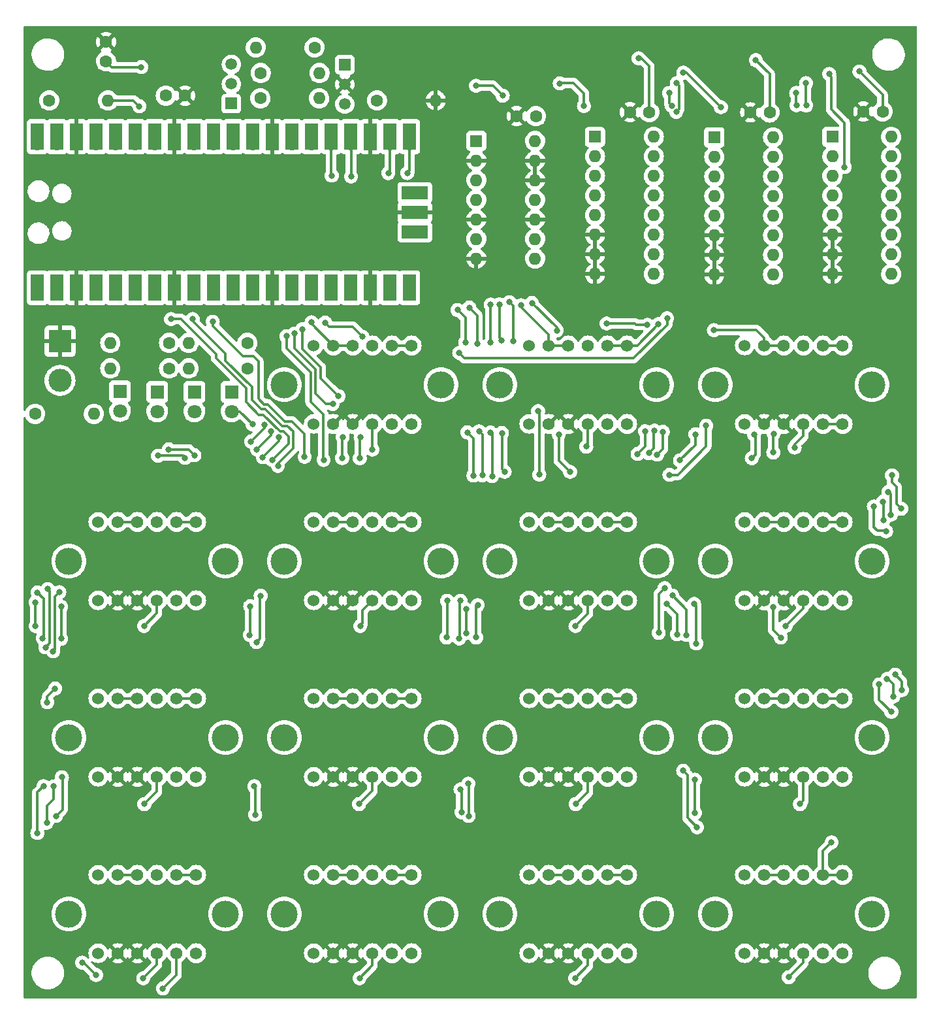
<source format=gbr>
%TF.GenerationSoftware,KiCad,Pcbnew,(6.0.11)*%
%TF.CreationDate,2023-02-19T21:57:41-06:00*%
%TF.ProjectId,HIDPanel,48494450-616e-4656-9c2e-6b696361645f,rev?*%
%TF.SameCoordinates,Original*%
%TF.FileFunction,Copper,L1,Top*%
%TF.FilePolarity,Positive*%
%FSLAX46Y46*%
G04 Gerber Fmt 4.6, Leading zero omitted, Abs format (unit mm)*
G04 Created by KiCad (PCBNEW (6.0.11)) date 2023-02-19 21:57:41*
%MOMM*%
%LPD*%
G01*
G04 APERTURE LIST*
%TA.AperFunction,WasherPad*%
%ADD10C,3.500000*%
%TD*%
%TA.AperFunction,ComponentPad*%
%ADD11C,1.560000*%
%TD*%
%TA.AperFunction,ComponentPad*%
%ADD12C,1.524000*%
%TD*%
%TA.AperFunction,ComponentPad*%
%ADD13C,1.500000*%
%TD*%
%TA.AperFunction,ComponentPad*%
%ADD14R,1.500000X1.500000*%
%TD*%
%TA.AperFunction,ComponentPad*%
%ADD15C,1.600000*%
%TD*%
%TA.AperFunction,ComponentPad*%
%ADD16O,1.600000X1.600000*%
%TD*%
%TA.AperFunction,ComponentPad*%
%ADD17R,1.600000X1.600000*%
%TD*%
%TA.AperFunction,ComponentPad*%
%ADD18R,3.000000X3.000000*%
%TD*%
%TA.AperFunction,ComponentPad*%
%ADD19C,3.000000*%
%TD*%
%TA.AperFunction,ComponentPad*%
%ADD20C,1.800000*%
%TD*%
%TA.AperFunction,ComponentPad*%
%ADD21R,1.800000X1.800000*%
%TD*%
%TA.AperFunction,SMDPad,CuDef*%
%ADD22R,3.500000X1.700000*%
%TD*%
%TA.AperFunction,ComponentPad*%
%ADD23O,1.700000X1.700000*%
%TD*%
%TA.AperFunction,ComponentPad*%
%ADD24R,1.700000X1.700000*%
%TD*%
%TA.AperFunction,SMDPad,CuDef*%
%ADD25R,1.700000X3.500000*%
%TD*%
%TA.AperFunction,ViaPad*%
%ADD26C,0.800000*%
%TD*%
%TA.AperFunction,Conductor*%
%ADD27C,0.350000*%
%TD*%
G04 APERTURE END LIST*
D10*
%TO.P,M5,*%
%TO.N,*%
X120650000Y-133350000D03*
X140970000Y-133350000D03*
D11*
%TO.P,M5,1,GND*%
%TO.N,GND*%
X127000000Y-138430000D03*
X129540000Y-138430000D03*
%TO.P,M5,2,ACC*%
%TO.N,ACC*%
X132080000Y-138430000D03*
%TO.P,M5,3,VCC*%
%TO.N,+3.3V*%
X134620000Y-138430000D03*
X137160000Y-138430000D03*
%TO.P,M5,4,SW1*%
%TO.N,SW1M5*%
X129540000Y-128270000D03*
X127000000Y-128270000D03*
%TO.P,M5,5,ANG*%
%TO.N,M5A*%
X132080000Y-128270000D03*
%TO.P,M5,6,SW2*%
%TO.N,unconnected-(M5-Pad6)*%
X134620000Y-128270000D03*
X137160000Y-128270000D03*
D12*
%TO.P,M5,7,IN1*%
%TO.N,unconnected-(M5-Pad7)*%
X124460000Y-128270000D03*
%TO.P,M5,8,IN2*%
%TO.N,unconnected-(M5-Pad8)*%
X124460000Y-138430000D03*
%TD*%
D10*
%TO.P,M4,*%
%TO.N,*%
X120650000Y-64770000D03*
X140970000Y-64770000D03*
D11*
%TO.P,M4,1,GND*%
%TO.N,GND*%
X127000000Y-69850000D03*
X129540000Y-69850000D03*
%TO.P,M4,2,ACC*%
%TO.N,ACC*%
X132080000Y-69850000D03*
%TO.P,M4,3,VCC*%
%TO.N,+3.3V*%
X134620000Y-69850000D03*
X137160000Y-69850000D03*
%TO.P,M4,4,SW1*%
%TO.N,SW1M4*%
X129540000Y-59690000D03*
X127000000Y-59690000D03*
%TO.P,M4,5,ANG*%
%TO.N,M4A*%
X132080000Y-59690000D03*
%TO.P,M4,6,SW2*%
%TO.N,SW2M4*%
X134620000Y-59690000D03*
X137160000Y-59690000D03*
D12*
%TO.P,M4,7,IN1*%
%TO.N,unconnected-(M4-Pad7)*%
X124460000Y-59690000D03*
%TO.P,M4,8,IN2*%
%TO.N,unconnected-(M4-Pad8)*%
X124460000Y-69850000D03*
%TD*%
D10*
%TO.P,M15,*%
%TO.N,*%
X176530000Y-87630000D03*
X196850000Y-87630000D03*
D11*
%TO.P,M15,1,GND*%
%TO.N,GND*%
X182880000Y-92710000D03*
X185420000Y-92710000D03*
%TO.P,M15,2,ACC*%
%TO.N,ACC*%
X187960000Y-92710000D03*
%TO.P,M15,3,VCC*%
%TO.N,+3.3V*%
X190500000Y-92710000D03*
X193040000Y-92710000D03*
%TO.P,M15,4,SW1*%
%TO.N,SW1M15*%
X185420000Y-82550000D03*
X182880000Y-82550000D03*
%TO.P,M15,5,ANG*%
%TO.N,M15A*%
X187960000Y-82550000D03*
%TO.P,M15,6,SW2*%
%TO.N,SW2M15*%
X190500000Y-82550000D03*
X193040000Y-82550000D03*
D12*
%TO.P,M15,7,IN1*%
%TO.N,unconnected-(M15-Pad7)*%
X180340000Y-82550000D03*
%TO.P,M15,8,IN2*%
%TO.N,unconnected-(M15-Pad8)*%
X180340000Y-92710000D03*
%TD*%
D10*
%TO.P,M14,*%
%TO.N,*%
X176530000Y-110490000D03*
X196850000Y-110490000D03*
D11*
%TO.P,M14,1,GND*%
%TO.N,GND*%
X182880000Y-115570000D03*
X185420000Y-115570000D03*
%TO.P,M14,2,ACC*%
%TO.N,ACC*%
X187960000Y-115570000D03*
%TO.P,M14,3,VCC*%
%TO.N,+3.3V*%
X190500000Y-115570000D03*
X193040000Y-115570000D03*
%TO.P,M14,4,SW1*%
%TO.N,SW1M14*%
X185420000Y-105410000D03*
X182880000Y-105410000D03*
%TO.P,M14,5,ANG*%
%TO.N,M14A*%
X187960000Y-105410000D03*
%TO.P,M14,6,SW2*%
%TO.N,SW2M14*%
X190500000Y-105410000D03*
X193040000Y-105410000D03*
D12*
%TO.P,M14,7,IN1*%
%TO.N,unconnected-(M14-Pad7)*%
X180340000Y-105410000D03*
%TO.P,M14,8,IN2*%
%TO.N,unconnected-(M14-Pad8)*%
X180340000Y-115570000D03*
%TD*%
D10*
%TO.P,M13,*%
%TO.N,*%
X176530000Y-133350000D03*
X196850000Y-133350000D03*
D11*
%TO.P,M13,1,GND*%
%TO.N,GND*%
X182880000Y-138430000D03*
X185420000Y-138430000D03*
%TO.P,M13,2,ACC*%
%TO.N,ACC*%
X187960000Y-138430000D03*
%TO.P,M13,3,VCC*%
%TO.N,+3.3V*%
X190500000Y-138430000D03*
X193040000Y-138430000D03*
%TO.P,M13,4,SW1*%
%TO.N,SW1M13*%
X185420000Y-128270000D03*
X182880000Y-128270000D03*
%TO.P,M13,5,ANG*%
%TO.N,M13A*%
X187960000Y-128270000D03*
%TO.P,M13,6,SW2*%
%TO.N,SW2M13*%
X190500000Y-128270000D03*
X193040000Y-128270000D03*
D12*
%TO.P,M13,7,IN1*%
%TO.N,unconnected-(M13-Pad7)*%
X180340000Y-128270000D03*
%TO.P,M13,8,IN2*%
%TO.N,unconnected-(M13-Pad8)*%
X180340000Y-138430000D03*
%TD*%
D10*
%TO.P,M12,*%
%TO.N,*%
X176530000Y-64770000D03*
X196850000Y-64770000D03*
D11*
%TO.P,M12,1,GND*%
%TO.N,GND*%
X182880000Y-69850000D03*
X185420000Y-69850000D03*
%TO.P,M12,2,ACC*%
%TO.N,ACC*%
X187960000Y-69850000D03*
%TO.P,M12,3,VCC*%
%TO.N,+3.3V*%
X190500000Y-69850000D03*
X193040000Y-69850000D03*
%TO.P,M12,4,SW1*%
%TO.N,SW1M12*%
X185420000Y-59690000D03*
X182880000Y-59690000D03*
%TO.P,M12,5,ANG*%
%TO.N,M12A*%
X187960000Y-59690000D03*
%TO.P,M12,6,SW2*%
%TO.N,SW2M12*%
X190500000Y-59690000D03*
X193040000Y-59690000D03*
D12*
%TO.P,M12,7,IN1*%
%TO.N,unconnected-(M12-Pad7)*%
X180340000Y-59690000D03*
%TO.P,M12,8,IN2*%
%TO.N,unconnected-(M12-Pad8)*%
X180340000Y-69850000D03*
%TD*%
D10*
%TO.P,M11,*%
%TO.N,*%
X148590000Y-87630000D03*
X168910000Y-87630000D03*
D11*
%TO.P,M11,1,GND*%
%TO.N,GND*%
X154940000Y-92710000D03*
X157480000Y-92710000D03*
%TO.P,M11,2,ACC*%
%TO.N,ACC*%
X160020000Y-92710000D03*
%TO.P,M11,3,VCC*%
%TO.N,+3.3V*%
X162560000Y-92710000D03*
X165100000Y-92710000D03*
%TO.P,M11,4,SW1*%
%TO.N,SW1M11*%
X157480000Y-82550000D03*
X154940000Y-82550000D03*
%TO.P,M11,5,ANG*%
%TO.N,M11A*%
X160020000Y-82550000D03*
%TO.P,M11,6,SW2*%
%TO.N,SW2M11*%
X162560000Y-82550000D03*
X165100000Y-82550000D03*
D12*
%TO.P,M11,7,IN1*%
%TO.N,unconnected-(M11-Pad7)*%
X152400000Y-82550000D03*
%TO.P,M11,8,IN2*%
%TO.N,unconnected-(M11-Pad8)*%
X152400000Y-92710000D03*
%TD*%
D10*
%TO.P,M10,*%
%TO.N,*%
X148590000Y-110490000D03*
X168910000Y-110490000D03*
D11*
%TO.P,M10,1,GND*%
%TO.N,GND*%
X154940000Y-115570000D03*
X157480000Y-115570000D03*
%TO.P,M10,2,ACC*%
%TO.N,ACC*%
X160020000Y-115570000D03*
%TO.P,M10,3,VCC*%
%TO.N,+3.3V*%
X162560000Y-115570000D03*
X165100000Y-115570000D03*
%TO.P,M10,4,SW1*%
%TO.N,SW1M10*%
X157480000Y-105410000D03*
X154940000Y-105410000D03*
%TO.P,M10,5,ANG*%
%TO.N,M10A*%
X160020000Y-105410000D03*
%TO.P,M10,6,SW2*%
%TO.N,SW2M10*%
X162560000Y-105410000D03*
X165100000Y-105410000D03*
D12*
%TO.P,M10,7,IN1*%
%TO.N,unconnected-(M10-Pad7)*%
X152400000Y-105410000D03*
%TO.P,M10,8,IN2*%
%TO.N,unconnected-(M10-Pad8)*%
X152400000Y-115570000D03*
%TD*%
D10*
%TO.P,M9,*%
%TO.N,*%
X148590000Y-133344000D03*
X168910000Y-133344000D03*
D11*
%TO.P,M9,1,GND*%
%TO.N,GND*%
X154940000Y-138424000D03*
X157480000Y-138424000D03*
%TO.P,M9,2,ACC*%
%TO.N,ACC*%
X160020000Y-138424000D03*
%TO.P,M9,3,VCC*%
%TO.N,+3.3V*%
X162560000Y-138424000D03*
X165100000Y-138424000D03*
%TO.P,M9,4,SW1*%
%TO.N,SW1M9*%
X157480000Y-128264000D03*
X154940000Y-128264000D03*
%TO.P,M9,5,ANG*%
%TO.N,M9A*%
X160020000Y-128264000D03*
%TO.P,M9,6,SW2*%
%TO.N,SW2M9*%
X162560000Y-128264000D03*
X165100000Y-128264000D03*
D12*
%TO.P,M9,7,IN1*%
%TO.N,unconnected-(M9-Pad7)*%
X152400000Y-128264000D03*
%TO.P,M9,8,IN2*%
%TO.N,unconnected-(M9-Pad8)*%
X152400000Y-138424000D03*
%TD*%
D10*
%TO.P,M8,*%
%TO.N,*%
X148590000Y-64770000D03*
X168910000Y-64770000D03*
D11*
%TO.P,M8,1,GND*%
%TO.N,GND*%
X154940000Y-69850000D03*
X157480000Y-69850000D03*
%TO.P,M8,2,ACC*%
%TO.N,ACC*%
X160020000Y-69850000D03*
%TO.P,M8,3,VCC*%
%TO.N,+3.3V*%
X162560000Y-69850000D03*
X165100000Y-69850000D03*
%TO.P,M8,4,SW1*%
%TO.N,SW1M8*%
X157480000Y-59690000D03*
X154940000Y-59690000D03*
%TO.P,M8,5,ANG*%
%TO.N,M8A*%
X160020000Y-59690000D03*
%TO.P,M8,6,SW2*%
%TO.N,SW2M8*%
X162560000Y-59690000D03*
X165100000Y-59690000D03*
D12*
%TO.P,M8,7,IN1*%
%TO.N,unconnected-(M8-Pad7)*%
X152400000Y-59690000D03*
%TO.P,M8,8,IN2*%
%TO.N,unconnected-(M8-Pad8)*%
X152400000Y-69850000D03*
%TD*%
D10*
%TO.P,M7,*%
%TO.N,*%
X120650000Y-87630000D03*
X140970000Y-87630000D03*
D11*
%TO.P,M7,1,GND*%
%TO.N,GND*%
X127000000Y-92710000D03*
X129540000Y-92710000D03*
%TO.P,M7,2,ACC*%
%TO.N,ACC*%
X132080000Y-92710000D03*
%TO.P,M7,3,VCC*%
%TO.N,+3.3V*%
X134620000Y-92710000D03*
X137160000Y-92710000D03*
%TO.P,M7,4,SW1*%
%TO.N,SW1M7*%
X129540000Y-82550000D03*
X127000000Y-82550000D03*
%TO.P,M7,5,ANG*%
%TO.N,M7A*%
X132080000Y-82550000D03*
%TO.P,M7,6,SW2*%
%TO.N,unconnected-(M7-Pad6)*%
X134620000Y-82550000D03*
X137160000Y-82550000D03*
D12*
%TO.P,M7,7,IN1*%
%TO.N,unconnected-(M7-Pad7)*%
X124460000Y-82550000D03*
%TO.P,M7,8,IN2*%
%TO.N,unconnected-(M7-Pad8)*%
X124460000Y-92710000D03*
%TD*%
D10*
%TO.P,M6,*%
%TO.N,*%
X120650000Y-110490000D03*
X140970000Y-110490000D03*
D11*
%TO.P,M6,1,GND*%
%TO.N,GND*%
X127000000Y-115570000D03*
X129540000Y-115570000D03*
%TO.P,M6,2,ACC*%
%TO.N,ACC*%
X132080000Y-115570000D03*
%TO.P,M6,3,VCC*%
%TO.N,+3.3V*%
X134620000Y-115570000D03*
X137160000Y-115570000D03*
%TO.P,M6,4,SW1*%
%TO.N,SW1M6*%
X129540000Y-105410000D03*
X127000000Y-105410000D03*
%TO.P,M6,5,ANG*%
%TO.N,M6A*%
X132080000Y-105410000D03*
%TO.P,M6,6,SW2*%
%TO.N,unconnected-(M6-Pad6)*%
X134620000Y-105410000D03*
X137160000Y-105410000D03*
D12*
%TO.P,M6,7,IN1*%
%TO.N,unconnected-(M6-Pad7)*%
X124460000Y-105410000D03*
%TO.P,M6,8,IN2*%
%TO.N,unconnected-(M6-Pad8)*%
X124460000Y-115570000D03*
%TD*%
D10*
%TO.P,M3,*%
%TO.N,*%
X92710000Y-87630000D03*
X113030000Y-87630000D03*
D11*
%TO.P,M3,1,GND*%
%TO.N,GND*%
X99060000Y-92710000D03*
X101600000Y-92710000D03*
%TO.P,M3,2,ACC*%
%TO.N,ACC*%
X104140000Y-92710000D03*
%TO.P,M3,3,VCC*%
%TO.N,+3.3V*%
X106680000Y-92710000D03*
X109220000Y-92710000D03*
%TO.P,M3,4,SW1*%
%TO.N,SW1M3*%
X101600000Y-82550000D03*
X99060000Y-82550000D03*
%TO.P,M3,5,ANG*%
%TO.N,M3A*%
X104140000Y-82550000D03*
%TO.P,M3,6,SW2*%
%TO.N,unconnected-(M3-Pad6)*%
X106680000Y-82550000D03*
X109220000Y-82550000D03*
D12*
%TO.P,M3,7,IN1*%
%TO.N,unconnected-(M3-Pad7)*%
X96520000Y-82550000D03*
%TO.P,M3,8,IN2*%
%TO.N,unconnected-(M3-Pad8)*%
X96520000Y-92710000D03*
%TD*%
D10*
%TO.P,M2,*%
%TO.N,*%
X92710000Y-110490000D03*
X113030000Y-110490000D03*
D11*
%TO.P,M2,1,GND*%
%TO.N,GND*%
X99060000Y-115570000D03*
X101600000Y-115570000D03*
%TO.P,M2,2,ACC*%
%TO.N,ACC*%
X104140000Y-115570000D03*
%TO.P,M2,3,VCC*%
%TO.N,+3.3V*%
X106680000Y-115570000D03*
X109220000Y-115570000D03*
%TO.P,M2,4,SW1*%
%TO.N,SW1M2*%
X101600000Y-105410000D03*
X99060000Y-105410000D03*
%TO.P,M2,5,ANG*%
%TO.N,M2A*%
X104140000Y-105410000D03*
%TO.P,M2,6,SW2*%
%TO.N,unconnected-(M2-Pad6)*%
X106680000Y-105410000D03*
X109220000Y-105410000D03*
D12*
%TO.P,M2,7,IN1*%
%TO.N,unconnected-(M2-Pad7)*%
X96520000Y-105410000D03*
%TO.P,M2,8,IN2*%
%TO.N,unconnected-(M2-Pad8)*%
X96520000Y-115570000D03*
%TD*%
D10*
%TO.P,M1,*%
%TO.N,*%
X92710000Y-133350000D03*
X113030000Y-133350000D03*
D11*
%TO.P,M1,1,GND*%
%TO.N,GND*%
X99060000Y-138430000D03*
X101600000Y-138430000D03*
%TO.P,M1,2,ACC*%
%TO.N,ACC*%
X104140000Y-138430000D03*
%TO.P,M1,3,VCC*%
%TO.N,+3.3V*%
X106680000Y-138430000D03*
X109220000Y-138430000D03*
%TO.P,M1,4,SW1*%
%TO.N,SW1M1*%
X101600000Y-128270000D03*
X99060000Y-128270000D03*
%TO.P,M1,5,ANG*%
%TO.N,M1A*%
X104140000Y-128270000D03*
%TO.P,M1,6,SW2*%
%TO.N,unconnected-(M1-Pad6)*%
X106680000Y-128270000D03*
X109220000Y-128270000D03*
D12*
%TO.P,M1,7,IN1*%
%TO.N,unconnected-(M1-Pad7)*%
X96520000Y-128270000D03*
%TO.P,M1,8,IN2*%
%TO.N,unconnected-(M1-Pad8)*%
X96520000Y-138430000D03*
%TD*%
D13*
%TO.P,Q1,3,C*%
%TO.N,+5V*%
X113780000Y-23270000D03*
%TO.P,Q1,2,B*%
%TO.N,Net-(R8-Pad2)*%
X113780000Y-25810000D03*
D14*
%TO.P,Q1,1,E*%
%TO.N,ACC*%
X113780000Y-28350000D03*
%TD*%
D15*
%TO.P,C4,1*%
%TO.N,ACC*%
X105290000Y-27320000D03*
%TO.P,C4,2*%
%TO.N,GND*%
X107790000Y-27320000D03*
%TD*%
D13*
%TO.P,U6,3,K*%
%TO.N,Net-(R8-Pad2)*%
X128490000Y-28410000D03*
%TO.P,U6,2,A*%
%TO.N,GND*%
X128490000Y-25870000D03*
D14*
%TO.P,U6,1,REF*%
%TO.N,Net-(R10-Pad1)*%
X128490000Y-23330000D03*
%TD*%
D15*
%TO.P,R10,1*%
%TO.N,Net-(R10-Pad1)*%
X132670000Y-27930000D03*
D16*
%TO.P,R10,2*%
%TO.N,GND*%
X140290000Y-27930000D03*
%TD*%
%TO.P,R9,2*%
%TO.N,Net-(R10-Pad1)*%
X125210000Y-24390000D03*
D15*
%TO.P,R9,1*%
%TO.N,ACC*%
X117590000Y-24390000D03*
%TD*%
D16*
%TO.P,R8,2*%
%TO.N,Net-(R8-Pad2)*%
X125170000Y-27670000D03*
D15*
%TO.P,R8,1*%
%TO.N,+5V*%
X117550000Y-27670000D03*
%TD*%
D17*
%TO.P,U2,1*%
%TO.N,SEL0*%
X145550000Y-33190000D03*
D16*
%TO.P,U2,2*%
%TO.N,GND*%
X145550000Y-35730000D03*
%TO.P,U2,3*%
%TO.N,SEL0T*%
X145550000Y-38270000D03*
%TO.P,U2,4*%
%TO.N,SEL1*%
X145550000Y-40810000D03*
%TO.P,U2,5*%
%TO.N,GND*%
X145550000Y-43350000D03*
%TO.P,U2,6*%
%TO.N,SEL1T*%
X145550000Y-45890000D03*
%TO.P,U2,7,GND*%
%TO.N,GND*%
X145550000Y-48430000D03*
%TO.P,U2,8*%
%TO.N,SEL2T*%
X153170000Y-48430000D03*
%TO.P,U2,9*%
%TO.N,SEL2*%
X153170000Y-45890000D03*
%TO.P,U2,10*%
%TO.N,GND*%
X153170000Y-43350000D03*
%TO.P,U2,11*%
%TO.N,unconnected-(U2-Pad11)*%
X153170000Y-40810000D03*
%TO.P,U2,12*%
%TO.N,GND*%
X153170000Y-38270000D03*
%TO.P,U2,13*%
X153170000Y-35730000D03*
%TO.P,U2,14,VCC*%
%TO.N,+5V*%
X153170000Y-33190000D03*
%TD*%
%TO.P,R7,2*%
%TO.N,+3.3V*%
X95960000Y-68550000D03*
D15*
%TO.P,R7,1*%
%TO.N,Net-(U1-Pad6)*%
X88340000Y-68550000D03*
%TD*%
D18*
%TO.P,J1,1,Pin_1*%
%TO.N,GND*%
X91560000Y-59140000D03*
D19*
%TO.P,J1,2,Pin_2*%
%TO.N,Net-(U1-Pad6)*%
X91560000Y-64220000D03*
%TD*%
D16*
%TO.P,U5,16,VDD*%
%TO.N,+5V*%
X199330000Y-32655000D03*
%TO.P,U5,15,X2*%
%TO.N,M10A*%
X199330000Y-35195000D03*
%TO.P,U5,14,X1*%
%TO.N,M15A*%
X199330000Y-37735000D03*
%TO.P,U5,13,X0*%
%TO.N,M14A*%
X199330000Y-40275000D03*
%TO.P,U5,12,X3*%
%TO.N,M13A*%
X199330000Y-42815000D03*
%TO.P,U5,11,A*%
%TO.N,SEL0T*%
X199330000Y-45355000D03*
%TO.P,U5,10,B*%
%TO.N,SEL1T*%
X199330000Y-47895000D03*
%TO.P,U5,9,C*%
%TO.N,SEL2T*%
X199330000Y-50435000D03*
%TO.P,U5,8,VSS*%
%TO.N,GND*%
X191710000Y-50435000D03*
%TO.P,U5,7,VEE*%
X191710000Y-47895000D03*
%TO.P,U5,6,Inh*%
X191710000Y-45355000D03*
%TO.P,U5,5,X5*%
%TO.N,M12A*%
X191710000Y-42815000D03*
%TO.P,U5,4,X7*%
%TO.N,SW2M13*%
X191710000Y-40275000D03*
%TO.P,U5,3,X*%
%TO.N,ADC2INP*%
X191710000Y-37735000D03*
%TO.P,U5,2,X6*%
%TO.N,M11A*%
X191710000Y-35195000D03*
D17*
%TO.P,U5,1,X4*%
%TO.N,M9A*%
X191710000Y-32655000D03*
%TD*%
D16*
%TO.P,U4,16,VDD*%
%TO.N,+5V*%
X184020000Y-32725000D03*
%TO.P,U4,15,X2*%
%TO.N,SW2M9*%
X184020000Y-35265000D03*
%TO.P,U4,14,X1*%
%TO.N,SW2M14*%
X184020000Y-37805000D03*
%TO.P,U4,13,X0*%
%TO.N,SW2M15*%
X184020000Y-40345000D03*
%TO.P,U4,12,X3*%
%TO.N,SW2M12*%
X184020000Y-42885000D03*
%TO.P,U4,11,A*%
%TO.N,SEL0T*%
X184020000Y-45425000D03*
%TO.P,U4,10,B*%
%TO.N,SEL1T*%
X184020000Y-47965000D03*
%TO.P,U4,9,C*%
%TO.N,SEL2T*%
X184020000Y-50505000D03*
%TO.P,U4,8,VSS*%
%TO.N,GND*%
X176400000Y-50505000D03*
%TO.P,U4,7,VEE*%
X176400000Y-47965000D03*
%TO.P,U4,6,Inh*%
X176400000Y-45425000D03*
%TO.P,U4,5,X5*%
%TO.N,SW2M10*%
X176400000Y-42885000D03*
%TO.P,U4,4,X7*%
%TO.N,SW2M11*%
X176400000Y-40345000D03*
%TO.P,U4,3,X*%
%TO.N,ADC1INP*%
X176400000Y-37805000D03*
%TO.P,U4,2,X6*%
%TO.N,SW2M8*%
X176400000Y-35265000D03*
D17*
%TO.P,U4,1,X4*%
%TO.N,SW2M4*%
X176400000Y-32725000D03*
%TD*%
D16*
%TO.P,U3,16,VDD*%
%TO.N,+5V*%
X168550000Y-32655000D03*
%TO.P,U3,15,X2*%
%TO.N,M8A*%
X168550000Y-35195000D03*
%TO.P,U3,14,X1*%
%TO.N,M7A*%
X168550000Y-37735000D03*
%TO.P,U3,13,X0*%
%TO.N,M6A*%
X168550000Y-40275000D03*
%TO.P,U3,12,X3*%
%TO.N,M5A*%
X168550000Y-42815000D03*
%TO.P,U3,11,A*%
%TO.N,SEL0T*%
X168550000Y-45355000D03*
%TO.P,U3,10,B*%
%TO.N,SEL1T*%
X168550000Y-47895000D03*
%TO.P,U3,9,C*%
%TO.N,SEL2T*%
X168550000Y-50435000D03*
%TO.P,U3,8,VSS*%
%TO.N,GND*%
X160930000Y-50435000D03*
%TO.P,U3,7,VEE*%
X160930000Y-47895000D03*
%TO.P,U3,6,Inh*%
X160930000Y-45355000D03*
%TO.P,U3,5,X5*%
%TO.N,M4A*%
X160930000Y-42815000D03*
%TO.P,U3,4,X7*%
%TO.N,M3A*%
X160930000Y-40275000D03*
%TO.P,U3,3,X*%
%TO.N,ADC0INP*%
X160930000Y-37735000D03*
%TO.P,U3,2,X6*%
%TO.N,M2A*%
X160930000Y-35195000D03*
D17*
%TO.P,U3,1,X4*%
%TO.N,M1A*%
X160930000Y-32655000D03*
%TD*%
D16*
%TO.P,R6,2*%
%TO.N,Net-(U1-Pad30)*%
X97790000Y-27940000D03*
D15*
%TO.P,R6,1*%
%TO.N,+3.3V*%
X90170000Y-27940000D03*
%TD*%
%TO.P,R5,1*%
%TO.N,Net-(U1-Pad39)*%
X124574000Y-21076000D03*
D16*
%TO.P,R5,2*%
%TO.N,Net-(U1-Pad37)*%
X116954000Y-21076000D03*
%TD*%
%TO.P,R4,2*%
%TO.N,LED3*%
X108240000Y-59360000D03*
D15*
%TO.P,R4,1*%
%TO.N,Net-(D4-Pad1)*%
X115860000Y-59360000D03*
%TD*%
D16*
%TO.P,R3,2*%
%TO.N,LED2*%
X108240000Y-62662000D03*
D15*
%TO.P,R3,1*%
%TO.N,Net-(D3-Pad1)*%
X115860000Y-62662000D03*
%TD*%
%TO.P,R2,1*%
%TO.N,Net-(D2-Pad1)*%
X105700000Y-62662000D03*
D16*
%TO.P,R2,2*%
%TO.N,LED1*%
X98080000Y-62662000D03*
%TD*%
D15*
%TO.P,R1,1*%
%TO.N,Net-(D1-Pad1)*%
X105700000Y-59360000D03*
D16*
%TO.P,R1,2*%
%TO.N,LED0*%
X98080000Y-59360000D03*
%TD*%
D20*
%TO.P,D4,2,A*%
%TO.N,+3.3V*%
X113828000Y-68245000D03*
D21*
%TO.P,D4,1,K*%
%TO.N,Net-(D4-Pad1)*%
X113828000Y-65705000D03*
%TD*%
%TO.P,D3,1,K*%
%TO.N,Net-(D3-Pad1)*%
X109002000Y-65710000D03*
D20*
%TO.P,D3,2,A*%
%TO.N,+3.3V*%
X109002000Y-68250000D03*
%TD*%
D21*
%TO.P,D2,1,K*%
%TO.N,Net-(D2-Pad1)*%
X104176000Y-65710000D03*
D20*
%TO.P,D2,2,A*%
%TO.N,+3.3V*%
X104176000Y-68250000D03*
%TD*%
%TO.P,D1,2,A*%
%TO.N,+3.3V*%
X99350000Y-68175000D03*
D21*
%TO.P,D1,1,K*%
%TO.N,Net-(D1-Pad1)*%
X99350000Y-65635000D03*
%TD*%
D15*
%TO.P,C6,2*%
%TO.N,GND*%
X165470000Y-29455000D03*
%TO.P,C6,1*%
%TO.N,+5V*%
X167970000Y-29455000D03*
%TD*%
%TO.P,C5,2*%
%TO.N,GND*%
X150770000Y-29980000D03*
%TO.P,C5,1*%
%TO.N,+5V*%
X153270000Y-29980000D03*
%TD*%
%TO.P,C3,2*%
%TO.N,GND*%
X195720000Y-29375000D03*
%TO.P,C3,1*%
%TO.N,+5V*%
X198220000Y-29375000D03*
%TD*%
%TO.P,C2,2*%
%TO.N,GND*%
X181070000Y-29495000D03*
%TO.P,C2,1*%
%TO.N,+5V*%
X183570000Y-29495000D03*
%TD*%
%TO.P,C1,1*%
%TO.N,+5V*%
X97536000Y-22860000D03*
%TO.P,C1,2*%
%TO.N,GND*%
X97536000Y-20360000D03*
%TD*%
D22*
%TO.P,U1,43,SWDIO*%
%TO.N,unconnected-(U1-Pad43)*%
X137576000Y-39878000D03*
D23*
X136676000Y-39878000D03*
D22*
%TO.P,U1,42,GND*%
%TO.N,GND*%
X137576000Y-42418000D03*
D24*
X136676000Y-42418000D03*
D23*
%TO.P,U1,41,SWCLK*%
%TO.N,unconnected-(U1-Pad41)*%
X136676000Y-44958000D03*
D22*
X137576000Y-44958000D03*
D25*
%TO.P,U1,40,VBUS*%
%TO.N,+5V*%
X88646000Y-32628000D03*
D23*
X88646000Y-33528000D03*
%TO.P,U1,39,VSYS*%
%TO.N,Net-(U1-Pad39)*%
X91186000Y-33528000D03*
D25*
X91186000Y-32628000D03*
D24*
%TO.P,U1,38,GND*%
%TO.N,GND*%
X93726000Y-33528000D03*
D25*
X93726000Y-32628000D03*
D23*
%TO.P,U1,37,3V3_EN*%
%TO.N,Net-(U1-Pad37)*%
X96266000Y-33528000D03*
D25*
X96266000Y-32628000D03*
%TO.P,U1,36,3V3*%
%TO.N,+3.3V*%
X98806000Y-32628000D03*
D23*
X98806000Y-33528000D03*
%TO.P,U1,35,ADC_VREF*%
%TO.N,ACC*%
X101346000Y-33528000D03*
D25*
X101346000Y-32628000D03*
D23*
%TO.P,U1,34,GPIO28_ADC2*%
%TO.N,ADC2INP*%
X103886000Y-33528000D03*
D25*
X103886000Y-32628000D03*
D24*
%TO.P,U1,33,AGND*%
%TO.N,GND*%
X106426000Y-33528000D03*
D25*
X106426000Y-32628000D03*
%TO.P,U1,32,GPIO27_ADC1*%
%TO.N,ADC1INP*%
X108966000Y-32628000D03*
D23*
X108966000Y-33528000D03*
D25*
%TO.P,U1,31,GPIO26_ADC0*%
%TO.N,ADC0INP*%
X111506000Y-32628000D03*
D23*
X111506000Y-33528000D03*
%TO.P,U1,30,RUN*%
%TO.N,Net-(U1-Pad30)*%
X114046000Y-33528000D03*
D25*
X114046000Y-32628000D03*
%TO.P,U1,29,GPIO22*%
%TO.N,SEL2*%
X116586000Y-32628000D03*
D23*
X116586000Y-33528000D03*
D25*
%TO.P,U1,28,GND*%
%TO.N,GND*%
X119126000Y-32628000D03*
D24*
X119126000Y-33528000D03*
D25*
%TO.P,U1,27,GPIO21*%
%TO.N,SEL1*%
X121666000Y-32628000D03*
D23*
X121666000Y-33528000D03*
%TO.P,U1,26,GPIO20*%
%TO.N,SEL0*%
X124206000Y-33528000D03*
D25*
X124206000Y-32628000D03*
D23*
%TO.P,U1,25,GPIO19*%
%TO.N,SW1M13*%
X126746000Y-33528000D03*
D25*
X126746000Y-32628000D03*
%TO.P,U1,24,GPIO18*%
%TO.N,SW1M14*%
X129286000Y-32628000D03*
D23*
X129286000Y-33528000D03*
D24*
%TO.P,U1,23,GND*%
%TO.N,GND*%
X131826000Y-33528000D03*
D25*
X131826000Y-32628000D03*
D23*
%TO.P,U1,22,GPIO17*%
%TO.N,SW1M15*%
X134366000Y-33528000D03*
D25*
X134366000Y-32628000D03*
D23*
%TO.P,U1,21,GPIO16*%
%TO.N,SW1M12*%
X136906000Y-33528000D03*
D25*
X136906000Y-32628000D03*
D23*
%TO.P,U1,20,GPIO15*%
%TO.N,SW1M8*%
X136906000Y-51308000D03*
D25*
X136906000Y-52208000D03*
%TO.P,U1,19,GPIO14*%
%TO.N,SW1M11*%
X134366000Y-52208000D03*
D23*
X134366000Y-51308000D03*
D24*
%TO.P,U1,18,GND*%
%TO.N,GND*%
X131826000Y-51308000D03*
D25*
X131826000Y-52208000D03*
D23*
%TO.P,U1,17,GPIO13*%
%TO.N,SW1M10*%
X129286000Y-51308000D03*
D25*
X129286000Y-52208000D03*
D23*
%TO.P,U1,16,GPIO12*%
%TO.N,SW1M9*%
X126746000Y-51308000D03*
D25*
X126746000Y-52208000D03*
%TO.P,U1,15,GPIO11*%
%TO.N,SW1M4*%
X124206000Y-52208000D03*
D23*
X124206000Y-51308000D03*
%TO.P,U1,14,GPIO10*%
%TO.N,SW1M7*%
X121666000Y-51308000D03*
D25*
X121666000Y-52208000D03*
%TO.P,U1,13,GND*%
%TO.N,GND*%
X119126000Y-52208000D03*
D24*
X119126000Y-51308000D03*
D25*
%TO.P,U1,12,GPIO9*%
%TO.N,SW1M6*%
X116586000Y-52208000D03*
D23*
X116586000Y-51308000D03*
%TO.P,U1,11,GPIO8*%
%TO.N,SW1M5*%
X114046000Y-51308000D03*
D25*
X114046000Y-52208000D03*
%TO.P,U1,10,GPIO7*%
%TO.N,SW1M3*%
X111506000Y-52208000D03*
D23*
X111506000Y-51308000D03*
%TO.P,U1,9,GPIO6*%
%TO.N,SW1M2*%
X108966000Y-51308000D03*
D25*
X108966000Y-52208000D03*
%TO.P,U1,8,GND*%
%TO.N,GND*%
X106426000Y-52208000D03*
D24*
X106426000Y-51308000D03*
D23*
%TO.P,U1,7,GPIO5*%
%TO.N,SW1M1*%
X103886000Y-51308000D03*
D25*
X103886000Y-52208000D03*
%TO.P,U1,6,GPIO4*%
%TO.N,Net-(U1-Pad6)*%
X101346000Y-52208000D03*
D23*
X101346000Y-51308000D03*
D25*
%TO.P,U1,5,GPIO3*%
%TO.N,LED3*%
X98806000Y-52208000D03*
D23*
X98806000Y-51308000D03*
D25*
%TO.P,U1,4,GPIO2*%
%TO.N,LED2*%
X96266000Y-52208000D03*
D23*
X96266000Y-51308000D03*
D24*
%TO.P,U1,3,GND*%
%TO.N,GND*%
X93726000Y-51308000D03*
D25*
X93726000Y-52208000D03*
%TO.P,U1,2,GPIO1*%
%TO.N,LED1*%
X91186000Y-52208000D03*
D23*
X91186000Y-51308000D03*
D25*
%TO.P,U1,1,GPIO0*%
%TO.N,LED0*%
X88646000Y-52208000D03*
D23*
X88646000Y-51308000D03*
%TD*%
D26*
%TO.N,SW1M3*%
X111370000Y-56610000D03*
%TO.N,SW1M2*%
X119820000Y-75290000D03*
X91706500Y-93540000D03*
X104270000Y-73980000D03*
X107780000Y-74250000D03*
X91706500Y-97690000D03*
X108770000Y-56260000D03*
%TO.N,SW1M1*%
X105970000Y-56260000D03*
%TO.N,SW2M4*%
X170280000Y-56155500D03*
X143330000Y-60660000D03*
%TO.N,SW2M8*%
X169150000Y-56925500D03*
%TO.N,M5A*%
X169720000Y-70870000D03*
%TO.N,M6A*%
X168640000Y-70730000D03*
%TO.N,SW2M11*%
X175350000Y-70090000D03*
X170580000Y-76450000D03*
%TO.N,SW2M10*%
X173960000Y-71195500D03*
X171952655Y-74562655D03*
X169970000Y-91120000D03*
X169190000Y-96930000D03*
%TO.N,SW2M9*%
X181570000Y-71195500D03*
X181260000Y-74290000D03*
X173780000Y-93160000D03*
X174060000Y-98300000D03*
X173890000Y-120244500D03*
X173890000Y-115950000D03*
%TO.N,SW1M12*%
X176350000Y-57700000D03*
%TO.N,SW2M14*%
X184080000Y-71140000D03*
X184050000Y-73550000D03*
X184040000Y-93620000D03*
X185020000Y-97530000D03*
%TO.N,SW2M13*%
X197090000Y-80550000D03*
X198670000Y-83750000D03*
X197790000Y-103620000D03*
X199355000Y-107155000D03*
X191600000Y-124070000D03*
%TO.N,SW1M12*%
X136610000Y-37350500D03*
X152760000Y-54180000D03*
X155970000Y-57740000D03*
X162440000Y-56840000D03*
X167720000Y-57020000D03*
%TO.N,SW1M15*%
X134130000Y-37360000D03*
X149840000Y-54070000D03*
X150360000Y-59130000D03*
X156230000Y-71195500D03*
X157700000Y-76060000D03*
%TO.N,SW1M14*%
X129300000Y-37790000D03*
X148520000Y-54370000D03*
X148840000Y-59010000D03*
X153550000Y-68190000D03*
X170960000Y-92090000D03*
X172810000Y-97200000D03*
X153710000Y-76420000D03*
%TO.N,SW1M13*%
X126800000Y-37680000D03*
X147400000Y-54390000D03*
X147400000Y-59320000D03*
X148870000Y-71040000D03*
X149220000Y-76060000D03*
X171580000Y-97120000D03*
X170270000Y-93200000D03*
X172370000Y-114790000D03*
X174170000Y-122120000D03*
%TO.N,SW1M8*%
X151360000Y-54480000D03*
%TO.N,SW1M11*%
X144645000Y-54785000D03*
X147380000Y-70960000D03*
X145650000Y-59490000D03*
X147590000Y-76620000D03*
%TO.N,SW1M10*%
X143110000Y-55090000D03*
X144120000Y-59270000D03*
X145900000Y-70830000D03*
X146320000Y-76520000D03*
X145722636Y-93341190D03*
X145520000Y-97520000D03*
%TO.N,SW1M9*%
X125960000Y-56720000D03*
X144380000Y-70950000D03*
X130790000Y-58550000D03*
X145180000Y-76540000D03*
X144200000Y-93880000D03*
X144240000Y-96950000D03*
X144500000Y-116460000D03*
X144554500Y-120650000D03*
%TO.N,M5A*%
X143500000Y-117200000D03*
X143610000Y-120160000D03*
%TO.N,SW1M4*%
X124180000Y-56680000D03*
%TO.N,SW1M7*%
X122960000Y-57600000D03*
X127670000Y-66260000D03*
X130440000Y-74300000D03*
X130540000Y-71595500D03*
%TO.N,SW1M6*%
X121970000Y-58140000D03*
X128150000Y-74270000D03*
X126930000Y-67270000D03*
X128210000Y-71570000D03*
X117050000Y-98120000D03*
X117580000Y-92110000D03*
%TO.N,SW1M5*%
X125750000Y-74520000D03*
X116230000Y-93480000D03*
X120940000Y-58480000D03*
X116170000Y-97200000D03*
X116870000Y-120490000D03*
X116760000Y-116800000D03*
%TO.N,SW1M3*%
X123280000Y-74110000D03*
%TO.N,SW1M1*%
X119080000Y-74500000D03*
X108994000Y-73914000D03*
X105664000Y-73152000D03*
X91480000Y-91653984D03*
X90678000Y-99314000D03*
X90932000Y-104140000D03*
X89916000Y-105918000D03*
X91810000Y-115640000D03*
X91040000Y-120660000D03*
%TO.N,M11A*%
X198284345Y-79920345D03*
X198374000Y-82296000D03*
%TO.N,M9A*%
X199445500Y-76520000D03*
X200640000Y-80840000D03*
X199850000Y-102350000D03*
X200730000Y-104340000D03*
%TO.N,ACC*%
X132062000Y-73170000D03*
%TO.N,Net-(U1-Pad30)*%
X101854000Y-28702000D03*
%TO.N,+3.3V*%
X104902000Y-143002000D03*
%TO.N,M7A*%
X167420000Y-70800000D03*
X166450000Y-73740000D03*
%TO.N,M6A*%
X167910000Y-73630000D03*
X141760000Y-92770000D03*
X141680000Y-97520000D03*
%TO.N,M5A*%
X168990000Y-73840000D03*
X143330000Y-97660000D03*
X143500000Y-92770000D03*
%TO.N,M3A*%
X119950000Y-71595500D03*
X117856000Y-74168000D03*
%TO.N,M2A*%
X118950000Y-70820000D03*
X117094000Y-73152000D03*
X89970000Y-91240000D03*
X89674500Y-98806000D03*
%TO.N,M1A*%
X118080000Y-69930000D03*
X116332000Y-72136000D03*
X88646000Y-91694000D03*
X89330000Y-97610000D03*
X90760000Y-116820000D03*
X89850000Y-121530000D03*
%TO.N,M10A*%
X198970000Y-78670000D03*
X199270000Y-81620000D03*
X198800000Y-102900000D03*
X199610000Y-105180000D03*
%TO.N,+3.3V*%
X116534000Y-69894000D03*
%TO.N,ACC*%
X102460000Y-96040000D03*
X130490000Y-96040000D03*
X158400000Y-96040000D03*
X185646000Y-96044500D03*
X102500000Y-119110000D03*
X130340000Y-119110000D03*
X158440000Y-119110000D03*
X187510000Y-119110000D03*
X102360000Y-141670000D03*
X130400000Y-141670000D03*
X158360000Y-141670000D03*
X96250000Y-141250000D03*
X88392000Y-96040000D03*
X89430000Y-116790000D03*
X88392000Y-92964000D03*
X88630000Y-122860000D03*
X186050000Y-141540000D03*
X94440000Y-139650000D03*
X159800000Y-72800000D03*
X186820000Y-72910000D03*
%TO.N,+5V*%
X102108000Y-23622000D03*
X195220000Y-24200000D03*
X181780000Y-22720000D03*
X166580000Y-22480000D03*
X148970000Y-27320000D03*
X145510000Y-26030000D03*
%TO.N,ADC2INP*%
X191300000Y-24505000D03*
X193300000Y-36570000D03*
%TO.N,ADC1INP*%
X177260000Y-28815000D03*
X172380000Y-24345000D03*
%TO.N,ADC0INP*%
X156360000Y-25730000D03*
X159500000Y-28660000D03*
%TO.N,SEL0T*%
X171464500Y-29425000D03*
X171530000Y-25700500D03*
%TO.N,SEL1T*%
X170870000Y-28615000D03*
X170540000Y-26975000D03*
%TO.N,SEL0T*%
X188290000Y-25700500D03*
X188310000Y-28585000D03*
%TO.N,SEL1T*%
X187020000Y-26970500D03*
X187040000Y-28555000D03*
%TD*%
D27*
%TO.N,SW1M3*%
X123280000Y-71180000D02*
X123280000Y-74110000D01*
X121620000Y-69520000D02*
X123280000Y-71180000D01*
X120690000Y-69520000D02*
X121620000Y-69520000D01*
X118470000Y-67300000D02*
X120690000Y-69520000D01*
X116600000Y-61060000D02*
X117280000Y-61740000D01*
X118010000Y-67300000D02*
X118470000Y-67300000D01*
X115290000Y-61060000D02*
X116600000Y-61060000D01*
X111370000Y-57140000D02*
X115290000Y-61060000D01*
X117280000Y-61740000D02*
X117280000Y-66570000D01*
X111370000Y-56610000D02*
X111370000Y-57140000D01*
X117280000Y-66570000D02*
X118010000Y-67300000D01*
%TO.N,SW1M2*%
X113020000Y-60770000D02*
X108770000Y-56520000D01*
X113020000Y-61630000D02*
X113020000Y-60770000D01*
X116430000Y-65040000D02*
X113020000Y-61630000D01*
X116430000Y-66720000D02*
X116430000Y-65040000D01*
X108770000Y-56520000D02*
X108770000Y-56260000D01*
X120350000Y-70110000D02*
X118200000Y-67960000D01*
X118200000Y-67960000D02*
X117670000Y-67960000D01*
X121080000Y-70110000D02*
X120350000Y-70110000D01*
X121770000Y-70800000D02*
X121080000Y-70110000D01*
X121770000Y-73030000D02*
X121770000Y-70800000D01*
X117670000Y-67960000D02*
X116430000Y-66720000D01*
X119820000Y-74980000D02*
X121770000Y-73030000D01*
X119820000Y-75290000D02*
X119820000Y-74980000D01*
%TO.N,SW1M1*%
X107260000Y-56260000D02*
X105970000Y-56260000D01*
X111790000Y-60790000D02*
X107260000Y-56260000D01*
X111790000Y-61320000D02*
X111790000Y-60790000D01*
X115670000Y-65200000D02*
X111790000Y-61320000D01*
X115670000Y-67030000D02*
X115670000Y-65200000D01*
X120538016Y-70820500D02*
X120100500Y-70820500D01*
X120100500Y-70820500D02*
X117940000Y-68660000D01*
X117940000Y-68660000D02*
X117300000Y-68660000D01*
X121177000Y-71459484D02*
X120538016Y-70820500D01*
X121177000Y-72403000D02*
X121177000Y-71459484D01*
X119080000Y-74500000D02*
X121177000Y-72403000D01*
X117300000Y-68660000D02*
X115670000Y-67030000D01*
%TO.N,M3A*%
X119950000Y-72074000D02*
X117856000Y-74168000D01*
X119950000Y-71595500D02*
X119950000Y-72074000D01*
%TO.N,M2A*%
X118950000Y-70820000D02*
X118950000Y-71296000D01*
X118950000Y-71296000D02*
X117094000Y-73152000D01*
%TO.N,M1A*%
X118080000Y-70388000D02*
X116332000Y-72136000D01*
X118080000Y-69930000D02*
X118080000Y-70388000D01*
%TO.N,+3.3V*%
X116534000Y-69894000D02*
X114885000Y-68245000D01*
X114885000Y-68245000D02*
X113828000Y-68245000D01*
%TO.N,SW1M5*%
X125710000Y-74480000D02*
X125750000Y-74520000D01*
X125710000Y-68640000D02*
X125710000Y-74480000D01*
X124050000Y-66980000D02*
X125710000Y-68640000D01*
X124050000Y-63160000D02*
X124050000Y-66980000D01*
X120940000Y-60050000D02*
X124050000Y-63160000D01*
X120940000Y-58480000D02*
X120940000Y-60050000D01*
%TO.N,SW1M6*%
X124650000Y-62750000D02*
X124650000Y-65870000D01*
X126050000Y-67270000D02*
X126930000Y-67270000D01*
X121970000Y-60070000D02*
X124650000Y-62750000D01*
X121970000Y-58140000D02*
X121970000Y-60070000D01*
X124650000Y-65870000D02*
X126050000Y-67270000D01*
%TO.N,SW1M7*%
X125350000Y-63940000D02*
X127670000Y-66260000D01*
X122960000Y-60110000D02*
X125350000Y-62500000D01*
X122960000Y-57600000D02*
X122960000Y-60110000D01*
X125350000Y-62500000D02*
X125350000Y-63940000D01*
%TO.N,SW1M2*%
X107780000Y-74250000D02*
X107510000Y-73980000D01*
X107510000Y-73980000D02*
X104270000Y-73980000D01*
X91706500Y-97690000D02*
X91706500Y-93540000D01*
%TO.N,SW2M13*%
X197790000Y-105590000D02*
X197790000Y-103620000D01*
X199355000Y-107155000D02*
X197790000Y-105590000D01*
%TO.N,M9A*%
X200730000Y-104340000D02*
X200730000Y-103230000D01*
X200730000Y-103230000D02*
X199850000Y-102350000D01*
%TO.N,M10A*%
X198940000Y-102900000D02*
X198800000Y-102900000D01*
X199610000Y-103570000D02*
X198940000Y-102900000D01*
X199610000Y-105180000D02*
X199610000Y-103570000D01*
%TO.N,ACC*%
X88630000Y-117590000D02*
X88630000Y-122860000D01*
X89430000Y-116790000D02*
X88630000Y-117590000D01*
%TO.N,M1A*%
X89850000Y-119330000D02*
X89850000Y-121530000D01*
X90720000Y-118460000D02*
X89850000Y-119330000D01*
X90720000Y-116860000D02*
X90720000Y-118460000D01*
X90760000Y-116820000D02*
X90720000Y-116860000D01*
%TO.N,SW1M1*%
X91880000Y-119820000D02*
X91040000Y-120660000D01*
X91880000Y-115710000D02*
X91880000Y-119820000D01*
X91810000Y-115640000D02*
X91880000Y-115710000D01*
%TO.N,SW2M4*%
X143990000Y-61320000D02*
X143330000Y-60660000D01*
X165950000Y-61320000D02*
X143990000Y-61320000D01*
X170280000Y-56155500D02*
X170280000Y-56990000D01*
X170280000Y-56990000D02*
X165950000Y-61320000D01*
%TO.N,SW2M8*%
X166385500Y-59690000D02*
X169150000Y-56925500D01*
X165100000Y-59690000D02*
X166385500Y-59690000D01*
%TO.N,SW1M12*%
X166290000Y-57020000D02*
X167720000Y-57020000D01*
X166110000Y-56840000D02*
X166290000Y-57020000D01*
X162440000Y-56840000D02*
X166110000Y-56840000D01*
%TO.N,M5A*%
X169720000Y-73110000D02*
X169720000Y-70870000D01*
X168990000Y-73840000D02*
X169720000Y-73110000D01*
%TO.N,M6A*%
X168530000Y-70840000D02*
X168640000Y-70730000D01*
X168530000Y-73010000D02*
X168530000Y-70840000D01*
X167910000Y-73630000D02*
X168530000Y-73010000D01*
%TO.N,M7A*%
X167420000Y-70800000D02*
X167420000Y-72770000D01*
X167420000Y-72770000D02*
X166450000Y-73740000D01*
%TO.N,SW2M11*%
X170580000Y-76450000D02*
X171660000Y-76450000D01*
X171660000Y-76450000D02*
X175350000Y-72760000D01*
X175350000Y-72760000D02*
X175350000Y-70090000D01*
%TO.N,SW2M10*%
X171952655Y-74562655D02*
X173960000Y-72555310D01*
X173960000Y-72555310D02*
X173960000Y-71195500D01*
%TO.N,SW1M12*%
X182880000Y-58740000D02*
X182880000Y-59690000D01*
X181840000Y-57700000D02*
X182880000Y-58740000D01*
X176350000Y-57700000D02*
X181840000Y-57700000D01*
%TO.N,SW2M10*%
X169190000Y-91900000D02*
X169970000Y-91120000D01*
X169190000Y-96930000D02*
X169190000Y-91900000D01*
%TO.N,SW1M13*%
X171580000Y-94510000D02*
X171580000Y-97120000D01*
X170270000Y-93200000D02*
X171580000Y-94510000D01*
%TO.N,SW1M14*%
X172810000Y-93940000D02*
X172810000Y-97200000D01*
X170960000Y-92090000D02*
X172810000Y-93940000D01*
%TO.N,SW2M9*%
X181730000Y-73820000D02*
X181260000Y-74290000D01*
X181730000Y-71355500D02*
X181730000Y-73820000D01*
X181570000Y-71195500D02*
X181730000Y-71355500D01*
X174060000Y-93440000D02*
X173780000Y-93160000D01*
X174060000Y-98300000D02*
X174060000Y-93440000D01*
X173890000Y-120244500D02*
X173890000Y-115950000D01*
%TO.N,SW1M13*%
X172940000Y-120890000D02*
X172940000Y-115360000D01*
X172940000Y-115360000D02*
X172370000Y-114790000D01*
X174170000Y-122120000D02*
X172940000Y-120890000D01*
%TO.N,SW2M14*%
X184050000Y-71170000D02*
X184080000Y-71140000D01*
X184050000Y-73550000D02*
X184050000Y-71170000D01*
X184040000Y-96550000D02*
X184040000Y-93620000D01*
X185020000Y-97530000D02*
X184040000Y-96550000D01*
%TO.N,SW1M15*%
X156250000Y-71215500D02*
X156230000Y-71195500D01*
X157700000Y-76060000D02*
X156250000Y-74610000D01*
X156250000Y-74610000D02*
X156250000Y-71215500D01*
%TO.N,+3.3V*%
X193040000Y-69850000D02*
X190500000Y-69850000D01*
%TO.N,ACC*%
X187960000Y-71374000D02*
X187960000Y-69850000D01*
X186820000Y-72910000D02*
X186820000Y-72514000D01*
X186820000Y-72514000D02*
X187960000Y-71374000D01*
%TO.N,SW2M13*%
X197090000Y-83240000D02*
X197090000Y-80550000D01*
X197540000Y-83690000D02*
X197090000Y-83240000D01*
X198610000Y-83690000D02*
X197540000Y-83690000D01*
X198670000Y-83750000D02*
X198610000Y-83690000D01*
X190500000Y-125170000D02*
X191600000Y-124070000D01*
X190500000Y-128270000D02*
X190500000Y-125170000D01*
%TO.N,SW1M9*%
X126500000Y-57260000D02*
X125960000Y-56720000D01*
X129500000Y-57260000D02*
X126500000Y-57260000D01*
X130790000Y-58550000D02*
X129500000Y-57260000D01*
%TO.N,SW1M8*%
X154940000Y-58310000D02*
X154940000Y-59690000D01*
X151360000Y-54730000D02*
X154940000Y-58310000D01*
X151360000Y-54480000D02*
X151360000Y-54730000D01*
%TO.N,SW1M11*%
X145650000Y-55790000D02*
X145650000Y-59490000D01*
X144645000Y-54785000D02*
X145650000Y-55790000D01*
%TO.N,SW1M10*%
X143110000Y-55090000D02*
X144120000Y-56100000D01*
X144120000Y-56100000D02*
X144120000Y-59270000D01*
%TO.N,+5V*%
X147680000Y-26030000D02*
X145510000Y-26030000D01*
X148970000Y-27320000D02*
X147680000Y-26030000D01*
%TO.N,SW1M12*%
X136610000Y-37350500D02*
X136906000Y-37054500D01*
X136906000Y-37054500D02*
X136906000Y-33528000D01*
X155970000Y-57740000D02*
X155970000Y-57390000D01*
X155970000Y-57390000D02*
X152760000Y-54180000D01*
%TO.N,SW1M1*%
X90932000Y-99060000D02*
X90678000Y-99314000D01*
X90932000Y-92201984D02*
X90932000Y-99060000D01*
X91480000Y-91653984D02*
X90932000Y-92201984D01*
%TO.N,M2A*%
X90194500Y-98286000D02*
X89674500Y-98806000D01*
X90194500Y-91464500D02*
X90194500Y-98286000D01*
X89970000Y-91240000D02*
X90194500Y-91464500D01*
%TO.N,SW1M6*%
X117520000Y-92170000D02*
X117520000Y-97650000D01*
X117580000Y-92110000D02*
X117520000Y-92170000D01*
X117520000Y-97650000D02*
X117050000Y-98120000D01*
%TO.N,SW1M5*%
X116230000Y-97140000D02*
X116230000Y-93480000D01*
X116170000Y-97200000D02*
X116230000Y-97140000D01*
%TO.N,SW1M15*%
X134366000Y-37124000D02*
X134366000Y-33528000D01*
X134130000Y-37360000D02*
X134366000Y-37124000D01*
X150360000Y-54590000D02*
X149840000Y-54070000D01*
X150360000Y-59130000D02*
X150360000Y-54590000D01*
%TO.N,SW1M14*%
X129300000Y-33542000D02*
X129286000Y-33528000D01*
X129300000Y-37790000D02*
X129300000Y-33542000D01*
X148520000Y-58690000D02*
X148520000Y-54370000D01*
X148840000Y-59010000D02*
X148520000Y-58690000D01*
X153710000Y-68350000D02*
X153550000Y-68190000D01*
X153710000Y-76420000D02*
X153710000Y-68350000D01*
%TO.N,SW1M13*%
X147400000Y-54390000D02*
X147400000Y-59320000D01*
X126746000Y-37626000D02*
X126746000Y-33528000D01*
X126800000Y-37680000D02*
X126746000Y-37626000D01*
X148870000Y-75710000D02*
X148870000Y-71040000D01*
X149220000Y-76060000D02*
X148870000Y-75710000D01*
%TO.N,ACC*%
X185646000Y-96040000D02*
X187960000Y-93726000D01*
X187960000Y-93726000D02*
X187960000Y-92710000D01*
X185646000Y-96044500D02*
X185646000Y-96040000D01*
X187510000Y-119110000D02*
X187960000Y-118660000D01*
X187960000Y-118660000D02*
X187960000Y-115570000D01*
%TO.N,SW1M11*%
X147590000Y-71170000D02*
X147380000Y-70960000D01*
X147590000Y-76620000D02*
X147590000Y-71170000D01*
%TO.N,SW1M10*%
X146320000Y-71250000D02*
X145900000Y-70830000D01*
X146320000Y-76520000D02*
X146320000Y-71250000D01*
X145520000Y-93543826D02*
X145722636Y-93341190D01*
X145520000Y-97520000D02*
X145520000Y-93543826D01*
%TO.N,SW1M4*%
X124180000Y-56870000D02*
X127000000Y-59690000D01*
X124180000Y-56680000D02*
X124180000Y-56870000D01*
%TO.N,SW1M9*%
X145180000Y-71750000D02*
X144380000Y-70950000D01*
X145180000Y-76540000D02*
X145180000Y-71750000D01*
%TO.N,ACC*%
X160020000Y-72580000D02*
X160020000Y-69850000D01*
X159800000Y-72800000D02*
X160020000Y-72580000D01*
%TO.N,SW1M9*%
X144240000Y-93920000D02*
X144200000Y-93880000D01*
X144240000Y-96950000D02*
X144240000Y-93920000D01*
X144554500Y-116514500D02*
X144500000Y-116460000D01*
X144554500Y-120650000D02*
X144554500Y-116514500D01*
%TO.N,M5A*%
X143360000Y-92910000D02*
X143360000Y-97630000D01*
X143360000Y-97630000D02*
X143330000Y-97660000D01*
X143500000Y-92770000D02*
X143360000Y-92910000D01*
%TO.N,M6A*%
X141760000Y-92770000D02*
X141760000Y-97440000D01*
X141760000Y-97440000D02*
X141680000Y-97520000D01*
%TO.N,M5A*%
X143610000Y-117310000D02*
X143500000Y-117200000D01*
X143610000Y-120160000D02*
X143610000Y-117310000D01*
%TO.N,SW1M7*%
X130440000Y-74300000D02*
X130440000Y-71695500D01*
X130440000Y-71695500D02*
X130540000Y-71595500D01*
%TO.N,SW1M6*%
X128150000Y-71630000D02*
X128210000Y-71570000D01*
X128150000Y-74270000D02*
X128150000Y-71630000D01*
%TO.N,SW1M5*%
X116870000Y-116910000D02*
X116760000Y-116800000D01*
X116870000Y-120490000D02*
X116870000Y-116910000D01*
%TO.N,SW1M1*%
X108232000Y-73152000D02*
X105664000Y-73152000D01*
X108994000Y-73914000D02*
X108232000Y-73152000D01*
X89916000Y-105156000D02*
X89916000Y-105918000D01*
X90932000Y-104140000D02*
X89916000Y-105156000D01*
%TO.N,M1A*%
X89420000Y-97520000D02*
X89330000Y-97610000D01*
X89420000Y-92468000D02*
X89420000Y-97520000D01*
X88646000Y-91694000D02*
X89420000Y-92468000D01*
%TO.N,ACC*%
X88392000Y-96040000D02*
X88392000Y-92964000D01*
%TO.N,M11A*%
X198374000Y-82296000D02*
X198374000Y-80010000D01*
X198374000Y-80010000D02*
X198284345Y-79920345D01*
%TO.N,SW1M8*%
X157480000Y-59690000D02*
X154940000Y-59690000D01*
%TO.N,SW2M8*%
X165100000Y-59690000D02*
X162560000Y-59690000D01*
%TO.N,SW1M12*%
X185420000Y-59690000D02*
X182880000Y-59690000D01*
%TO.N,SW2M12*%
X193040000Y-59690000D02*
X190500000Y-59690000D01*
%TO.N,ADC2INP*%
X191300000Y-24645000D02*
X191300000Y-24505000D01*
X193300000Y-36570000D02*
X193300000Y-30820000D01*
X193300000Y-30820000D02*
X191560000Y-29080000D01*
X191560000Y-29080000D02*
X191560000Y-24905000D01*
X191560000Y-24905000D02*
X191300000Y-24645000D01*
%TO.N,M9A*%
X199445500Y-77425500D02*
X199445500Y-76520000D01*
X200010000Y-77990000D02*
X199445500Y-77425500D01*
X200010000Y-80210000D02*
X200010000Y-77990000D01*
X200640000Y-80840000D02*
X200010000Y-80210000D01*
%TO.N,SW1M13*%
X185420000Y-128270000D02*
X182880000Y-128270000D01*
%TO.N,SW2M13*%
X193040000Y-128270000D02*
X190500000Y-128270000D01*
%TO.N,SW2M9*%
X165100000Y-128264000D02*
X162560000Y-128264000D01*
%TO.N,SW1M9*%
X157480000Y-128264000D02*
X154940000Y-128264000D01*
%TO.N,unconnected-(M5-Pad6)*%
X137160000Y-128270000D02*
X134620000Y-128270000D01*
%TO.N,SW1M5*%
X129540000Y-128270000D02*
X127000000Y-128270000D01*
%TO.N,SW1M1*%
X101600000Y-128270000D02*
X99060000Y-128270000D01*
%TO.N,unconnected-(M1-Pad6)*%
X109220000Y-128270000D02*
X106680000Y-128270000D01*
%TO.N,SW1M4*%
X129540000Y-59690000D02*
X127000000Y-59690000D01*
%TO.N,SW2M4*%
X137160000Y-59690000D02*
X134620000Y-59690000D01*
%TO.N,SW1M2*%
X101600000Y-105410000D02*
X99060000Y-105410000D01*
%TO.N,unconnected-(M2-Pad6)*%
X109220000Y-105410000D02*
X106680000Y-105410000D01*
%TO.N,SW1M6*%
X129540000Y-105410000D02*
X127000000Y-105410000D01*
%TO.N,unconnected-(M6-Pad6)*%
X137160000Y-105410000D02*
X134620000Y-105410000D01*
%TO.N,SW1M10*%
X157480000Y-105410000D02*
X154940000Y-105410000D01*
%TO.N,SW2M10*%
X165100000Y-105410000D02*
X162560000Y-105410000D01*
%TO.N,SW1M14*%
X185420000Y-105410000D02*
X182880000Y-105410000D01*
%TO.N,SW2M14*%
X193040000Y-105410000D02*
X190500000Y-105410000D01*
%TO.N,SW2M15*%
X193040000Y-82550000D02*
X190500000Y-82550000D01*
%TO.N,SW1M15*%
X185420000Y-82550000D02*
X182880000Y-82550000D01*
%TO.N,SW2M11*%
X165100000Y-82550000D02*
X162560000Y-82550000D01*
%TO.N,SW1M11*%
X157480000Y-82550000D02*
X154940000Y-82550000D01*
%TO.N,unconnected-(M7-Pad6)*%
X137160000Y-82550000D02*
X134620000Y-82550000D01*
%TO.N,SW1M7*%
X129540000Y-82550000D02*
X127000000Y-82550000D01*
%TO.N,SW1M3*%
X101600000Y-82550000D02*
X99060000Y-82550000D01*
%TO.N,unconnected-(M3-Pad6)*%
X109220000Y-82550000D02*
X106680000Y-82550000D01*
%TO.N,ACC*%
X187960000Y-139630000D02*
X187960000Y-138430000D01*
X186050000Y-141540000D02*
X187960000Y-139630000D01*
X160020000Y-140010000D02*
X158360000Y-141670000D01*
X160020000Y-138424000D02*
X160020000Y-140010000D01*
X132080000Y-139990000D02*
X130400000Y-141670000D01*
X132080000Y-138430000D02*
X132080000Y-139990000D01*
%TO.N,+3.3V*%
X106680000Y-141224000D02*
X104902000Y-143002000D01*
X106680000Y-138430000D02*
X106680000Y-141224000D01*
%TO.N,ACC*%
X104140000Y-139890000D02*
X102360000Y-141670000D01*
X104140000Y-138430000D02*
X104140000Y-139890000D01*
X94650000Y-139650000D02*
X96250000Y-141250000D01*
X94440000Y-139650000D02*
X94650000Y-139650000D01*
X160020000Y-117530000D02*
X158440000Y-119110000D01*
X160020000Y-115570000D02*
X160020000Y-117530000D01*
X132080000Y-115570000D02*
X132080000Y-117370000D01*
X132080000Y-117370000D02*
X130340000Y-119110000D01*
X104140000Y-117470000D02*
X102500000Y-119110000D01*
X104140000Y-115570000D02*
X104140000Y-117470000D01*
X160020000Y-94420000D02*
X158400000Y-96040000D01*
X160020000Y-92710000D02*
X160020000Y-94420000D01*
X130810000Y-93980000D02*
X130810000Y-95720000D01*
X130810000Y-95720000D02*
X130490000Y-96040000D01*
X132080000Y-92710000D02*
X130810000Y-93980000D01*
X104140000Y-94360000D02*
X102460000Y-96040000D01*
X104140000Y-92710000D02*
X104140000Y-94360000D01*
X132080000Y-69850000D02*
X132080000Y-73152000D01*
X132080000Y-73152000D02*
X132062000Y-73170000D01*
%TO.N,Net-(U1-Pad30)*%
X101092000Y-27940000D02*
X97790000Y-27940000D01*
X101854000Y-28702000D02*
X101092000Y-27940000D01*
%TO.N,+5V*%
X98298000Y-23622000D02*
X97536000Y-22860000D01*
X102108000Y-23622000D02*
X98298000Y-23622000D01*
%TO.N,M10A*%
X199270000Y-78970000D02*
X199270000Y-81620000D01*
X198970000Y-78670000D02*
X199270000Y-78970000D01*
%TO.N,ADC1INP*%
X172790000Y-24345000D02*
X172380000Y-24345000D01*
X177260000Y-28815000D02*
X172790000Y-24345000D01*
%TO.N,+5V*%
X198220000Y-27200000D02*
X198220000Y-29375000D01*
X195220000Y-24200000D02*
X198220000Y-27200000D01*
X181780000Y-22720000D02*
X183570000Y-24510000D01*
X183570000Y-24510000D02*
X183570000Y-29495000D01*
X167970000Y-23520000D02*
X167970000Y-29455000D01*
X166930000Y-22480000D02*
X167970000Y-23520000D01*
X166580000Y-22480000D02*
X166930000Y-22480000D01*
%TO.N,ADC0INP*%
X158145000Y-25700000D02*
X159500000Y-27055000D01*
X156390000Y-25700000D02*
X158145000Y-25700000D01*
X156360000Y-25730000D02*
X156390000Y-25700000D01*
X159500000Y-27055000D02*
X159500000Y-28660000D01*
%TO.N,SEL0T*%
X171830000Y-29059500D02*
X171464500Y-29425000D01*
X171830000Y-26000500D02*
X171830000Y-29059500D01*
X171530000Y-25700500D02*
X171830000Y-26000500D01*
%TO.N,SEL1T*%
X170540000Y-28285000D02*
X170870000Y-28615000D01*
X170540000Y-26975000D02*
X170540000Y-28285000D01*
%TO.N,SEL0T*%
X188290000Y-28565000D02*
X188310000Y-28585000D01*
X188290000Y-25700500D02*
X188290000Y-28565000D01*
%TO.N,SEL1T*%
X187020000Y-28535000D02*
X187040000Y-28555000D01*
X187020000Y-26970500D02*
X187020000Y-28535000D01*
%TD*%
%TA.AperFunction,Conductor*%
%TO.N,GND*%
G36*
X202633621Y-18308502D02*
G01*
X202680114Y-18362158D01*
X202691500Y-18414500D01*
X202691500Y-144145500D01*
X202671498Y-144213621D01*
X202617842Y-144260114D01*
X202565500Y-144271500D01*
X86994500Y-144271500D01*
X86926379Y-144251498D01*
X86879886Y-144197842D01*
X86868500Y-144145500D01*
X86868500Y-141132703D01*
X87890743Y-141132703D01*
X87928268Y-141417734D01*
X87929401Y-141421874D01*
X87929401Y-141421876D01*
X87935326Y-141443534D01*
X88004129Y-141695036D01*
X88005813Y-141698984D01*
X88103867Y-141928866D01*
X88116923Y-141959476D01*
X88264561Y-142206161D01*
X88444313Y-142430528D01*
X88652851Y-142628423D01*
X88886317Y-142796186D01*
X88890112Y-142798195D01*
X88890113Y-142798196D01*
X88911869Y-142809715D01*
X89140392Y-142930712D01*
X89164699Y-142939607D01*
X89335196Y-143002000D01*
X89410373Y-143029511D01*
X89691264Y-143090755D01*
X89719841Y-143093004D01*
X89914282Y-143108307D01*
X89914291Y-143108307D01*
X89916739Y-143108500D01*
X90072271Y-143108500D01*
X90074407Y-143108354D01*
X90074418Y-143108354D01*
X90282548Y-143094165D01*
X90282554Y-143094164D01*
X90286825Y-143093873D01*
X90291020Y-143093004D01*
X90291022Y-143093004D01*
X90443878Y-143061349D01*
X90568342Y-143035574D01*
X90839343Y-142939607D01*
X91094812Y-142807750D01*
X91098313Y-142805289D01*
X91098317Y-142805287D01*
X91212418Y-142725095D01*
X91330023Y-142642441D01*
X91444450Y-142536109D01*
X91537479Y-142449661D01*
X91537481Y-142449658D01*
X91540622Y-142446740D01*
X91722713Y-142224268D01*
X91872927Y-141979142D01*
X91988483Y-141715898D01*
X92067244Y-141439406D01*
X92101301Y-141200105D01*
X92107146Y-141159036D01*
X92107146Y-141159034D01*
X92107751Y-141154784D01*
X92107845Y-141136951D01*
X92109235Y-140871583D01*
X92109235Y-140871576D01*
X92109257Y-140867297D01*
X92107935Y-140857251D01*
X92083441Y-140671206D01*
X92071732Y-140582266D01*
X91995871Y-140304964D01*
X91934562Y-140161228D01*
X91884763Y-140044476D01*
X91884761Y-140044472D01*
X91883077Y-140040524D01*
X91797804Y-139898043D01*
X91737643Y-139797521D01*
X91737640Y-139797517D01*
X91735439Y-139793839D01*
X91620202Y-139650000D01*
X93526496Y-139650000D01*
X93527186Y-139656565D01*
X93544742Y-139823598D01*
X93546458Y-139839928D01*
X93605473Y-140021556D01*
X93608776Y-140027278D01*
X93608777Y-140027279D01*
X93638115Y-140078094D01*
X93700960Y-140186944D01*
X93705378Y-140191851D01*
X93705379Y-140191852D01*
X93808460Y-140306335D01*
X93828747Y-140328866D01*
X93880781Y-140366671D01*
X93954701Y-140420377D01*
X93983248Y-140441118D01*
X93989276Y-140443802D01*
X93989278Y-140443803D01*
X94151681Y-140516109D01*
X94157712Y-140518794D01*
X94251112Y-140538647D01*
X94338056Y-140557128D01*
X94338061Y-140557128D01*
X94344513Y-140558500D01*
X94535487Y-140558500D01*
X94535487Y-140560501D01*
X94595970Y-140571566D01*
X94628390Y-140595005D01*
X95311183Y-141277798D01*
X95345209Y-141340110D01*
X95347398Y-141353723D01*
X95355404Y-141429895D01*
X95356458Y-141439928D01*
X95415473Y-141621556D01*
X95418776Y-141627278D01*
X95418777Y-141627279D01*
X95448348Y-141678497D01*
X95510960Y-141786944D01*
X95638747Y-141928866D01*
X95793248Y-142041118D01*
X95799276Y-142043802D01*
X95799278Y-142043803D01*
X95913982Y-142094872D01*
X95967712Y-142118794D01*
X96035515Y-142133206D01*
X96148056Y-142157128D01*
X96148061Y-142157128D01*
X96154513Y-142158500D01*
X96345487Y-142158500D01*
X96351939Y-142157128D01*
X96351944Y-142157128D01*
X96464485Y-142133206D01*
X96532288Y-142118794D01*
X96586018Y-142094872D01*
X96700722Y-142043803D01*
X96700724Y-142043802D01*
X96706752Y-142041118D01*
X96861253Y-141928866D01*
X96989040Y-141786944D01*
X97051652Y-141678497D01*
X97056558Y-141670000D01*
X101446496Y-141670000D01*
X101447186Y-141676565D01*
X101457398Y-141773723D01*
X101466458Y-141859928D01*
X101525473Y-142041556D01*
X101620960Y-142206944D01*
X101625378Y-142211851D01*
X101625379Y-142211852D01*
X101725578Y-142323134D01*
X101748747Y-142348866D01*
X101903248Y-142461118D01*
X101909276Y-142463802D01*
X101909278Y-142463803D01*
X102071681Y-142536109D01*
X102077712Y-142538794D01*
X102171113Y-142558647D01*
X102258056Y-142577128D01*
X102258061Y-142577128D01*
X102264513Y-142578500D01*
X102455487Y-142578500D01*
X102461939Y-142577128D01*
X102461944Y-142577128D01*
X102548887Y-142558647D01*
X102642288Y-142538794D01*
X102648319Y-142536109D01*
X102810722Y-142463803D01*
X102810724Y-142463802D01*
X102816752Y-142461118D01*
X102971253Y-142348866D01*
X102994422Y-142323134D01*
X103094621Y-142211852D01*
X103094622Y-142211851D01*
X103099040Y-142206944D01*
X103194527Y-142041556D01*
X103253542Y-141859928D01*
X103262602Y-141773722D01*
X103289615Y-141708066D01*
X103298817Y-141697798D01*
X104603459Y-140393156D01*
X104609724Y-140387302D01*
X104626520Y-140372650D01*
X104651670Y-140350710D01*
X104687066Y-140300345D01*
X104690980Y-140295077D01*
X104724248Y-140252649D01*
X104728935Y-140246672D01*
X104732061Y-140239748D01*
X104734671Y-140235439D01*
X104740042Y-140226024D01*
X104742427Y-140221576D01*
X104746795Y-140215361D01*
X104769144Y-140158039D01*
X104771698Y-140151962D01*
X104780190Y-140133156D01*
X104797014Y-140095895D01*
X104798400Y-140088418D01*
X104799910Y-140083598D01*
X104802882Y-140073165D01*
X104804130Y-140068304D01*
X104806889Y-140061228D01*
X104814918Y-140000238D01*
X104815950Y-139993722D01*
X104825777Y-139940700D01*
X104827161Y-139933233D01*
X104823709Y-139873358D01*
X104823500Y-139866106D01*
X104823500Y-139589967D01*
X104843502Y-139521846D01*
X104877227Y-139486757D01*
X104971396Y-139420819D01*
X105130819Y-139261396D01*
X105260136Y-139076711D01*
X105262581Y-139071469D01*
X105295805Y-139000219D01*
X105342723Y-138946934D01*
X105411000Y-138927473D01*
X105478960Y-138948015D01*
X105524195Y-139000219D01*
X105557420Y-139071469D01*
X105559864Y-139076711D01*
X105689181Y-139261396D01*
X105848604Y-139420819D01*
X105942772Y-139486756D01*
X105987099Y-139542210D01*
X105996500Y-139589967D01*
X105996500Y-140888695D01*
X105976498Y-140956816D01*
X105959595Y-140977790D01*
X104879050Y-142058335D01*
X104816738Y-142092361D01*
X104809654Y-142093500D01*
X104806513Y-142093500D01*
X104800060Y-142094872D01*
X104800057Y-142094872D01*
X104737487Y-142108172D01*
X104619712Y-142133206D01*
X104613682Y-142135891D01*
X104613681Y-142135891D01*
X104451278Y-142208197D01*
X104451276Y-142208198D01*
X104445248Y-142210882D01*
X104439907Y-142214762D01*
X104439906Y-142214763D01*
X104426824Y-142224268D01*
X104290747Y-142323134D01*
X104286326Y-142328044D01*
X104286325Y-142328045D01*
X104191396Y-142433475D01*
X104162960Y-142465056D01*
X104067473Y-142630444D01*
X104008458Y-142812072D01*
X104007768Y-142818633D01*
X104007768Y-142818635D01*
X103995260Y-142937641D01*
X103988496Y-143002000D01*
X103989186Y-143008565D01*
X103999398Y-143105723D01*
X104008458Y-143191928D01*
X104067473Y-143373556D01*
X104162960Y-143538944D01*
X104290747Y-143680866D01*
X104445248Y-143793118D01*
X104451276Y-143795802D01*
X104451278Y-143795803D01*
X104613681Y-143868109D01*
X104619712Y-143870794D01*
X104713112Y-143890647D01*
X104800056Y-143909128D01*
X104800061Y-143909128D01*
X104806513Y-143910500D01*
X104997487Y-143910500D01*
X105003939Y-143909128D01*
X105003944Y-143909128D01*
X105090888Y-143890647D01*
X105184288Y-143870794D01*
X105190319Y-143868109D01*
X105352722Y-143795803D01*
X105352724Y-143795802D01*
X105358752Y-143793118D01*
X105513253Y-143680866D01*
X105641040Y-143538944D01*
X105736527Y-143373556D01*
X105795542Y-143191928D01*
X105804602Y-143105722D01*
X105831615Y-143040066D01*
X105840817Y-143029798D01*
X107143459Y-141727156D01*
X107149724Y-141721302D01*
X107179833Y-141695036D01*
X107191670Y-141684710D01*
X107202008Y-141670000D01*
X129486496Y-141670000D01*
X129487186Y-141676565D01*
X129497398Y-141773723D01*
X129506458Y-141859928D01*
X129565473Y-142041556D01*
X129660960Y-142206944D01*
X129665378Y-142211851D01*
X129665379Y-142211852D01*
X129765578Y-142323134D01*
X129788747Y-142348866D01*
X129943248Y-142461118D01*
X129949276Y-142463802D01*
X129949278Y-142463803D01*
X130111681Y-142536109D01*
X130117712Y-142538794D01*
X130211113Y-142558647D01*
X130298056Y-142577128D01*
X130298061Y-142577128D01*
X130304513Y-142578500D01*
X130495487Y-142578500D01*
X130501939Y-142577128D01*
X130501944Y-142577128D01*
X130588887Y-142558647D01*
X130682288Y-142538794D01*
X130688319Y-142536109D01*
X130850722Y-142463803D01*
X130850724Y-142463802D01*
X130856752Y-142461118D01*
X131011253Y-142348866D01*
X131034422Y-142323134D01*
X131134621Y-142211852D01*
X131134622Y-142211851D01*
X131139040Y-142206944D01*
X131234527Y-142041556D01*
X131293542Y-141859928D01*
X131302602Y-141773722D01*
X131329615Y-141708066D01*
X131338817Y-141697798D01*
X131366615Y-141670000D01*
X157446496Y-141670000D01*
X157447186Y-141676565D01*
X157457398Y-141773723D01*
X157466458Y-141859928D01*
X157525473Y-142041556D01*
X157620960Y-142206944D01*
X157625378Y-142211851D01*
X157625379Y-142211852D01*
X157725578Y-142323134D01*
X157748747Y-142348866D01*
X157903248Y-142461118D01*
X157909276Y-142463802D01*
X157909278Y-142463803D01*
X158071681Y-142536109D01*
X158077712Y-142538794D01*
X158171113Y-142558647D01*
X158258056Y-142577128D01*
X158258061Y-142577128D01*
X158264513Y-142578500D01*
X158455487Y-142578500D01*
X158461939Y-142577128D01*
X158461944Y-142577128D01*
X158548887Y-142558647D01*
X158642288Y-142538794D01*
X158648319Y-142536109D01*
X158810722Y-142463803D01*
X158810724Y-142463802D01*
X158816752Y-142461118D01*
X158971253Y-142348866D01*
X158994422Y-142323134D01*
X159094621Y-142211852D01*
X159094622Y-142211851D01*
X159099040Y-142206944D01*
X159194527Y-142041556D01*
X159253542Y-141859928D01*
X159262602Y-141773722D01*
X159289615Y-141708066D01*
X159298817Y-141697798D01*
X159456615Y-141540000D01*
X185136496Y-141540000D01*
X185137186Y-141546565D01*
X185155397Y-141719830D01*
X185156458Y-141729928D01*
X185215473Y-141911556D01*
X185218776Y-141917278D01*
X185218777Y-141917279D01*
X185225467Y-141928866D01*
X185310960Y-142076944D01*
X185315378Y-142081851D01*
X185315379Y-142081852D01*
X185434325Y-142213955D01*
X185438747Y-142218866D01*
X185450749Y-142227586D01*
X185576915Y-142319251D01*
X185593248Y-142331118D01*
X185599276Y-142333802D01*
X185599278Y-142333803D01*
X185641832Y-142352749D01*
X185767712Y-142408794D01*
X185854239Y-142427186D01*
X185948056Y-142447128D01*
X185948061Y-142447128D01*
X185954513Y-142448500D01*
X186145487Y-142448500D01*
X186151939Y-142447128D01*
X186151944Y-142447128D01*
X186245761Y-142427186D01*
X186332288Y-142408794D01*
X186458168Y-142352749D01*
X186500722Y-142333803D01*
X186500724Y-142333802D01*
X186506752Y-142331118D01*
X186523086Y-142319251D01*
X186649251Y-142227586D01*
X186661253Y-142218866D01*
X186665675Y-142213955D01*
X186784621Y-142081852D01*
X186784622Y-142081851D01*
X186789040Y-142076944D01*
X186874533Y-141928866D01*
X186881223Y-141917279D01*
X186881224Y-141917278D01*
X186884527Y-141911556D01*
X186943542Y-141729928D01*
X186944604Y-141719830D01*
X186948947Y-141678497D01*
X186952602Y-141643722D01*
X186979615Y-141578066D01*
X186988817Y-141567798D01*
X187423912Y-141132703D01*
X196378743Y-141132703D01*
X196416268Y-141417734D01*
X196417401Y-141421874D01*
X196417401Y-141421876D01*
X196423326Y-141443534D01*
X196492129Y-141695036D01*
X196493813Y-141698984D01*
X196591867Y-141928866D01*
X196604923Y-141959476D01*
X196752561Y-142206161D01*
X196932313Y-142430528D01*
X197140851Y-142628423D01*
X197374317Y-142796186D01*
X197378112Y-142798195D01*
X197378113Y-142798196D01*
X197399869Y-142809715D01*
X197628392Y-142930712D01*
X197652699Y-142939607D01*
X197823196Y-143002000D01*
X197898373Y-143029511D01*
X198179264Y-143090755D01*
X198207841Y-143093004D01*
X198402282Y-143108307D01*
X198402291Y-143108307D01*
X198404739Y-143108500D01*
X198560271Y-143108500D01*
X198562407Y-143108354D01*
X198562418Y-143108354D01*
X198770548Y-143094165D01*
X198770554Y-143094164D01*
X198774825Y-143093873D01*
X198779020Y-143093004D01*
X198779022Y-143093004D01*
X198931878Y-143061349D01*
X199056342Y-143035574D01*
X199327343Y-142939607D01*
X199582812Y-142807750D01*
X199586313Y-142805289D01*
X199586317Y-142805287D01*
X199700418Y-142725095D01*
X199818023Y-142642441D01*
X199932450Y-142536109D01*
X200025479Y-142449661D01*
X200025481Y-142449658D01*
X200028622Y-142446740D01*
X200210713Y-142224268D01*
X200360927Y-141979142D01*
X200476483Y-141715898D01*
X200555244Y-141439406D01*
X200589301Y-141200105D01*
X200595146Y-141159036D01*
X200595146Y-141159034D01*
X200595751Y-141154784D01*
X200595845Y-141136951D01*
X200597235Y-140871583D01*
X200597235Y-140871576D01*
X200597257Y-140867297D01*
X200595935Y-140857251D01*
X200571441Y-140671206D01*
X200559732Y-140582266D01*
X200483871Y-140304964D01*
X200422562Y-140161228D01*
X200372763Y-140044476D01*
X200372761Y-140044472D01*
X200371077Y-140040524D01*
X200285804Y-139898043D01*
X200225643Y-139797521D01*
X200225640Y-139797517D01*
X200223439Y-139793839D01*
X200043687Y-139569472D01*
X199887039Y-139420819D01*
X199838258Y-139374527D01*
X199838255Y-139374525D01*
X199835149Y-139371577D01*
X199601683Y-139203814D01*
X199579843Y-139192250D01*
X199462265Y-139129996D01*
X199347608Y-139069288D01*
X199142472Y-138994219D01*
X199081658Y-138971964D01*
X199081656Y-138971963D01*
X199077627Y-138970489D01*
X198796736Y-138909245D01*
X198765685Y-138906801D01*
X198573718Y-138891693D01*
X198573709Y-138891693D01*
X198571261Y-138891500D01*
X198415729Y-138891500D01*
X198413593Y-138891646D01*
X198413582Y-138891646D01*
X198205452Y-138905835D01*
X198205446Y-138905836D01*
X198201175Y-138906127D01*
X198196980Y-138906996D01*
X198196978Y-138906996D01*
X198109818Y-138925046D01*
X197919658Y-138964426D01*
X197648657Y-139060393D01*
X197393188Y-139192250D01*
X197389687Y-139194711D01*
X197389683Y-139194713D01*
X197309760Y-139250884D01*
X197157977Y-139357559D01*
X197111254Y-139400977D01*
X196950740Y-139550136D01*
X196947378Y-139553260D01*
X196765287Y-139775732D01*
X196615073Y-140020858D01*
X196613347Y-140024791D01*
X196613346Y-140024792D01*
X196543635Y-140183598D01*
X196499517Y-140284102D01*
X196498342Y-140288229D01*
X196498341Y-140288230D01*
X196484915Y-140335361D01*
X196420756Y-140560594D01*
X196380249Y-140845216D01*
X196380227Y-140849505D01*
X196380226Y-140849512D01*
X196378765Y-141128417D01*
X196378743Y-141132703D01*
X187423912Y-141132703D01*
X188423459Y-140133156D01*
X188429724Y-140127302D01*
X188465945Y-140095704D01*
X188471670Y-140090710D01*
X188507066Y-140040345D01*
X188510980Y-140035077D01*
X188512427Y-140033232D01*
X188548935Y-139986672D01*
X188552061Y-139979748D01*
X188554671Y-139975439D01*
X188560042Y-139966024D01*
X188562427Y-139961577D01*
X188566795Y-139955361D01*
X188589144Y-139898039D01*
X188591698Y-139891962D01*
X188613887Y-139842820D01*
X188617014Y-139835895D01*
X188618400Y-139828418D01*
X188619910Y-139823598D01*
X188622878Y-139813182D01*
X188624131Y-139808302D01*
X188626889Y-139801228D01*
X188627881Y-139793695D01*
X188634921Y-139740223D01*
X188635953Y-139733710D01*
X188645777Y-139680701D01*
X188645777Y-139680699D01*
X188647161Y-139673232D01*
X188645558Y-139645419D01*
X188643709Y-139613357D01*
X188643500Y-139606105D01*
X188643500Y-139589967D01*
X188663502Y-139521846D01*
X188697227Y-139486757D01*
X188791396Y-139420819D01*
X188950819Y-139261396D01*
X189080136Y-139076711D01*
X189082581Y-139071469D01*
X189115805Y-139000219D01*
X189162723Y-138946934D01*
X189231000Y-138927473D01*
X189298960Y-138948015D01*
X189344195Y-139000219D01*
X189377420Y-139071469D01*
X189379864Y-139076711D01*
X189509181Y-139261396D01*
X189668604Y-139420819D01*
X189853289Y-139550136D01*
X189858267Y-139552457D01*
X189858270Y-139552459D01*
X190051626Y-139642622D01*
X190057624Y-139645419D01*
X190062932Y-139646841D01*
X190062934Y-139646842D01*
X190270085Y-139702348D01*
X190270087Y-139702348D01*
X190275400Y-139703772D01*
X190500000Y-139723422D01*
X190724600Y-139703772D01*
X190729913Y-139702348D01*
X190729915Y-139702348D01*
X190937066Y-139646842D01*
X190937068Y-139646841D01*
X190942376Y-139645419D01*
X190948374Y-139642622D01*
X191141730Y-139552459D01*
X191141733Y-139552457D01*
X191146711Y-139550136D01*
X191331396Y-139420819D01*
X191490819Y-139261396D01*
X191620136Y-139076711D01*
X191622581Y-139071469D01*
X191655805Y-139000219D01*
X191702723Y-138946934D01*
X191771000Y-138927473D01*
X191838960Y-138948015D01*
X191884195Y-139000219D01*
X191917420Y-139071469D01*
X191919864Y-139076711D01*
X192049181Y-139261396D01*
X192208604Y-139420819D01*
X192393289Y-139550136D01*
X192398267Y-139552457D01*
X192398270Y-139552459D01*
X192591626Y-139642622D01*
X192597624Y-139645419D01*
X192602932Y-139646841D01*
X192602934Y-139646842D01*
X192810085Y-139702348D01*
X192810087Y-139702348D01*
X192815400Y-139703772D01*
X193040000Y-139723422D01*
X193264600Y-139703772D01*
X193269913Y-139702348D01*
X193269915Y-139702348D01*
X193477066Y-139646842D01*
X193477068Y-139646841D01*
X193482376Y-139645419D01*
X193488374Y-139642622D01*
X193681730Y-139552459D01*
X193681733Y-139552457D01*
X193686711Y-139550136D01*
X193871396Y-139420819D01*
X194030819Y-139261396D01*
X194160136Y-139076711D01*
X194162581Y-139071469D01*
X194253096Y-138877358D01*
X194253097Y-138877357D01*
X194255419Y-138872376D01*
X194260106Y-138854886D01*
X194312348Y-138659915D01*
X194312348Y-138659913D01*
X194313772Y-138654600D01*
X194333422Y-138430000D01*
X194313772Y-138205400D01*
X194310000Y-138191323D01*
X194256842Y-137992934D01*
X194256841Y-137992932D01*
X194255419Y-137987624D01*
X194250298Y-137976642D01*
X194162459Y-137788270D01*
X194162457Y-137788267D01*
X194160136Y-137783289D01*
X194030819Y-137598604D01*
X193871396Y-137439181D01*
X193686711Y-137309864D01*
X193681733Y-137307543D01*
X193681730Y-137307541D01*
X193487358Y-137216904D01*
X193487357Y-137216903D01*
X193482376Y-137214581D01*
X193477068Y-137213159D01*
X193477066Y-137213158D01*
X193269915Y-137157652D01*
X193269913Y-137157652D01*
X193264600Y-137156228D01*
X193040000Y-137136578D01*
X192815400Y-137156228D01*
X192810087Y-137157652D01*
X192810085Y-137157652D01*
X192602934Y-137213158D01*
X192602932Y-137213159D01*
X192597624Y-137214581D01*
X192592643Y-137216903D01*
X192592642Y-137216904D01*
X192398270Y-137307541D01*
X192398267Y-137307543D01*
X192393289Y-137309864D01*
X192208604Y-137439181D01*
X192049181Y-137598604D01*
X191919864Y-137783289D01*
X191917543Y-137788267D01*
X191917541Y-137788270D01*
X191884195Y-137859781D01*
X191837277Y-137913066D01*
X191769000Y-137932527D01*
X191701040Y-137911985D01*
X191655805Y-137859781D01*
X191622459Y-137788270D01*
X191622457Y-137788267D01*
X191620136Y-137783289D01*
X191490819Y-137598604D01*
X191331396Y-137439181D01*
X191146711Y-137309864D01*
X191141733Y-137307543D01*
X191141730Y-137307541D01*
X190947358Y-137216904D01*
X190947357Y-137216903D01*
X190942376Y-137214581D01*
X190937068Y-137213159D01*
X190937066Y-137213158D01*
X190729915Y-137157652D01*
X190729913Y-137157652D01*
X190724600Y-137156228D01*
X190500000Y-137136578D01*
X190275400Y-137156228D01*
X190270087Y-137157652D01*
X190270085Y-137157652D01*
X190062934Y-137213158D01*
X190062932Y-137213159D01*
X190057624Y-137214581D01*
X190052643Y-137216903D01*
X190052642Y-137216904D01*
X189858270Y-137307541D01*
X189858267Y-137307543D01*
X189853289Y-137309864D01*
X189668604Y-137439181D01*
X189509181Y-137598604D01*
X189379864Y-137783289D01*
X189377543Y-137788267D01*
X189377541Y-137788270D01*
X189344195Y-137859781D01*
X189297277Y-137913066D01*
X189229000Y-137932527D01*
X189161040Y-137911985D01*
X189115805Y-137859781D01*
X189082459Y-137788270D01*
X189082457Y-137788267D01*
X189080136Y-137783289D01*
X188950819Y-137598604D01*
X188791396Y-137439181D01*
X188606711Y-137309864D01*
X188601733Y-137307543D01*
X188601730Y-137307541D01*
X188407358Y-137216904D01*
X188407357Y-137216903D01*
X188402376Y-137214581D01*
X188397068Y-137213159D01*
X188397066Y-137213158D01*
X188189915Y-137157652D01*
X188189913Y-137157652D01*
X188184600Y-137156228D01*
X187960000Y-137136578D01*
X187735400Y-137156228D01*
X187730087Y-137157652D01*
X187730085Y-137157652D01*
X187522934Y-137213158D01*
X187522932Y-137213159D01*
X187517624Y-137214581D01*
X187512643Y-137216903D01*
X187512642Y-137216904D01*
X187318270Y-137307541D01*
X187318267Y-137307543D01*
X187313289Y-137309864D01*
X187128604Y-137439181D01*
X186969181Y-137598604D01*
X186839864Y-137783289D01*
X186837543Y-137788267D01*
X186837541Y-137788270D01*
X186803919Y-137860373D01*
X186757002Y-137913658D01*
X186688724Y-137933119D01*
X186620764Y-137912577D01*
X186575529Y-137860372D01*
X186542030Y-137788531D01*
X186536545Y-137779032D01*
X186503130Y-137731311D01*
X186492653Y-137722936D01*
X186479206Y-137730004D01*
X185792022Y-138417188D01*
X185784408Y-138431132D01*
X185784539Y-138432965D01*
X185788790Y-138439580D01*
X186479927Y-139130717D01*
X186491702Y-139137147D01*
X186503717Y-139127851D01*
X186536545Y-139080968D01*
X186542030Y-139071469D01*
X186575529Y-138999628D01*
X186622445Y-138946343D01*
X186690722Y-138926881D01*
X186758683Y-138947422D01*
X186803919Y-138999627D01*
X186837420Y-139071469D01*
X186839864Y-139076711D01*
X186969181Y-139261396D01*
X187076490Y-139368705D01*
X187110516Y-139431017D01*
X187105451Y-139501832D01*
X187076490Y-139546895D01*
X186027050Y-140596335D01*
X185964738Y-140630361D01*
X185957654Y-140631500D01*
X185954513Y-140631500D01*
X185948060Y-140632872D01*
X185948057Y-140632872D01*
X185885487Y-140646172D01*
X185767712Y-140671206D01*
X185761682Y-140673891D01*
X185761681Y-140673891D01*
X185599278Y-140746197D01*
X185599276Y-140746198D01*
X185593248Y-140748882D01*
X185587907Y-140752762D01*
X185587906Y-140752763D01*
X185573992Y-140762872D01*
X185438747Y-140861134D01*
X185434326Y-140866044D01*
X185434325Y-140866045D01*
X185321695Y-140991134D01*
X185310960Y-141003056D01*
X185307659Y-141008774D01*
X185223360Y-141154784D01*
X185215473Y-141168444D01*
X185156458Y-141350072D01*
X185155768Y-141356633D01*
X185155768Y-141356635D01*
X185142105Y-141486635D01*
X185136496Y-141540000D01*
X159456615Y-141540000D01*
X160483459Y-140513156D01*
X160489724Y-140507302D01*
X160531670Y-140470710D01*
X160567066Y-140420348D01*
X160570976Y-140415083D01*
X160604247Y-140372650D01*
X160608935Y-140366671D01*
X160612062Y-140359746D01*
X160614683Y-140355418D01*
X160620046Y-140346017D01*
X160622428Y-140341575D01*
X160626795Y-140335361D01*
X160630436Y-140326024D01*
X160649142Y-140278044D01*
X160651698Y-140271963D01*
X160673889Y-140222816D01*
X160677014Y-140215895D01*
X160678399Y-140208423D01*
X160679903Y-140203622D01*
X160682878Y-140193182D01*
X160684131Y-140188302D01*
X160686889Y-140181228D01*
X160687881Y-140173695D01*
X160694921Y-140120223D01*
X160695953Y-140113710D01*
X160705777Y-140060701D01*
X160705777Y-140060699D01*
X160707161Y-140053232D01*
X160703709Y-139993357D01*
X160703500Y-139986105D01*
X160703500Y-139583967D01*
X160723502Y-139515846D01*
X160757227Y-139480757D01*
X160851396Y-139414819D01*
X161010819Y-139255396D01*
X161140136Y-139070711D01*
X161142581Y-139065469D01*
X161175805Y-138994219D01*
X161222723Y-138940934D01*
X161291000Y-138921473D01*
X161358960Y-138942015D01*
X161404195Y-138994219D01*
X161437420Y-139065469D01*
X161439864Y-139070711D01*
X161569181Y-139255396D01*
X161728604Y-139414819D01*
X161913289Y-139544136D01*
X161918267Y-139546457D01*
X161918270Y-139546459D01*
X162094079Y-139628440D01*
X162117624Y-139639419D01*
X162122932Y-139640841D01*
X162122934Y-139640842D01*
X162330085Y-139696348D01*
X162330087Y-139696348D01*
X162335400Y-139697772D01*
X162560000Y-139717422D01*
X162784600Y-139697772D01*
X162789913Y-139696348D01*
X162789915Y-139696348D01*
X162997066Y-139640842D01*
X162997068Y-139640841D01*
X163002376Y-139639419D01*
X163025921Y-139628440D01*
X163201730Y-139546459D01*
X163201733Y-139546457D01*
X163206711Y-139544136D01*
X163391396Y-139414819D01*
X163550819Y-139255396D01*
X163680136Y-139070711D01*
X163682581Y-139065469D01*
X163715805Y-138994219D01*
X163762723Y-138940934D01*
X163831000Y-138921473D01*
X163898960Y-138942015D01*
X163944195Y-138994219D01*
X163977420Y-139065469D01*
X163979864Y-139070711D01*
X164109181Y-139255396D01*
X164268604Y-139414819D01*
X164453289Y-139544136D01*
X164458267Y-139546457D01*
X164458270Y-139546459D01*
X164634079Y-139628440D01*
X164657624Y-139639419D01*
X164662932Y-139640841D01*
X164662934Y-139640842D01*
X164870085Y-139696348D01*
X164870087Y-139696348D01*
X164875400Y-139697772D01*
X165100000Y-139717422D01*
X165324600Y-139697772D01*
X165329913Y-139696348D01*
X165329915Y-139696348D01*
X165537066Y-139640842D01*
X165537068Y-139640841D01*
X165542376Y-139639419D01*
X165565921Y-139628440D01*
X165741730Y-139546459D01*
X165741733Y-139546457D01*
X165746711Y-139544136D01*
X165931396Y-139414819D01*
X166090819Y-139255396D01*
X166220136Y-139070711D01*
X166222581Y-139065469D01*
X166313096Y-138871358D01*
X166313097Y-138871357D01*
X166315419Y-138866376D01*
X166318147Y-138856197D01*
X166372348Y-138653915D01*
X166372348Y-138653913D01*
X166373772Y-138648600D01*
X166392897Y-138430000D01*
X179064647Y-138430000D01*
X179084022Y-138651463D01*
X179141560Y-138866196D01*
X179143882Y-138871177D01*
X179143883Y-138871178D01*
X179233186Y-139062689D01*
X179233189Y-139062694D01*
X179235512Y-139067676D01*
X179238668Y-139072183D01*
X179238669Y-139072185D01*
X179358822Y-139243781D01*
X179363023Y-139249781D01*
X179520219Y-139406977D01*
X179524727Y-139410134D01*
X179524730Y-139410136D01*
X179587080Y-139453794D01*
X179702323Y-139534488D01*
X179707305Y-139536811D01*
X179707310Y-139536814D01*
X179898822Y-139626117D01*
X179903804Y-139628440D01*
X179909112Y-139629862D01*
X179909114Y-139629863D01*
X179967170Y-139645419D01*
X180118537Y-139685978D01*
X180340000Y-139705353D01*
X180561463Y-139685978D01*
X180712830Y-139645419D01*
X180770886Y-139629863D01*
X180770888Y-139629862D01*
X180776196Y-139628440D01*
X180781178Y-139626117D01*
X180972690Y-139536814D01*
X180972695Y-139536811D01*
X180977677Y-139534488D01*
X181024500Y-139501702D01*
X182172853Y-139501702D01*
X182182149Y-139513717D01*
X182229032Y-139546545D01*
X182238527Y-139552028D01*
X182432810Y-139642622D01*
X182443106Y-139646370D01*
X182650177Y-139701855D01*
X182660964Y-139703757D01*
X182874525Y-139722441D01*
X182885475Y-139722441D01*
X183099036Y-139703757D01*
X183109823Y-139701855D01*
X183316894Y-139646370D01*
X183327190Y-139642622D01*
X183521473Y-139552028D01*
X183530968Y-139546545D01*
X183578689Y-139513130D01*
X183587064Y-139502653D01*
X183586564Y-139501702D01*
X184712853Y-139501702D01*
X184722149Y-139513717D01*
X184769032Y-139546545D01*
X184778527Y-139552028D01*
X184972810Y-139642622D01*
X184983106Y-139646370D01*
X185190177Y-139701855D01*
X185200964Y-139703757D01*
X185414525Y-139722441D01*
X185425475Y-139722441D01*
X185639036Y-139703757D01*
X185649823Y-139701855D01*
X185856894Y-139646370D01*
X185867190Y-139642622D01*
X186061473Y-139552028D01*
X186070968Y-139546545D01*
X186118689Y-139513130D01*
X186127064Y-139502653D01*
X186119996Y-139489206D01*
X185432812Y-138802022D01*
X185418868Y-138794408D01*
X185417035Y-138794539D01*
X185410420Y-138798790D01*
X184719283Y-139489927D01*
X184712853Y-139501702D01*
X183586564Y-139501702D01*
X183579996Y-139489206D01*
X182892812Y-138802022D01*
X182878868Y-138794408D01*
X182877035Y-138794539D01*
X182870420Y-138798790D01*
X182179283Y-139489927D01*
X182172853Y-139501702D01*
X181024500Y-139501702D01*
X181092920Y-139453794D01*
X181155270Y-139410136D01*
X181155273Y-139410134D01*
X181159781Y-139406977D01*
X181316977Y-139249781D01*
X181321179Y-139243781D01*
X181441331Y-139072185D01*
X181441332Y-139072183D01*
X181444488Y-139067676D01*
X181446811Y-139062694D01*
X181446814Y-139062689D01*
X181476495Y-138999037D01*
X181486151Y-138978330D01*
X181533067Y-138925046D01*
X181601344Y-138905585D01*
X181669304Y-138926127D01*
X181714540Y-138978331D01*
X181757972Y-139071473D01*
X181763455Y-139080968D01*
X181796870Y-139128689D01*
X181807347Y-139137064D01*
X181820794Y-139129996D01*
X182507978Y-138442812D01*
X182514356Y-138431132D01*
X183244408Y-138431132D01*
X183244539Y-138432965D01*
X183248790Y-138439580D01*
X183939927Y-139130717D01*
X183951702Y-139137147D01*
X183963717Y-139127851D01*
X183996545Y-139080968D01*
X184002030Y-139071469D01*
X184035805Y-138999037D01*
X184082722Y-138945751D01*
X184150999Y-138926290D01*
X184218959Y-138946832D01*
X184264195Y-138999037D01*
X184297970Y-139071469D01*
X184303455Y-139080968D01*
X184336870Y-139128689D01*
X184347347Y-139137064D01*
X184360794Y-139129996D01*
X185047978Y-138442812D01*
X185055592Y-138428868D01*
X185055461Y-138427035D01*
X185051210Y-138420420D01*
X184360073Y-137729283D01*
X184348298Y-137722853D01*
X184336283Y-137732149D01*
X184303455Y-137779032D01*
X184297970Y-137788531D01*
X184264195Y-137860963D01*
X184217278Y-137914249D01*
X184149001Y-137933710D01*
X184081041Y-137913168D01*
X184035805Y-137860963D01*
X184002030Y-137788531D01*
X183996545Y-137779032D01*
X183963130Y-137731311D01*
X183952653Y-137722936D01*
X183939206Y-137730004D01*
X183252022Y-138417188D01*
X183244408Y-138431132D01*
X182514356Y-138431132D01*
X182515592Y-138428868D01*
X182515461Y-138427035D01*
X182511210Y-138420420D01*
X181820073Y-137729283D01*
X181808298Y-137722853D01*
X181796283Y-137732149D01*
X181763455Y-137779032D01*
X181757972Y-137788527D01*
X181714540Y-137881669D01*
X181667623Y-137934954D01*
X181599346Y-137954415D01*
X181531386Y-137933873D01*
X181486150Y-137881669D01*
X181483353Y-137875669D01*
X181468833Y-137844531D01*
X181446814Y-137797311D01*
X181446811Y-137797306D01*
X181444488Y-137792324D01*
X181435007Y-137778784D01*
X181320136Y-137614730D01*
X181320134Y-137614727D01*
X181316977Y-137610219D01*
X181159781Y-137453023D01*
X181155273Y-137449866D01*
X181155270Y-137449864D01*
X181042346Y-137370794D01*
X181023142Y-137357347D01*
X182172936Y-137357347D01*
X182180004Y-137370794D01*
X182867188Y-138057978D01*
X182881132Y-138065592D01*
X182882965Y-138065461D01*
X182889580Y-138061210D01*
X183580717Y-137370073D01*
X183587147Y-137358298D01*
X183586411Y-137357347D01*
X184712936Y-137357347D01*
X184720004Y-137370794D01*
X185407188Y-138057978D01*
X185421132Y-138065592D01*
X185422965Y-138065461D01*
X185429580Y-138061210D01*
X186120717Y-137370073D01*
X186127147Y-137358298D01*
X186117851Y-137346283D01*
X186070968Y-137313455D01*
X186061473Y-137307972D01*
X185867190Y-137217378D01*
X185856894Y-137213630D01*
X185649823Y-137158145D01*
X185639036Y-137156243D01*
X185425475Y-137137559D01*
X185414525Y-137137559D01*
X185200964Y-137156243D01*
X185190177Y-137158145D01*
X184983106Y-137213630D01*
X184972810Y-137217378D01*
X184778527Y-137307972D01*
X184769032Y-137313455D01*
X184721311Y-137346870D01*
X184712936Y-137357347D01*
X183586411Y-137357347D01*
X183577851Y-137346283D01*
X183530968Y-137313455D01*
X183521473Y-137307972D01*
X183327190Y-137217378D01*
X183316894Y-137213630D01*
X183109823Y-137158145D01*
X183099036Y-137156243D01*
X182885475Y-137137559D01*
X182874525Y-137137559D01*
X182660964Y-137156243D01*
X182650177Y-137158145D01*
X182443106Y-137213630D01*
X182432810Y-137217378D01*
X182238527Y-137307972D01*
X182229032Y-137313455D01*
X182181311Y-137346870D01*
X182172936Y-137357347D01*
X181023142Y-137357347D01*
X180977677Y-137325512D01*
X180972695Y-137323189D01*
X180972690Y-137323186D01*
X180781178Y-137233883D01*
X180781177Y-137233882D01*
X180776196Y-137231560D01*
X180770888Y-137230138D01*
X180770886Y-137230137D01*
X180685127Y-137207158D01*
X180561463Y-137174022D01*
X180340000Y-137154647D01*
X180118537Y-137174022D01*
X179994873Y-137207158D01*
X179909114Y-137230137D01*
X179909112Y-137230138D01*
X179903804Y-137231560D01*
X179898823Y-137233882D01*
X179898822Y-137233883D01*
X179707311Y-137323186D01*
X179707306Y-137323189D01*
X179702324Y-137325512D01*
X179697817Y-137328668D01*
X179697815Y-137328669D01*
X179524730Y-137449864D01*
X179524727Y-137449866D01*
X179520219Y-137453023D01*
X179363023Y-137610219D01*
X179359866Y-137614727D01*
X179359864Y-137614730D01*
X179244993Y-137778784D01*
X179235512Y-137792324D01*
X179233189Y-137797306D01*
X179233186Y-137797311D01*
X179144442Y-137987624D01*
X179141560Y-137993804D01*
X179084022Y-138208537D01*
X179064647Y-138430000D01*
X166392897Y-138430000D01*
X166393422Y-138424000D01*
X166373772Y-138199400D01*
X166336744Y-138061210D01*
X166316842Y-137986934D01*
X166316841Y-137986932D01*
X166315419Y-137981624D01*
X166302731Y-137954415D01*
X166222459Y-137782270D01*
X166222457Y-137782267D01*
X166220136Y-137777289D01*
X166090819Y-137592604D01*
X165931396Y-137433181D01*
X165746711Y-137303864D01*
X165741733Y-137301543D01*
X165741730Y-137301541D01*
X165547358Y-137210904D01*
X165547357Y-137210903D01*
X165542376Y-137208581D01*
X165537068Y-137207159D01*
X165537066Y-137207158D01*
X165329915Y-137151652D01*
X165329913Y-137151652D01*
X165324600Y-137150228D01*
X165100000Y-137130578D01*
X164875400Y-137150228D01*
X164870087Y-137151652D01*
X164870085Y-137151652D01*
X164662934Y-137207158D01*
X164662932Y-137207159D01*
X164657624Y-137208581D01*
X164652643Y-137210903D01*
X164652642Y-137210904D01*
X164458270Y-137301541D01*
X164458267Y-137301543D01*
X164453289Y-137303864D01*
X164268604Y-137433181D01*
X164109181Y-137592604D01*
X163979864Y-137777289D01*
X163977543Y-137782267D01*
X163977541Y-137782270D01*
X163944195Y-137853781D01*
X163897277Y-137907066D01*
X163829000Y-137926527D01*
X163761040Y-137905985D01*
X163715805Y-137853781D01*
X163682459Y-137782270D01*
X163682457Y-137782267D01*
X163680136Y-137777289D01*
X163550819Y-137592604D01*
X163391396Y-137433181D01*
X163206711Y-137303864D01*
X163201733Y-137301543D01*
X163201730Y-137301541D01*
X163007358Y-137210904D01*
X163007357Y-137210903D01*
X163002376Y-137208581D01*
X162997068Y-137207159D01*
X162997066Y-137207158D01*
X162789915Y-137151652D01*
X162789913Y-137151652D01*
X162784600Y-137150228D01*
X162560000Y-137130578D01*
X162335400Y-137150228D01*
X162330087Y-137151652D01*
X162330085Y-137151652D01*
X162122934Y-137207158D01*
X162122932Y-137207159D01*
X162117624Y-137208581D01*
X162112643Y-137210903D01*
X162112642Y-137210904D01*
X161918270Y-137301541D01*
X161918267Y-137301543D01*
X161913289Y-137303864D01*
X161728604Y-137433181D01*
X161569181Y-137592604D01*
X161439864Y-137777289D01*
X161437543Y-137782267D01*
X161437541Y-137782270D01*
X161404195Y-137853781D01*
X161357277Y-137907066D01*
X161289000Y-137926527D01*
X161221040Y-137905985D01*
X161175805Y-137853781D01*
X161142459Y-137782270D01*
X161142457Y-137782267D01*
X161140136Y-137777289D01*
X161010819Y-137592604D01*
X160851396Y-137433181D01*
X160666711Y-137303864D01*
X160661733Y-137301543D01*
X160661730Y-137301541D01*
X160467358Y-137210904D01*
X160467357Y-137210903D01*
X160462376Y-137208581D01*
X160457068Y-137207159D01*
X160457066Y-137207158D01*
X160249915Y-137151652D01*
X160249913Y-137151652D01*
X160244600Y-137150228D01*
X160020000Y-137130578D01*
X159795400Y-137150228D01*
X159790087Y-137151652D01*
X159790085Y-137151652D01*
X159582934Y-137207158D01*
X159582932Y-137207159D01*
X159577624Y-137208581D01*
X159572643Y-137210903D01*
X159572642Y-137210904D01*
X159378270Y-137301541D01*
X159378267Y-137301543D01*
X159373289Y-137303864D01*
X159188604Y-137433181D01*
X159029181Y-137592604D01*
X158899864Y-137777289D01*
X158897543Y-137782267D01*
X158897541Y-137782270D01*
X158863919Y-137854373D01*
X158817002Y-137907658D01*
X158748724Y-137927119D01*
X158680764Y-137906577D01*
X158635529Y-137854372D01*
X158602030Y-137782531D01*
X158596545Y-137773032D01*
X158563130Y-137725311D01*
X158552653Y-137716936D01*
X158539206Y-137724004D01*
X157852022Y-138411188D01*
X157844408Y-138425132D01*
X157844539Y-138426965D01*
X157848790Y-138433580D01*
X158539927Y-139124717D01*
X158551702Y-139131147D01*
X158563717Y-139121851D01*
X158596545Y-139074968D01*
X158602030Y-139065469D01*
X158635529Y-138993628D01*
X158682445Y-138940343D01*
X158750722Y-138920881D01*
X158818683Y-138941422D01*
X158863919Y-138993627D01*
X158897420Y-139065469D01*
X158899864Y-139070711D01*
X159029181Y-139255396D01*
X159188604Y-139414819D01*
X159282772Y-139480756D01*
X159327099Y-139536210D01*
X159336500Y-139583967D01*
X159336500Y-139674695D01*
X159316498Y-139742816D01*
X159299595Y-139763790D01*
X158337050Y-140726335D01*
X158274738Y-140760361D01*
X158267654Y-140761500D01*
X158264513Y-140761500D01*
X158258060Y-140762872D01*
X158258057Y-140762872D01*
X158195487Y-140776172D01*
X158077712Y-140801206D01*
X158071682Y-140803891D01*
X158071681Y-140803891D01*
X157909278Y-140876197D01*
X157909276Y-140876198D01*
X157903248Y-140878882D01*
X157897907Y-140882762D01*
X157897906Y-140882763D01*
X157847843Y-140919136D01*
X157748747Y-140991134D01*
X157744326Y-140996044D01*
X157744325Y-140996045D01*
X157742432Y-140998148D01*
X157620960Y-141133056D01*
X157603833Y-141162721D01*
X157557233Y-141243435D01*
X157525473Y-141298444D01*
X157466458Y-141480072D01*
X157465768Y-141486633D01*
X157465768Y-141486635D01*
X157455885Y-141580672D01*
X157446496Y-141670000D01*
X131366615Y-141670000D01*
X132543459Y-140493156D01*
X132549724Y-140487302D01*
X132591670Y-140450710D01*
X132627066Y-140400345D01*
X132630980Y-140395077D01*
X132634874Y-140390111D01*
X132668935Y-140346672D01*
X132672061Y-140339748D01*
X132674671Y-140335439D01*
X132680042Y-140326024D01*
X132682427Y-140321576D01*
X132686795Y-140315361D01*
X132709144Y-140258039D01*
X132711698Y-140251962D01*
X132728225Y-140215361D01*
X132737014Y-140195895D01*
X132738400Y-140188418D01*
X132739910Y-140183598D01*
X132742878Y-140173182D01*
X132744131Y-140168302D01*
X132746889Y-140161228D01*
X132754921Y-140100223D01*
X132755953Y-140093710D01*
X132765777Y-140040701D01*
X132765777Y-140040699D01*
X132767161Y-140033232D01*
X132766675Y-140024792D01*
X132763709Y-139973357D01*
X132763500Y-139966105D01*
X132763500Y-139589967D01*
X132783502Y-139521846D01*
X132817227Y-139486757D01*
X132911396Y-139420819D01*
X133070819Y-139261396D01*
X133200136Y-139076711D01*
X133202581Y-139071469D01*
X133235805Y-139000219D01*
X133282723Y-138946934D01*
X133351000Y-138927473D01*
X133418960Y-138948015D01*
X133464195Y-139000219D01*
X133497420Y-139071469D01*
X133499864Y-139076711D01*
X133629181Y-139261396D01*
X133788604Y-139420819D01*
X133973289Y-139550136D01*
X133978267Y-139552457D01*
X133978270Y-139552459D01*
X134171626Y-139642622D01*
X134177624Y-139645419D01*
X134182932Y-139646841D01*
X134182934Y-139646842D01*
X134390085Y-139702348D01*
X134390087Y-139702348D01*
X134395400Y-139703772D01*
X134620000Y-139723422D01*
X134844600Y-139703772D01*
X134849913Y-139702348D01*
X134849915Y-139702348D01*
X135057066Y-139646842D01*
X135057068Y-139646841D01*
X135062376Y-139645419D01*
X135068374Y-139642622D01*
X135261730Y-139552459D01*
X135261733Y-139552457D01*
X135266711Y-139550136D01*
X135451396Y-139420819D01*
X135610819Y-139261396D01*
X135740136Y-139076711D01*
X135742581Y-139071469D01*
X135775805Y-139000219D01*
X135822723Y-138946934D01*
X135891000Y-138927473D01*
X135958960Y-138948015D01*
X136004195Y-139000219D01*
X136037420Y-139071469D01*
X136039864Y-139076711D01*
X136169181Y-139261396D01*
X136328604Y-139420819D01*
X136513289Y-139550136D01*
X136518267Y-139552457D01*
X136518270Y-139552459D01*
X136711626Y-139642622D01*
X136717624Y-139645419D01*
X136722932Y-139646841D01*
X136722934Y-139646842D01*
X136930085Y-139702348D01*
X136930087Y-139702348D01*
X136935400Y-139703772D01*
X137160000Y-139723422D01*
X137384600Y-139703772D01*
X137389913Y-139702348D01*
X137389915Y-139702348D01*
X137597066Y-139646842D01*
X137597068Y-139646841D01*
X137602376Y-139645419D01*
X137608374Y-139642622D01*
X137801730Y-139552459D01*
X137801733Y-139552457D01*
X137806711Y-139550136D01*
X137991396Y-139420819D01*
X138150819Y-139261396D01*
X138280136Y-139076711D01*
X138282581Y-139071469D01*
X138373096Y-138877358D01*
X138373097Y-138877357D01*
X138375419Y-138872376D01*
X138380106Y-138854886D01*
X138432348Y-138659915D01*
X138432348Y-138659913D01*
X138433772Y-138654600D01*
X138453422Y-138430000D01*
X138452897Y-138424000D01*
X151124647Y-138424000D01*
X151144022Y-138645463D01*
X151201560Y-138860196D01*
X151203882Y-138865177D01*
X151203883Y-138865178D01*
X151293186Y-139056689D01*
X151293189Y-139056694D01*
X151295512Y-139061676D01*
X151298668Y-139066183D01*
X151298669Y-139066185D01*
X151386941Y-139192250D01*
X151423023Y-139243781D01*
X151580219Y-139400977D01*
X151584727Y-139404134D01*
X151584730Y-139404136D01*
X151623120Y-139431017D01*
X151762323Y-139528488D01*
X151767305Y-139530811D01*
X151767310Y-139530814D01*
X151944325Y-139613357D01*
X151963804Y-139622440D01*
X151969112Y-139623862D01*
X151969114Y-139623863D01*
X152018500Y-139637096D01*
X152178537Y-139679978D01*
X152400000Y-139699353D01*
X152621463Y-139679978D01*
X152781500Y-139637096D01*
X152830886Y-139623863D01*
X152830888Y-139623862D01*
X152836196Y-139622440D01*
X152855675Y-139613357D01*
X153032690Y-139530814D01*
X153032695Y-139530811D01*
X153037677Y-139528488D01*
X153084500Y-139495702D01*
X154232853Y-139495702D01*
X154242149Y-139507717D01*
X154289032Y-139540545D01*
X154298527Y-139546028D01*
X154492810Y-139636622D01*
X154503106Y-139640370D01*
X154710177Y-139695855D01*
X154720964Y-139697757D01*
X154934525Y-139716441D01*
X154945475Y-139716441D01*
X155159036Y-139697757D01*
X155169823Y-139695855D01*
X155376894Y-139640370D01*
X155387190Y-139636622D01*
X155581473Y-139546028D01*
X155590968Y-139540545D01*
X155638689Y-139507130D01*
X155647064Y-139496653D01*
X155646564Y-139495702D01*
X156772853Y-139495702D01*
X156782149Y-139507717D01*
X156829032Y-139540545D01*
X156838527Y-139546028D01*
X157032810Y-139636622D01*
X157043106Y-139640370D01*
X157250177Y-139695855D01*
X157260964Y-139697757D01*
X157474525Y-139716441D01*
X157485475Y-139716441D01*
X157699036Y-139697757D01*
X157709823Y-139695855D01*
X157916894Y-139640370D01*
X157927190Y-139636622D01*
X158121473Y-139546028D01*
X158130968Y-139540545D01*
X158178689Y-139507130D01*
X158187064Y-139496653D01*
X158179996Y-139483206D01*
X157492812Y-138796022D01*
X157478868Y-138788408D01*
X157477035Y-138788539D01*
X157470420Y-138792790D01*
X156779283Y-139483927D01*
X156772853Y-139495702D01*
X155646564Y-139495702D01*
X155639996Y-139483206D01*
X154952812Y-138796022D01*
X154938868Y-138788408D01*
X154937035Y-138788539D01*
X154930420Y-138792790D01*
X154239283Y-139483927D01*
X154232853Y-139495702D01*
X153084500Y-139495702D01*
X153176880Y-139431017D01*
X153215270Y-139404136D01*
X153215273Y-139404134D01*
X153219781Y-139400977D01*
X153376977Y-139243781D01*
X153413060Y-139192250D01*
X153501331Y-139066185D01*
X153501332Y-139066183D01*
X153504488Y-139061676D01*
X153506811Y-139056694D01*
X153506814Y-139056689D01*
X153533146Y-139000219D01*
X153546151Y-138972330D01*
X153593067Y-138919046D01*
X153661344Y-138899585D01*
X153729304Y-138920127D01*
X153774540Y-138972331D01*
X153817972Y-139065473D01*
X153823455Y-139074968D01*
X153856870Y-139122689D01*
X153867347Y-139131064D01*
X153880794Y-139123996D01*
X154567978Y-138436812D01*
X154574356Y-138425132D01*
X155304408Y-138425132D01*
X155304539Y-138426965D01*
X155308790Y-138433580D01*
X155999927Y-139124717D01*
X156011702Y-139131147D01*
X156023717Y-139121851D01*
X156056545Y-139074968D01*
X156062030Y-139065469D01*
X156095805Y-138993037D01*
X156142722Y-138939751D01*
X156210999Y-138920290D01*
X156278959Y-138940832D01*
X156324195Y-138993037D01*
X156357970Y-139065469D01*
X156363455Y-139074968D01*
X156396870Y-139122689D01*
X156407347Y-139131064D01*
X156420794Y-139123996D01*
X157107978Y-138436812D01*
X157115592Y-138422868D01*
X157115461Y-138421035D01*
X157111210Y-138414420D01*
X156420073Y-137723283D01*
X156408298Y-137716853D01*
X156396283Y-137726149D01*
X156363455Y-137773032D01*
X156357970Y-137782531D01*
X156324195Y-137854963D01*
X156277278Y-137908249D01*
X156209001Y-137927710D01*
X156141041Y-137907168D01*
X156095805Y-137854963D01*
X156062030Y-137782531D01*
X156056545Y-137773032D01*
X156023130Y-137725311D01*
X156012653Y-137716936D01*
X155999206Y-137724004D01*
X155312022Y-138411188D01*
X155304408Y-138425132D01*
X154574356Y-138425132D01*
X154575592Y-138422868D01*
X154575461Y-138421035D01*
X154571210Y-138414420D01*
X153880073Y-137723283D01*
X153868298Y-137716853D01*
X153856283Y-137726149D01*
X153823455Y-137773032D01*
X153817972Y-137782527D01*
X153774540Y-137875669D01*
X153727623Y-137928954D01*
X153659346Y-137948415D01*
X153591386Y-137927873D01*
X153546150Y-137875669D01*
X153539018Y-137860373D01*
X153528833Y-137838531D01*
X153506814Y-137791311D01*
X153506811Y-137791306D01*
X153504488Y-137786324D01*
X153499382Y-137779032D01*
X153380136Y-137608730D01*
X153380134Y-137608727D01*
X153376977Y-137604219D01*
X153219781Y-137447023D01*
X153215273Y-137443866D01*
X153215270Y-137443864D01*
X153102346Y-137364794D01*
X153083142Y-137351347D01*
X154232936Y-137351347D01*
X154240004Y-137364794D01*
X154927188Y-138051978D01*
X154941132Y-138059592D01*
X154942965Y-138059461D01*
X154949580Y-138055210D01*
X155640717Y-137364073D01*
X155647147Y-137352298D01*
X155646411Y-137351347D01*
X156772936Y-137351347D01*
X156780004Y-137364794D01*
X157467188Y-138051978D01*
X157481132Y-138059592D01*
X157482965Y-138059461D01*
X157489580Y-138055210D01*
X158180717Y-137364073D01*
X158187147Y-137352298D01*
X158177851Y-137340283D01*
X158130968Y-137307455D01*
X158121473Y-137301972D01*
X157927190Y-137211378D01*
X157916894Y-137207630D01*
X157709823Y-137152145D01*
X157699036Y-137150243D01*
X157485475Y-137131559D01*
X157474525Y-137131559D01*
X157260964Y-137150243D01*
X157250177Y-137152145D01*
X157043106Y-137207630D01*
X157032810Y-137211378D01*
X156838527Y-137301972D01*
X156829032Y-137307455D01*
X156781311Y-137340870D01*
X156772936Y-137351347D01*
X155646411Y-137351347D01*
X155637851Y-137340283D01*
X155590968Y-137307455D01*
X155581473Y-137301972D01*
X155387190Y-137211378D01*
X155376894Y-137207630D01*
X155169823Y-137152145D01*
X155159036Y-137150243D01*
X154945475Y-137131559D01*
X154934525Y-137131559D01*
X154720964Y-137150243D01*
X154710177Y-137152145D01*
X154503106Y-137207630D01*
X154492810Y-137211378D01*
X154298527Y-137301972D01*
X154289032Y-137307455D01*
X154241311Y-137340870D01*
X154232936Y-137351347D01*
X153083142Y-137351347D01*
X153037677Y-137319512D01*
X153032695Y-137317189D01*
X153032690Y-137317186D01*
X152841178Y-137227883D01*
X152841177Y-137227882D01*
X152836196Y-137225560D01*
X152830888Y-137224138D01*
X152830886Y-137224137D01*
X152765051Y-137206497D01*
X152621463Y-137168022D01*
X152400000Y-137148647D01*
X152178537Y-137168022D01*
X152034949Y-137206497D01*
X151969114Y-137224137D01*
X151969112Y-137224138D01*
X151963804Y-137225560D01*
X151958823Y-137227882D01*
X151958822Y-137227883D01*
X151767311Y-137317186D01*
X151767306Y-137317189D01*
X151762324Y-137319512D01*
X151757817Y-137322668D01*
X151757815Y-137322669D01*
X151584730Y-137443864D01*
X151584727Y-137443866D01*
X151580219Y-137447023D01*
X151423023Y-137604219D01*
X151419866Y-137608727D01*
X151419864Y-137608730D01*
X151300618Y-137779032D01*
X151295512Y-137786324D01*
X151293189Y-137791306D01*
X151293186Y-137791311D01*
X151206765Y-137976642D01*
X151201560Y-137987804D01*
X151144022Y-138202537D01*
X151124647Y-138424000D01*
X138452897Y-138424000D01*
X138433772Y-138205400D01*
X138430000Y-138191323D01*
X138376842Y-137992934D01*
X138376841Y-137992932D01*
X138375419Y-137987624D01*
X138370298Y-137976642D01*
X138282459Y-137788270D01*
X138282457Y-137788267D01*
X138280136Y-137783289D01*
X138150819Y-137598604D01*
X137991396Y-137439181D01*
X137806711Y-137309864D01*
X137801733Y-137307543D01*
X137801730Y-137307541D01*
X137607358Y-137216904D01*
X137607357Y-137216903D01*
X137602376Y-137214581D01*
X137597068Y-137213159D01*
X137597066Y-137213158D01*
X137389915Y-137157652D01*
X137389913Y-137157652D01*
X137384600Y-137156228D01*
X137160000Y-137136578D01*
X136935400Y-137156228D01*
X136930087Y-137157652D01*
X136930085Y-137157652D01*
X136722934Y-137213158D01*
X136722932Y-137213159D01*
X136717624Y-137214581D01*
X136712643Y-137216903D01*
X136712642Y-137216904D01*
X136518270Y-137307541D01*
X136518267Y-137307543D01*
X136513289Y-137309864D01*
X136328604Y-137439181D01*
X136169181Y-137598604D01*
X136039864Y-137783289D01*
X136037543Y-137788267D01*
X136037541Y-137788270D01*
X136004195Y-137859781D01*
X135957277Y-137913066D01*
X135889000Y-137932527D01*
X135821040Y-137911985D01*
X135775805Y-137859781D01*
X135742459Y-137788270D01*
X135742457Y-137788267D01*
X135740136Y-137783289D01*
X135610819Y-137598604D01*
X135451396Y-137439181D01*
X135266711Y-137309864D01*
X135261733Y-137307543D01*
X135261730Y-137307541D01*
X135067358Y-137216904D01*
X135067357Y-137216903D01*
X135062376Y-137214581D01*
X135057068Y-137213159D01*
X135057066Y-137213158D01*
X134849915Y-137157652D01*
X134849913Y-137157652D01*
X134844600Y-137156228D01*
X134620000Y-137136578D01*
X134395400Y-137156228D01*
X134390087Y-137157652D01*
X134390085Y-137157652D01*
X134182934Y-137213158D01*
X134182932Y-137213159D01*
X134177624Y-137214581D01*
X134172643Y-137216903D01*
X134172642Y-137216904D01*
X133978270Y-137307541D01*
X133978267Y-137307543D01*
X133973289Y-137309864D01*
X133788604Y-137439181D01*
X133629181Y-137598604D01*
X133499864Y-137783289D01*
X133497543Y-137788267D01*
X133497541Y-137788270D01*
X133464195Y-137859781D01*
X133417277Y-137913066D01*
X133349000Y-137932527D01*
X133281040Y-137911985D01*
X133235805Y-137859781D01*
X133202459Y-137788270D01*
X133202457Y-137788267D01*
X133200136Y-137783289D01*
X133070819Y-137598604D01*
X132911396Y-137439181D01*
X132726711Y-137309864D01*
X132721733Y-137307543D01*
X132721730Y-137307541D01*
X132527358Y-137216904D01*
X132527357Y-137216903D01*
X132522376Y-137214581D01*
X132517068Y-137213159D01*
X132517066Y-137213158D01*
X132309915Y-137157652D01*
X132309913Y-137157652D01*
X132304600Y-137156228D01*
X132080000Y-137136578D01*
X131855400Y-137156228D01*
X131850087Y-137157652D01*
X131850085Y-137157652D01*
X131642934Y-137213158D01*
X131642932Y-137213159D01*
X131637624Y-137214581D01*
X131632643Y-137216903D01*
X131632642Y-137216904D01*
X131438270Y-137307541D01*
X131438267Y-137307543D01*
X131433289Y-137309864D01*
X131248604Y-137439181D01*
X131089181Y-137598604D01*
X130959864Y-137783289D01*
X130957543Y-137788267D01*
X130957541Y-137788270D01*
X130923919Y-137860373D01*
X130877002Y-137913658D01*
X130808724Y-137933119D01*
X130740764Y-137912577D01*
X130695529Y-137860372D01*
X130662030Y-137788531D01*
X130656545Y-137779032D01*
X130623130Y-137731311D01*
X130612653Y-137722936D01*
X130599206Y-137730004D01*
X129912022Y-138417188D01*
X129904408Y-138431132D01*
X129904539Y-138432965D01*
X129908790Y-138439580D01*
X130599927Y-139130717D01*
X130611702Y-139137147D01*
X130623717Y-139127851D01*
X130656545Y-139080968D01*
X130662030Y-139071469D01*
X130695529Y-138999628D01*
X130742445Y-138946343D01*
X130810722Y-138926881D01*
X130878683Y-138947422D01*
X130923919Y-138999627D01*
X130957420Y-139071469D01*
X130959864Y-139076711D01*
X131089181Y-139261396D01*
X131248604Y-139420819D01*
X131342772Y-139486756D01*
X131387099Y-139542210D01*
X131396500Y-139589967D01*
X131396500Y-139654695D01*
X131376498Y-139722816D01*
X131359595Y-139743790D01*
X130377050Y-140726335D01*
X130314738Y-140760361D01*
X130307654Y-140761500D01*
X130304513Y-140761500D01*
X130298060Y-140762872D01*
X130298057Y-140762872D01*
X130235487Y-140776172D01*
X130117712Y-140801206D01*
X130111682Y-140803891D01*
X130111681Y-140803891D01*
X129949278Y-140876197D01*
X129949276Y-140876198D01*
X129943248Y-140878882D01*
X129937907Y-140882762D01*
X129937906Y-140882763D01*
X129887843Y-140919136D01*
X129788747Y-140991134D01*
X129784326Y-140996044D01*
X129784325Y-140996045D01*
X129782432Y-140998148D01*
X129660960Y-141133056D01*
X129643833Y-141162721D01*
X129597233Y-141243435D01*
X129565473Y-141298444D01*
X129506458Y-141480072D01*
X129505768Y-141486633D01*
X129505768Y-141486635D01*
X129495885Y-141580672D01*
X129486496Y-141670000D01*
X107202008Y-141670000D01*
X107227066Y-141634345D01*
X107230980Y-141629077D01*
X107236877Y-141621556D01*
X107268935Y-141580672D01*
X107272061Y-141573748D01*
X107274671Y-141569439D01*
X107280042Y-141560024D01*
X107282427Y-141555576D01*
X107286795Y-141549361D01*
X107309144Y-141492039D01*
X107311698Y-141485962D01*
X107330856Y-141443534D01*
X107337014Y-141429895D01*
X107338400Y-141422418D01*
X107339910Y-141417598D01*
X107342878Y-141407182D01*
X107344131Y-141402302D01*
X107346889Y-141395228D01*
X107351970Y-141356635D01*
X107354921Y-141334223D01*
X107355953Y-141327710D01*
X107365777Y-141274701D01*
X107365777Y-141274699D01*
X107367161Y-141267232D01*
X107363709Y-141207357D01*
X107363500Y-141200105D01*
X107363500Y-139589967D01*
X107383502Y-139521846D01*
X107417227Y-139486757D01*
X107511396Y-139420819D01*
X107670819Y-139261396D01*
X107800136Y-139076711D01*
X107802581Y-139071469D01*
X107835805Y-139000219D01*
X107882723Y-138946934D01*
X107951000Y-138927473D01*
X108018960Y-138948015D01*
X108064195Y-139000219D01*
X108097420Y-139071469D01*
X108099864Y-139076711D01*
X108229181Y-139261396D01*
X108388604Y-139420819D01*
X108573289Y-139550136D01*
X108578267Y-139552457D01*
X108578270Y-139552459D01*
X108771626Y-139642622D01*
X108777624Y-139645419D01*
X108782932Y-139646841D01*
X108782934Y-139646842D01*
X108990085Y-139702348D01*
X108990087Y-139702348D01*
X108995400Y-139703772D01*
X109220000Y-139723422D01*
X109444600Y-139703772D01*
X109449913Y-139702348D01*
X109449915Y-139702348D01*
X109657066Y-139646842D01*
X109657068Y-139646841D01*
X109662376Y-139645419D01*
X109668374Y-139642622D01*
X109861730Y-139552459D01*
X109861733Y-139552457D01*
X109866711Y-139550136D01*
X110051396Y-139420819D01*
X110210819Y-139261396D01*
X110340136Y-139076711D01*
X110342581Y-139071469D01*
X110433096Y-138877358D01*
X110433097Y-138877357D01*
X110435419Y-138872376D01*
X110440106Y-138854886D01*
X110492348Y-138659915D01*
X110492348Y-138659913D01*
X110493772Y-138654600D01*
X110513422Y-138430000D01*
X123184647Y-138430000D01*
X123204022Y-138651463D01*
X123261560Y-138866196D01*
X123263882Y-138871177D01*
X123263883Y-138871178D01*
X123353186Y-139062689D01*
X123353189Y-139062694D01*
X123355512Y-139067676D01*
X123358668Y-139072183D01*
X123358669Y-139072185D01*
X123478822Y-139243781D01*
X123483023Y-139249781D01*
X123640219Y-139406977D01*
X123644727Y-139410134D01*
X123644730Y-139410136D01*
X123707080Y-139453794D01*
X123822323Y-139534488D01*
X123827305Y-139536811D01*
X123827310Y-139536814D01*
X124018822Y-139626117D01*
X124023804Y-139628440D01*
X124029112Y-139629862D01*
X124029114Y-139629863D01*
X124087170Y-139645419D01*
X124238537Y-139685978D01*
X124460000Y-139705353D01*
X124681463Y-139685978D01*
X124832830Y-139645419D01*
X124890886Y-139629863D01*
X124890888Y-139629862D01*
X124896196Y-139628440D01*
X124901178Y-139626117D01*
X125092690Y-139536814D01*
X125092695Y-139536811D01*
X125097677Y-139534488D01*
X125144500Y-139501702D01*
X126292853Y-139501702D01*
X126302149Y-139513717D01*
X126349032Y-139546545D01*
X126358527Y-139552028D01*
X126552810Y-139642622D01*
X126563106Y-139646370D01*
X126770177Y-139701855D01*
X126780964Y-139703757D01*
X126994525Y-139722441D01*
X127005475Y-139722441D01*
X127219036Y-139703757D01*
X127229823Y-139701855D01*
X127436894Y-139646370D01*
X127447190Y-139642622D01*
X127641473Y-139552028D01*
X127650968Y-139546545D01*
X127698689Y-139513130D01*
X127707064Y-139502653D01*
X127706564Y-139501702D01*
X128832853Y-139501702D01*
X128842149Y-139513717D01*
X128889032Y-139546545D01*
X128898527Y-139552028D01*
X129092810Y-139642622D01*
X129103106Y-139646370D01*
X129310177Y-139701855D01*
X129320964Y-139703757D01*
X129534525Y-139722441D01*
X129545475Y-139722441D01*
X129759036Y-139703757D01*
X129769823Y-139701855D01*
X129976894Y-139646370D01*
X129987190Y-139642622D01*
X130181473Y-139552028D01*
X130190968Y-139546545D01*
X130238689Y-139513130D01*
X130247064Y-139502653D01*
X130239996Y-139489206D01*
X129552812Y-138802022D01*
X129538868Y-138794408D01*
X129537035Y-138794539D01*
X129530420Y-138798790D01*
X128839283Y-139489927D01*
X128832853Y-139501702D01*
X127706564Y-139501702D01*
X127699996Y-139489206D01*
X127012812Y-138802022D01*
X126998868Y-138794408D01*
X126997035Y-138794539D01*
X126990420Y-138798790D01*
X126299283Y-139489927D01*
X126292853Y-139501702D01*
X125144500Y-139501702D01*
X125212920Y-139453794D01*
X125275270Y-139410136D01*
X125275273Y-139410134D01*
X125279781Y-139406977D01*
X125436977Y-139249781D01*
X125441179Y-139243781D01*
X125561331Y-139072185D01*
X125561332Y-139072183D01*
X125564488Y-139067676D01*
X125566811Y-139062694D01*
X125566814Y-139062689D01*
X125596495Y-138999037D01*
X125606151Y-138978330D01*
X125653067Y-138925046D01*
X125721344Y-138905585D01*
X125789304Y-138926127D01*
X125834540Y-138978331D01*
X125877972Y-139071473D01*
X125883455Y-139080968D01*
X125916870Y-139128689D01*
X125927347Y-139137064D01*
X125940794Y-139129996D01*
X126627978Y-138442812D01*
X126634356Y-138431132D01*
X127364408Y-138431132D01*
X127364539Y-138432965D01*
X127368790Y-138439580D01*
X128059927Y-139130717D01*
X128071702Y-139137147D01*
X128083717Y-139127851D01*
X128116545Y-139080968D01*
X128122030Y-139071469D01*
X128155805Y-138999037D01*
X128202722Y-138945751D01*
X128270999Y-138926290D01*
X128338959Y-138946832D01*
X128384195Y-138999037D01*
X128417970Y-139071469D01*
X128423455Y-139080968D01*
X128456870Y-139128689D01*
X128467347Y-139137064D01*
X128480794Y-139129996D01*
X129167978Y-138442812D01*
X129175592Y-138428868D01*
X129175461Y-138427035D01*
X129171210Y-138420420D01*
X128480073Y-137729283D01*
X128468298Y-137722853D01*
X128456283Y-137732149D01*
X128423455Y-137779032D01*
X128417970Y-137788531D01*
X128384195Y-137860963D01*
X128337278Y-137914249D01*
X128269001Y-137933710D01*
X128201041Y-137913168D01*
X128155805Y-137860963D01*
X128122030Y-137788531D01*
X128116545Y-137779032D01*
X128083130Y-137731311D01*
X128072653Y-137722936D01*
X128059206Y-137730004D01*
X127372022Y-138417188D01*
X127364408Y-138431132D01*
X126634356Y-138431132D01*
X126635592Y-138428868D01*
X126635461Y-138427035D01*
X126631210Y-138420420D01*
X125940073Y-137729283D01*
X125928298Y-137722853D01*
X125916283Y-137732149D01*
X125883455Y-137779032D01*
X125877972Y-137788527D01*
X125834540Y-137881669D01*
X125787623Y-137934954D01*
X125719346Y-137954415D01*
X125651386Y-137933873D01*
X125606150Y-137881669D01*
X125603353Y-137875669D01*
X125588833Y-137844531D01*
X125566814Y-137797311D01*
X125566811Y-137797306D01*
X125564488Y-137792324D01*
X125555007Y-137778784D01*
X125440136Y-137614730D01*
X125440134Y-137614727D01*
X125436977Y-137610219D01*
X125279781Y-137453023D01*
X125275273Y-137449866D01*
X125275270Y-137449864D01*
X125162346Y-137370794D01*
X125143142Y-137357347D01*
X126292936Y-137357347D01*
X126300004Y-137370794D01*
X126987188Y-138057978D01*
X127001132Y-138065592D01*
X127002965Y-138065461D01*
X127009580Y-138061210D01*
X127700717Y-137370073D01*
X127707147Y-137358298D01*
X127706411Y-137357347D01*
X128832936Y-137357347D01*
X128840004Y-137370794D01*
X129527188Y-138057978D01*
X129541132Y-138065592D01*
X129542965Y-138065461D01*
X129549580Y-138061210D01*
X130240717Y-137370073D01*
X130247147Y-137358298D01*
X130237851Y-137346283D01*
X130190968Y-137313455D01*
X130181473Y-137307972D01*
X129987190Y-137217378D01*
X129976894Y-137213630D01*
X129769823Y-137158145D01*
X129759036Y-137156243D01*
X129545475Y-137137559D01*
X129534525Y-137137559D01*
X129320964Y-137156243D01*
X129310177Y-137158145D01*
X129103106Y-137213630D01*
X129092810Y-137217378D01*
X128898527Y-137307972D01*
X128889032Y-137313455D01*
X128841311Y-137346870D01*
X128832936Y-137357347D01*
X127706411Y-137357347D01*
X127697851Y-137346283D01*
X127650968Y-137313455D01*
X127641473Y-137307972D01*
X127447190Y-137217378D01*
X127436894Y-137213630D01*
X127229823Y-137158145D01*
X127219036Y-137156243D01*
X127005475Y-137137559D01*
X126994525Y-137137559D01*
X126780964Y-137156243D01*
X126770177Y-137158145D01*
X126563106Y-137213630D01*
X126552810Y-137217378D01*
X126358527Y-137307972D01*
X126349032Y-137313455D01*
X126301311Y-137346870D01*
X126292936Y-137357347D01*
X125143142Y-137357347D01*
X125097677Y-137325512D01*
X125092695Y-137323189D01*
X125092690Y-137323186D01*
X124901178Y-137233883D01*
X124901177Y-137233882D01*
X124896196Y-137231560D01*
X124890888Y-137230138D01*
X124890886Y-137230137D01*
X124805127Y-137207158D01*
X124681463Y-137174022D01*
X124460000Y-137154647D01*
X124238537Y-137174022D01*
X124114873Y-137207158D01*
X124029114Y-137230137D01*
X124029112Y-137230138D01*
X124023804Y-137231560D01*
X124018823Y-137233882D01*
X124018822Y-137233883D01*
X123827311Y-137323186D01*
X123827306Y-137323189D01*
X123822324Y-137325512D01*
X123817817Y-137328668D01*
X123817815Y-137328669D01*
X123644730Y-137449864D01*
X123644727Y-137449866D01*
X123640219Y-137453023D01*
X123483023Y-137610219D01*
X123479866Y-137614727D01*
X123479864Y-137614730D01*
X123364993Y-137778784D01*
X123355512Y-137792324D01*
X123353189Y-137797306D01*
X123353186Y-137797311D01*
X123264442Y-137987624D01*
X123261560Y-137993804D01*
X123204022Y-138208537D01*
X123184647Y-138430000D01*
X110513422Y-138430000D01*
X110493772Y-138205400D01*
X110490000Y-138191323D01*
X110436842Y-137992934D01*
X110436841Y-137992932D01*
X110435419Y-137987624D01*
X110430298Y-137976642D01*
X110342459Y-137788270D01*
X110342457Y-137788267D01*
X110340136Y-137783289D01*
X110210819Y-137598604D01*
X110051396Y-137439181D01*
X109866711Y-137309864D01*
X109861733Y-137307543D01*
X109861730Y-137307541D01*
X109667358Y-137216904D01*
X109667357Y-137216903D01*
X109662376Y-137214581D01*
X109657068Y-137213159D01*
X109657066Y-137213158D01*
X109449915Y-137157652D01*
X109449913Y-137157652D01*
X109444600Y-137156228D01*
X109220000Y-137136578D01*
X108995400Y-137156228D01*
X108990087Y-137157652D01*
X108990085Y-137157652D01*
X108782934Y-137213158D01*
X108782932Y-137213159D01*
X108777624Y-137214581D01*
X108772643Y-137216903D01*
X108772642Y-137216904D01*
X108578270Y-137307541D01*
X108578267Y-137307543D01*
X108573289Y-137309864D01*
X108388604Y-137439181D01*
X108229181Y-137598604D01*
X108099864Y-137783289D01*
X108097543Y-137788267D01*
X108097541Y-137788270D01*
X108064195Y-137859781D01*
X108017277Y-137913066D01*
X107949000Y-137932527D01*
X107881040Y-137911985D01*
X107835805Y-137859781D01*
X107802459Y-137788270D01*
X107802457Y-137788267D01*
X107800136Y-137783289D01*
X107670819Y-137598604D01*
X107511396Y-137439181D01*
X107326711Y-137309864D01*
X107321733Y-137307543D01*
X107321730Y-137307541D01*
X107127358Y-137216904D01*
X107127357Y-137216903D01*
X107122376Y-137214581D01*
X107117068Y-137213159D01*
X107117066Y-137213158D01*
X106909915Y-137157652D01*
X106909913Y-137157652D01*
X106904600Y-137156228D01*
X106680000Y-137136578D01*
X106455400Y-137156228D01*
X106450087Y-137157652D01*
X106450085Y-137157652D01*
X106242934Y-137213158D01*
X106242932Y-137213159D01*
X106237624Y-137214581D01*
X106232643Y-137216903D01*
X106232642Y-137216904D01*
X106038270Y-137307541D01*
X106038267Y-137307543D01*
X106033289Y-137309864D01*
X105848604Y-137439181D01*
X105689181Y-137598604D01*
X105559864Y-137783289D01*
X105557543Y-137788267D01*
X105557541Y-137788270D01*
X105524195Y-137859781D01*
X105477277Y-137913066D01*
X105409000Y-137932527D01*
X105341040Y-137911985D01*
X105295805Y-137859781D01*
X105262459Y-137788270D01*
X105262457Y-137788267D01*
X105260136Y-137783289D01*
X105130819Y-137598604D01*
X104971396Y-137439181D01*
X104786711Y-137309864D01*
X104781733Y-137307543D01*
X104781730Y-137307541D01*
X104587358Y-137216904D01*
X104587357Y-137216903D01*
X104582376Y-137214581D01*
X104577068Y-137213159D01*
X104577066Y-137213158D01*
X104369915Y-137157652D01*
X104369913Y-137157652D01*
X104364600Y-137156228D01*
X104140000Y-137136578D01*
X103915400Y-137156228D01*
X103910087Y-137157652D01*
X103910085Y-137157652D01*
X103702934Y-137213158D01*
X103702932Y-137213159D01*
X103697624Y-137214581D01*
X103692643Y-137216903D01*
X103692642Y-137216904D01*
X103498270Y-137307541D01*
X103498267Y-137307543D01*
X103493289Y-137309864D01*
X103308604Y-137439181D01*
X103149181Y-137598604D01*
X103019864Y-137783289D01*
X103017543Y-137788267D01*
X103017541Y-137788270D01*
X102983919Y-137860373D01*
X102937002Y-137913658D01*
X102868724Y-137933119D01*
X102800764Y-137912577D01*
X102755529Y-137860372D01*
X102722030Y-137788531D01*
X102716545Y-137779032D01*
X102683130Y-137731311D01*
X102672653Y-137722936D01*
X102659206Y-137730004D01*
X101972022Y-138417188D01*
X101964408Y-138431132D01*
X101964539Y-138432965D01*
X101968790Y-138439580D01*
X102659927Y-139130717D01*
X102671702Y-139137147D01*
X102683717Y-139127851D01*
X102716545Y-139080968D01*
X102722030Y-139071469D01*
X102755529Y-138999628D01*
X102802445Y-138946343D01*
X102870722Y-138926881D01*
X102938683Y-138947422D01*
X102983919Y-138999627D01*
X103017420Y-139071469D01*
X103019864Y-139076711D01*
X103149181Y-139261396D01*
X103308604Y-139420819D01*
X103346972Y-139447684D01*
X103382024Y-139472228D01*
X103426353Y-139527685D01*
X103433662Y-139598304D01*
X103398849Y-139664536D01*
X102337050Y-140726335D01*
X102274738Y-140760361D01*
X102267654Y-140761500D01*
X102264513Y-140761500D01*
X102258060Y-140762872D01*
X102258057Y-140762872D01*
X102195487Y-140776172D01*
X102077712Y-140801206D01*
X102071682Y-140803891D01*
X102071681Y-140803891D01*
X101909278Y-140876197D01*
X101909276Y-140876198D01*
X101903248Y-140878882D01*
X101897907Y-140882762D01*
X101897906Y-140882763D01*
X101847843Y-140919136D01*
X101748747Y-140991134D01*
X101744326Y-140996044D01*
X101744325Y-140996045D01*
X101742432Y-140998148D01*
X101620960Y-141133056D01*
X101603833Y-141162721D01*
X101557233Y-141243435D01*
X101525473Y-141298444D01*
X101466458Y-141480072D01*
X101465768Y-141486633D01*
X101465768Y-141486635D01*
X101455885Y-141580672D01*
X101446496Y-141670000D01*
X97056558Y-141670000D01*
X97081223Y-141627279D01*
X97081224Y-141627278D01*
X97084527Y-141621556D01*
X97143542Y-141439928D01*
X97144597Y-141429895D01*
X97162814Y-141256565D01*
X97163504Y-141250000D01*
X97154331Y-141162721D01*
X97144232Y-141066635D01*
X97144232Y-141066633D01*
X97143542Y-141060072D01*
X97084527Y-140878444D01*
X97077369Y-140866045D01*
X97041484Y-140803891D01*
X96989040Y-140713056D01*
X96875109Y-140586522D01*
X96865675Y-140576045D01*
X96865674Y-140576044D01*
X96861253Y-140571134D01*
X96706752Y-140458882D01*
X96700724Y-140456198D01*
X96700722Y-140456197D01*
X96538319Y-140383891D01*
X96538318Y-140383891D01*
X96532288Y-140381206D01*
X96397939Y-140352649D01*
X96351943Y-140342872D01*
X96351940Y-140342872D01*
X96345487Y-140341500D01*
X96345554Y-140341183D01*
X96283219Y-140315538D01*
X96272950Y-140306335D01*
X95629073Y-139662458D01*
X95595047Y-139600146D01*
X95600112Y-139529331D01*
X95642659Y-139472495D01*
X95709179Y-139447684D01*
X95778553Y-139462775D01*
X95790439Y-139470150D01*
X95882323Y-139534488D01*
X95887305Y-139536811D01*
X95887310Y-139536814D01*
X96078822Y-139626117D01*
X96083804Y-139628440D01*
X96089112Y-139629862D01*
X96089114Y-139629863D01*
X96147170Y-139645419D01*
X96298537Y-139685978D01*
X96520000Y-139705353D01*
X96741463Y-139685978D01*
X96892830Y-139645419D01*
X96950886Y-139629863D01*
X96950888Y-139629862D01*
X96956196Y-139628440D01*
X96961178Y-139626117D01*
X97152690Y-139536814D01*
X97152695Y-139536811D01*
X97157677Y-139534488D01*
X97204500Y-139501702D01*
X98352853Y-139501702D01*
X98362149Y-139513717D01*
X98409032Y-139546545D01*
X98418527Y-139552028D01*
X98612810Y-139642622D01*
X98623106Y-139646370D01*
X98830177Y-139701855D01*
X98840964Y-139703757D01*
X99054525Y-139722441D01*
X99065475Y-139722441D01*
X99279036Y-139703757D01*
X99289823Y-139701855D01*
X99496894Y-139646370D01*
X99507190Y-139642622D01*
X99701473Y-139552028D01*
X99710968Y-139546545D01*
X99758689Y-139513130D01*
X99767064Y-139502653D01*
X99766564Y-139501702D01*
X100892853Y-139501702D01*
X100902149Y-139513717D01*
X100949032Y-139546545D01*
X100958527Y-139552028D01*
X101152810Y-139642622D01*
X101163106Y-139646370D01*
X101370177Y-139701855D01*
X101380964Y-139703757D01*
X101594525Y-139722441D01*
X101605475Y-139722441D01*
X101819036Y-139703757D01*
X101829823Y-139701855D01*
X102036894Y-139646370D01*
X102047190Y-139642622D01*
X102241473Y-139552028D01*
X102250968Y-139546545D01*
X102298689Y-139513130D01*
X102307064Y-139502653D01*
X102299996Y-139489206D01*
X101612812Y-138802022D01*
X101598868Y-138794408D01*
X101597035Y-138794539D01*
X101590420Y-138798790D01*
X100899283Y-139489927D01*
X100892853Y-139501702D01*
X99766564Y-139501702D01*
X99759996Y-139489206D01*
X99072812Y-138802022D01*
X99058868Y-138794408D01*
X99057035Y-138794539D01*
X99050420Y-138798790D01*
X98359283Y-139489927D01*
X98352853Y-139501702D01*
X97204500Y-139501702D01*
X97272920Y-139453794D01*
X97335270Y-139410136D01*
X97335273Y-139410134D01*
X97339781Y-139406977D01*
X97496977Y-139249781D01*
X97501179Y-139243781D01*
X97621331Y-139072185D01*
X97621332Y-139072183D01*
X97624488Y-139067676D01*
X97626811Y-139062694D01*
X97626814Y-139062689D01*
X97656495Y-138999037D01*
X97666151Y-138978330D01*
X97713067Y-138925046D01*
X97781344Y-138905585D01*
X97849304Y-138926127D01*
X97894540Y-138978331D01*
X97937972Y-139071473D01*
X97943455Y-139080968D01*
X97976870Y-139128689D01*
X97987347Y-139137064D01*
X98000794Y-139129996D01*
X98687978Y-138442812D01*
X98694356Y-138431132D01*
X99424408Y-138431132D01*
X99424539Y-138432965D01*
X99428790Y-138439580D01*
X100119927Y-139130717D01*
X100131702Y-139137147D01*
X100143717Y-139127851D01*
X100176545Y-139080968D01*
X100182030Y-139071469D01*
X100215805Y-138999037D01*
X100262722Y-138945751D01*
X100330999Y-138926290D01*
X100398959Y-138946832D01*
X100444195Y-138999037D01*
X100477970Y-139071469D01*
X100483455Y-139080968D01*
X100516870Y-139128689D01*
X100527347Y-139137064D01*
X100540794Y-139129996D01*
X101227978Y-138442812D01*
X101235592Y-138428868D01*
X101235461Y-138427035D01*
X101231210Y-138420420D01*
X100540073Y-137729283D01*
X100528298Y-137722853D01*
X100516283Y-137732149D01*
X100483455Y-137779032D01*
X100477970Y-137788531D01*
X100444195Y-137860963D01*
X100397278Y-137914249D01*
X100329001Y-137933710D01*
X100261041Y-137913168D01*
X100215805Y-137860963D01*
X100182030Y-137788531D01*
X100176545Y-137779032D01*
X100143130Y-137731311D01*
X100132653Y-137722936D01*
X100119206Y-137730004D01*
X99432022Y-138417188D01*
X99424408Y-138431132D01*
X98694356Y-138431132D01*
X98695592Y-138428868D01*
X98695461Y-138427035D01*
X98691210Y-138420420D01*
X98000073Y-137729283D01*
X97988298Y-137722853D01*
X97976283Y-137732149D01*
X97943455Y-137779032D01*
X97937972Y-137788527D01*
X97894540Y-137881669D01*
X97847623Y-137934954D01*
X97779346Y-137954415D01*
X97711386Y-137933873D01*
X97666150Y-137881669D01*
X97663353Y-137875669D01*
X97648833Y-137844531D01*
X97626814Y-137797311D01*
X97626811Y-137797306D01*
X97624488Y-137792324D01*
X97615007Y-137778784D01*
X97500136Y-137614730D01*
X97500134Y-137614727D01*
X97496977Y-137610219D01*
X97339781Y-137453023D01*
X97335273Y-137449866D01*
X97335270Y-137449864D01*
X97222346Y-137370794D01*
X97203142Y-137357347D01*
X98352936Y-137357347D01*
X98360004Y-137370794D01*
X99047188Y-138057978D01*
X99061132Y-138065592D01*
X99062965Y-138065461D01*
X99069580Y-138061210D01*
X99760717Y-137370073D01*
X99767147Y-137358298D01*
X99766411Y-137357347D01*
X100892936Y-137357347D01*
X100900004Y-137370794D01*
X101587188Y-138057978D01*
X101601132Y-138065592D01*
X101602965Y-138065461D01*
X101609580Y-138061210D01*
X102300717Y-137370073D01*
X102307147Y-137358298D01*
X102297851Y-137346283D01*
X102250968Y-137313455D01*
X102241473Y-137307972D01*
X102047190Y-137217378D01*
X102036894Y-137213630D01*
X101829823Y-137158145D01*
X101819036Y-137156243D01*
X101605475Y-137137559D01*
X101594525Y-137137559D01*
X101380964Y-137156243D01*
X101370177Y-137158145D01*
X101163106Y-137213630D01*
X101152810Y-137217378D01*
X100958527Y-137307972D01*
X100949032Y-137313455D01*
X100901311Y-137346870D01*
X100892936Y-137357347D01*
X99766411Y-137357347D01*
X99757851Y-137346283D01*
X99710968Y-137313455D01*
X99701473Y-137307972D01*
X99507190Y-137217378D01*
X99496894Y-137213630D01*
X99289823Y-137158145D01*
X99279036Y-137156243D01*
X99065475Y-137137559D01*
X99054525Y-137137559D01*
X98840964Y-137156243D01*
X98830177Y-137158145D01*
X98623106Y-137213630D01*
X98612810Y-137217378D01*
X98418527Y-137307972D01*
X98409032Y-137313455D01*
X98361311Y-137346870D01*
X98352936Y-137357347D01*
X97203142Y-137357347D01*
X97157677Y-137325512D01*
X97152695Y-137323189D01*
X97152690Y-137323186D01*
X96961178Y-137233883D01*
X96961177Y-137233882D01*
X96956196Y-137231560D01*
X96950888Y-137230138D01*
X96950886Y-137230137D01*
X96865127Y-137207158D01*
X96741463Y-137174022D01*
X96520000Y-137154647D01*
X96298537Y-137174022D01*
X96174873Y-137207158D01*
X96089114Y-137230137D01*
X96089112Y-137230138D01*
X96083804Y-137231560D01*
X96078823Y-137233882D01*
X96078822Y-137233883D01*
X95887311Y-137323186D01*
X95887306Y-137323189D01*
X95882324Y-137325512D01*
X95877817Y-137328668D01*
X95877815Y-137328669D01*
X95704730Y-137449864D01*
X95704727Y-137449866D01*
X95700219Y-137453023D01*
X95543023Y-137610219D01*
X95539866Y-137614727D01*
X95539864Y-137614730D01*
X95424993Y-137778784D01*
X95415512Y-137792324D01*
X95413189Y-137797306D01*
X95413186Y-137797311D01*
X95324442Y-137987624D01*
X95321560Y-137993804D01*
X95264022Y-138208537D01*
X95244647Y-138430000D01*
X95264022Y-138651463D01*
X95321560Y-138866196D01*
X95356364Y-138940832D01*
X95357120Y-138942454D01*
X95367781Y-139012645D01*
X95338801Y-139077458D01*
X95279382Y-139116315D01*
X95208387Y-139116878D01*
X95149289Y-139080014D01*
X95055675Y-138976045D01*
X95055674Y-138976044D01*
X95051253Y-138971134D01*
X94913676Y-138871178D01*
X94902094Y-138862763D01*
X94902093Y-138862762D01*
X94896752Y-138858882D01*
X94890724Y-138856198D01*
X94890722Y-138856197D01*
X94728319Y-138783891D01*
X94728318Y-138783891D01*
X94722288Y-138781206D01*
X94628887Y-138761353D01*
X94541944Y-138742872D01*
X94541939Y-138742872D01*
X94535487Y-138741500D01*
X94344513Y-138741500D01*
X94338061Y-138742872D01*
X94338056Y-138742872D01*
X94251113Y-138761353D01*
X94157712Y-138781206D01*
X94151682Y-138783891D01*
X94151681Y-138783891D01*
X93989278Y-138856197D01*
X93989276Y-138856198D01*
X93983248Y-138858882D01*
X93977907Y-138862762D01*
X93977906Y-138862763D01*
X93966324Y-138871178D01*
X93828747Y-138971134D01*
X93824326Y-138976044D01*
X93824325Y-138976045D01*
X93733013Y-139077458D01*
X93700960Y-139113056D01*
X93605473Y-139278444D01*
X93546458Y-139460072D01*
X93545768Y-139466633D01*
X93545768Y-139466635D01*
X93530728Y-139609732D01*
X93526496Y-139650000D01*
X91620202Y-139650000D01*
X91555687Y-139569472D01*
X91399039Y-139420819D01*
X91350258Y-139374527D01*
X91350255Y-139374525D01*
X91347149Y-139371577D01*
X91113683Y-139203814D01*
X91091843Y-139192250D01*
X90974265Y-139129996D01*
X90859608Y-139069288D01*
X90654472Y-138994219D01*
X90593658Y-138971964D01*
X90593656Y-138971963D01*
X90589627Y-138970489D01*
X90308736Y-138909245D01*
X90277685Y-138906801D01*
X90085718Y-138891693D01*
X90085709Y-138891693D01*
X90083261Y-138891500D01*
X89927729Y-138891500D01*
X89925593Y-138891646D01*
X89925582Y-138891646D01*
X89717452Y-138905835D01*
X89717446Y-138905836D01*
X89713175Y-138906127D01*
X89708980Y-138906996D01*
X89708978Y-138906996D01*
X89621818Y-138925046D01*
X89431658Y-138964426D01*
X89160657Y-139060393D01*
X88905188Y-139192250D01*
X88901687Y-139194711D01*
X88901683Y-139194713D01*
X88821760Y-139250884D01*
X88669977Y-139357559D01*
X88623254Y-139400977D01*
X88462740Y-139550136D01*
X88459378Y-139553260D01*
X88277287Y-139775732D01*
X88127073Y-140020858D01*
X88125347Y-140024791D01*
X88125346Y-140024792D01*
X88055635Y-140183598D01*
X88011517Y-140284102D01*
X88010342Y-140288229D01*
X88010341Y-140288230D01*
X87996915Y-140335361D01*
X87932756Y-140560594D01*
X87892249Y-140845216D01*
X87892227Y-140849505D01*
X87892226Y-140849512D01*
X87890765Y-141128417D01*
X87890743Y-141132703D01*
X86868500Y-141132703D01*
X86868500Y-133350000D01*
X90446654Y-133350000D01*
X90446924Y-133354119D01*
X90465624Y-133639426D01*
X90466017Y-133645426D01*
X90466819Y-133649459D01*
X90466820Y-133649465D01*
X90522970Y-133931747D01*
X90523776Y-133935797D01*
X90618941Y-134216145D01*
X90620765Y-134219843D01*
X90745100Y-134471969D01*
X90749885Y-134481673D01*
X90752179Y-134485106D01*
X90910358Y-134721838D01*
X90914367Y-134727838D01*
X90917081Y-134730932D01*
X90917085Y-134730938D01*
X91101602Y-134941338D01*
X91109573Y-134950427D01*
X91112662Y-134953136D01*
X91329062Y-135142915D01*
X91329068Y-135142919D01*
X91332162Y-135145633D01*
X91335588Y-135147922D01*
X91335593Y-135147926D01*
X91519405Y-135270744D01*
X91578327Y-135310115D01*
X91582026Y-135311939D01*
X91582031Y-135311942D01*
X91718313Y-135379148D01*
X91843855Y-135441059D01*
X91847760Y-135442384D01*
X91847761Y-135442385D01*
X92120290Y-135534896D01*
X92120294Y-135534897D01*
X92124203Y-135536224D01*
X92128247Y-135537028D01*
X92128253Y-135537030D01*
X92410535Y-135593180D01*
X92410541Y-135593181D01*
X92414574Y-135593983D01*
X92418679Y-135594252D01*
X92418686Y-135594253D01*
X92705881Y-135613076D01*
X92710000Y-135613346D01*
X92714119Y-135613076D01*
X93001314Y-135594253D01*
X93001321Y-135594252D01*
X93005426Y-135593983D01*
X93009459Y-135593181D01*
X93009465Y-135593180D01*
X93291747Y-135537030D01*
X93291753Y-135537028D01*
X93295797Y-135536224D01*
X93299706Y-135534897D01*
X93299710Y-135534896D01*
X93572239Y-135442385D01*
X93572240Y-135442384D01*
X93576145Y-135441059D01*
X93701687Y-135379148D01*
X93837969Y-135311942D01*
X93837974Y-135311939D01*
X93841673Y-135310115D01*
X93900595Y-135270744D01*
X94084407Y-135147926D01*
X94084412Y-135147922D01*
X94087838Y-135145633D01*
X94090932Y-135142919D01*
X94090938Y-135142915D01*
X94307338Y-134953136D01*
X94310427Y-134950427D01*
X94318398Y-134941338D01*
X94502915Y-134730938D01*
X94502919Y-134730932D01*
X94505633Y-134727838D01*
X94509643Y-134721838D01*
X94667821Y-134485106D01*
X94670115Y-134481673D01*
X94674901Y-134471969D01*
X94799235Y-134219843D01*
X94801059Y-134216145D01*
X94896224Y-133935797D01*
X94897030Y-133931747D01*
X94953180Y-133649465D01*
X94953181Y-133649459D01*
X94953983Y-133645426D01*
X94954377Y-133639426D01*
X94973076Y-133354119D01*
X94973346Y-133350000D01*
X110766654Y-133350000D01*
X110766924Y-133354119D01*
X110785624Y-133639426D01*
X110786017Y-133645426D01*
X110786819Y-133649459D01*
X110786820Y-133649465D01*
X110842970Y-133931747D01*
X110843776Y-133935797D01*
X110938941Y-134216145D01*
X110940765Y-134219843D01*
X111065100Y-134471969D01*
X111069885Y-134481673D01*
X111072179Y-134485106D01*
X111230358Y-134721838D01*
X111234367Y-134727838D01*
X111237081Y-134730932D01*
X111237085Y-134730938D01*
X111421602Y-134941338D01*
X111429573Y-134950427D01*
X111432662Y-134953136D01*
X111649062Y-135142915D01*
X111649068Y-135142919D01*
X111652162Y-135145633D01*
X111655588Y-135147922D01*
X111655593Y-135147926D01*
X111839405Y-135270744D01*
X111898327Y-135310115D01*
X111902026Y-135311939D01*
X111902031Y-135311942D01*
X112038313Y-135379148D01*
X112163855Y-135441059D01*
X112167760Y-135442384D01*
X112167761Y-135442385D01*
X112440290Y-135534896D01*
X112440294Y-135534897D01*
X112444203Y-135536224D01*
X112448247Y-135537028D01*
X112448253Y-135537030D01*
X112730535Y-135593180D01*
X112730541Y-135593181D01*
X112734574Y-135593983D01*
X112738679Y-135594252D01*
X112738686Y-135594253D01*
X113025881Y-135613076D01*
X113030000Y-135613346D01*
X113034119Y-135613076D01*
X113321314Y-135594253D01*
X113321321Y-135594252D01*
X113325426Y-135593983D01*
X113329459Y-135593181D01*
X113329465Y-135593180D01*
X113611747Y-135537030D01*
X113611753Y-135537028D01*
X113615797Y-135536224D01*
X113619706Y-135534897D01*
X113619710Y-135534896D01*
X113892239Y-135442385D01*
X113892240Y-135442384D01*
X113896145Y-135441059D01*
X114021687Y-135379148D01*
X114157969Y-135311942D01*
X114157974Y-135311939D01*
X114161673Y-135310115D01*
X114220595Y-135270744D01*
X114404407Y-135147926D01*
X114404412Y-135147922D01*
X114407838Y-135145633D01*
X114410932Y-135142919D01*
X114410938Y-135142915D01*
X114627338Y-134953136D01*
X114630427Y-134950427D01*
X114638398Y-134941338D01*
X114822915Y-134730938D01*
X114822919Y-134730932D01*
X114825633Y-134727838D01*
X114829643Y-134721838D01*
X114987821Y-134485106D01*
X114990115Y-134481673D01*
X114994901Y-134471969D01*
X115119235Y-134219843D01*
X115121059Y-134216145D01*
X115216224Y-133935797D01*
X115217030Y-133931747D01*
X115273180Y-133649465D01*
X115273181Y-133649459D01*
X115273983Y-133645426D01*
X115274377Y-133639426D01*
X115293076Y-133354119D01*
X115293346Y-133350000D01*
X118386654Y-133350000D01*
X118386924Y-133354119D01*
X118405624Y-133639426D01*
X118406017Y-133645426D01*
X118406819Y-133649459D01*
X118406820Y-133649465D01*
X118462970Y-133931747D01*
X118463776Y-133935797D01*
X118558941Y-134216145D01*
X118560765Y-134219843D01*
X118685100Y-134471969D01*
X118689885Y-134481673D01*
X118692179Y-134485106D01*
X118850358Y-134721838D01*
X118854367Y-134727838D01*
X118857081Y-134730932D01*
X118857085Y-134730938D01*
X119041602Y-134941338D01*
X119049573Y-134950427D01*
X119052662Y-134953136D01*
X119269062Y-135142915D01*
X119269068Y-135142919D01*
X119272162Y-135145633D01*
X119275588Y-135147922D01*
X119275593Y-135147926D01*
X119459405Y-135270744D01*
X119518327Y-135310115D01*
X119522026Y-135311939D01*
X119522031Y-135311942D01*
X119658313Y-135379148D01*
X119783855Y-135441059D01*
X119787760Y-135442384D01*
X119787761Y-135442385D01*
X120060290Y-135534896D01*
X120060294Y-135534897D01*
X120064203Y-135536224D01*
X120068247Y-135537028D01*
X120068253Y-135537030D01*
X120350535Y-135593180D01*
X120350541Y-135593181D01*
X120354574Y-135593983D01*
X120358679Y-135594252D01*
X120358686Y-135594253D01*
X120645881Y-135613076D01*
X120650000Y-135613346D01*
X120654119Y-135613076D01*
X120941314Y-135594253D01*
X120941321Y-135594252D01*
X120945426Y-135593983D01*
X120949459Y-135593181D01*
X120949465Y-135593180D01*
X121231747Y-135537030D01*
X121231753Y-135537028D01*
X121235797Y-135536224D01*
X121239706Y-135534897D01*
X121239710Y-135534896D01*
X121512239Y-135442385D01*
X121512240Y-135442384D01*
X121516145Y-135441059D01*
X121641687Y-135379148D01*
X121777969Y-135311942D01*
X121777974Y-135311939D01*
X121781673Y-135310115D01*
X121840595Y-135270744D01*
X122024407Y-135147926D01*
X122024412Y-135147922D01*
X122027838Y-135145633D01*
X122030932Y-135142919D01*
X122030938Y-135142915D01*
X122247338Y-134953136D01*
X122250427Y-134950427D01*
X122258398Y-134941338D01*
X122442915Y-134730938D01*
X122442919Y-134730932D01*
X122445633Y-134727838D01*
X122449643Y-134721838D01*
X122607821Y-134485106D01*
X122610115Y-134481673D01*
X122614901Y-134471969D01*
X122739235Y-134219843D01*
X122741059Y-134216145D01*
X122836224Y-133935797D01*
X122837030Y-133931747D01*
X122893180Y-133649465D01*
X122893181Y-133649459D01*
X122893983Y-133645426D01*
X122894377Y-133639426D01*
X122913076Y-133354119D01*
X122913346Y-133350000D01*
X138706654Y-133350000D01*
X138706924Y-133354119D01*
X138725624Y-133639426D01*
X138726017Y-133645426D01*
X138726819Y-133649459D01*
X138726820Y-133649465D01*
X138782970Y-133931747D01*
X138783776Y-133935797D01*
X138878941Y-134216145D01*
X138880765Y-134219843D01*
X139005100Y-134471969D01*
X139009885Y-134481673D01*
X139012179Y-134485106D01*
X139170358Y-134721838D01*
X139174367Y-134727838D01*
X139177081Y-134730932D01*
X139177085Y-134730938D01*
X139361602Y-134941338D01*
X139369573Y-134950427D01*
X139372662Y-134953136D01*
X139589062Y-135142915D01*
X139589068Y-135142919D01*
X139592162Y-135145633D01*
X139595588Y-135147922D01*
X139595593Y-135147926D01*
X139779405Y-135270744D01*
X139838327Y-135310115D01*
X139842026Y-135311939D01*
X139842031Y-135311942D01*
X139978313Y-135379148D01*
X140103855Y-135441059D01*
X140107760Y-135442384D01*
X140107761Y-135442385D01*
X140380290Y-135534896D01*
X140380294Y-135534897D01*
X140384203Y-135536224D01*
X140388247Y-135537028D01*
X140388253Y-135537030D01*
X140670535Y-135593180D01*
X140670541Y-135593181D01*
X140674574Y-135593983D01*
X140678679Y-135594252D01*
X140678686Y-135594253D01*
X140965881Y-135613076D01*
X140970000Y-135613346D01*
X140974119Y-135613076D01*
X141261314Y-135594253D01*
X141261321Y-135594252D01*
X141265426Y-135593983D01*
X141269459Y-135593181D01*
X141269465Y-135593180D01*
X141551747Y-135537030D01*
X141551753Y-135537028D01*
X141555797Y-135536224D01*
X141559706Y-135534897D01*
X141559710Y-135534896D01*
X141832239Y-135442385D01*
X141832240Y-135442384D01*
X141836145Y-135441059D01*
X141961687Y-135379148D01*
X142097969Y-135311942D01*
X142097974Y-135311939D01*
X142101673Y-135310115D01*
X142160595Y-135270744D01*
X142344407Y-135147926D01*
X142344412Y-135147922D01*
X142347838Y-135145633D01*
X142350932Y-135142919D01*
X142350938Y-135142915D01*
X142567338Y-134953136D01*
X142570427Y-134950427D01*
X142578398Y-134941338D01*
X142762915Y-134730938D01*
X142762919Y-134730932D01*
X142765633Y-134727838D01*
X142769643Y-134721838D01*
X142927821Y-134485106D01*
X142930115Y-134481673D01*
X142934901Y-134471969D01*
X143059235Y-134219843D01*
X143061059Y-134216145D01*
X143156224Y-133935797D01*
X143157030Y-133931747D01*
X143213180Y-133649465D01*
X143213181Y-133649459D01*
X143213983Y-133645426D01*
X143214377Y-133639426D01*
X143233076Y-133354119D01*
X143233346Y-133350000D01*
X143232953Y-133344000D01*
X146326654Y-133344000D01*
X146346017Y-133639426D01*
X146346819Y-133643459D01*
X146346820Y-133643465D01*
X146402970Y-133925747D01*
X146403776Y-133929797D01*
X146405103Y-133933706D01*
X146405104Y-133933710D01*
X146407141Y-133939710D01*
X146498941Y-134210145D01*
X146629885Y-134475673D01*
X146794367Y-134721838D01*
X146797081Y-134724932D01*
X146797085Y-134724938D01*
X146986864Y-134941338D01*
X146989573Y-134944427D01*
X146992662Y-134947136D01*
X147209062Y-135136915D01*
X147209068Y-135136919D01*
X147212162Y-135139633D01*
X147215588Y-135141922D01*
X147215593Y-135141926D01*
X147224573Y-135147926D01*
X147458327Y-135304115D01*
X147462026Y-135305939D01*
X147462031Y-135305942D01*
X147598313Y-135373148D01*
X147723855Y-135435059D01*
X147727760Y-135436384D01*
X147727761Y-135436385D01*
X148000290Y-135528896D01*
X148000294Y-135528897D01*
X148004203Y-135530224D01*
X148008247Y-135531028D01*
X148008253Y-135531030D01*
X148290535Y-135587180D01*
X148290541Y-135587181D01*
X148294574Y-135587983D01*
X148298679Y-135588252D01*
X148298686Y-135588253D01*
X148585881Y-135607076D01*
X148590000Y-135607346D01*
X148594119Y-135607076D01*
X148881314Y-135588253D01*
X148881321Y-135588252D01*
X148885426Y-135587983D01*
X148889459Y-135587181D01*
X148889465Y-135587180D01*
X149171747Y-135531030D01*
X149171753Y-135531028D01*
X149175797Y-135530224D01*
X149179706Y-135528897D01*
X149179710Y-135528896D01*
X149452239Y-135436385D01*
X149452240Y-135436384D01*
X149456145Y-135435059D01*
X149581687Y-135373148D01*
X149717969Y-135305942D01*
X149717974Y-135305939D01*
X149721673Y-135304115D01*
X149955427Y-135147926D01*
X149964407Y-135141926D01*
X149964412Y-135141922D01*
X149967838Y-135139633D01*
X149970932Y-135136919D01*
X149970938Y-135136915D01*
X150187338Y-134947136D01*
X150190427Y-134944427D01*
X150193136Y-134941338D01*
X150382915Y-134724938D01*
X150382919Y-134724932D01*
X150385633Y-134721838D01*
X150550115Y-134475673D01*
X150681059Y-134210145D01*
X150772859Y-133939710D01*
X150774896Y-133933710D01*
X150774897Y-133933706D01*
X150776224Y-133929797D01*
X150777030Y-133925747D01*
X150833180Y-133643465D01*
X150833181Y-133643459D01*
X150833983Y-133639426D01*
X150853346Y-133344000D01*
X166646654Y-133344000D01*
X166666017Y-133639426D01*
X166666819Y-133643459D01*
X166666820Y-133643465D01*
X166722970Y-133925747D01*
X166723776Y-133929797D01*
X166725103Y-133933706D01*
X166725104Y-133933710D01*
X166727141Y-133939710D01*
X166818941Y-134210145D01*
X166949885Y-134475673D01*
X167114367Y-134721838D01*
X167117081Y-134724932D01*
X167117085Y-134724938D01*
X167306864Y-134941338D01*
X167309573Y-134944427D01*
X167312662Y-134947136D01*
X167529062Y-135136915D01*
X167529068Y-135136919D01*
X167532162Y-135139633D01*
X167535588Y-135141922D01*
X167535593Y-135141926D01*
X167544573Y-135147926D01*
X167778327Y-135304115D01*
X167782026Y-135305939D01*
X167782031Y-135305942D01*
X167918313Y-135373148D01*
X168043855Y-135435059D01*
X168047760Y-135436384D01*
X168047761Y-135436385D01*
X168320290Y-135528896D01*
X168320294Y-135528897D01*
X168324203Y-135530224D01*
X168328247Y-135531028D01*
X168328253Y-135531030D01*
X168610535Y-135587180D01*
X168610541Y-135587181D01*
X168614574Y-135587983D01*
X168618679Y-135588252D01*
X168618686Y-135588253D01*
X168905881Y-135607076D01*
X168910000Y-135607346D01*
X168914119Y-135607076D01*
X169201314Y-135588253D01*
X169201321Y-135588252D01*
X169205426Y-135587983D01*
X169209459Y-135587181D01*
X169209465Y-135587180D01*
X169491747Y-135531030D01*
X169491753Y-135531028D01*
X169495797Y-135530224D01*
X169499706Y-135528897D01*
X169499710Y-135528896D01*
X169772239Y-135436385D01*
X169772240Y-135436384D01*
X169776145Y-135435059D01*
X169901687Y-135373148D01*
X170037969Y-135305942D01*
X170037974Y-135305939D01*
X170041673Y-135304115D01*
X170275427Y-135147926D01*
X170284407Y-135141926D01*
X170284412Y-135141922D01*
X170287838Y-135139633D01*
X170290932Y-135136919D01*
X170290938Y-135136915D01*
X170507338Y-134947136D01*
X170510427Y-134944427D01*
X170513136Y-134941338D01*
X170702915Y-134724938D01*
X170702919Y-134724932D01*
X170705633Y-134721838D01*
X170870115Y-134475673D01*
X171001059Y-134210145D01*
X171092859Y-133939710D01*
X171094896Y-133933710D01*
X171094897Y-133933706D01*
X171096224Y-133929797D01*
X171097030Y-133925747D01*
X171153180Y-133643465D01*
X171153181Y-133643459D01*
X171153983Y-133639426D01*
X171172953Y-133350000D01*
X174266654Y-133350000D01*
X174266924Y-133354119D01*
X174285624Y-133639426D01*
X174286017Y-133645426D01*
X174286819Y-133649459D01*
X174286820Y-133649465D01*
X174342970Y-133931747D01*
X174343776Y-133935797D01*
X174438941Y-134216145D01*
X174440765Y-134219843D01*
X174565100Y-134471969D01*
X174569885Y-134481673D01*
X174572179Y-134485106D01*
X174730358Y-134721838D01*
X174734367Y-134727838D01*
X174737081Y-134730932D01*
X174737085Y-134730938D01*
X174921602Y-134941338D01*
X174929573Y-134950427D01*
X174932662Y-134953136D01*
X175149062Y-135142915D01*
X175149068Y-135142919D01*
X175152162Y-135145633D01*
X175155588Y-135147922D01*
X175155593Y-135147926D01*
X175339405Y-135270744D01*
X175398327Y-135310115D01*
X175402026Y-135311939D01*
X175402031Y-135311942D01*
X175538313Y-135379148D01*
X175663855Y-135441059D01*
X175667760Y-135442384D01*
X175667761Y-135442385D01*
X175940290Y-135534896D01*
X175940294Y-135534897D01*
X175944203Y-135536224D01*
X175948247Y-135537028D01*
X175948253Y-135537030D01*
X176230535Y-135593180D01*
X176230541Y-135593181D01*
X176234574Y-135593983D01*
X176238679Y-135594252D01*
X176238686Y-135594253D01*
X176525881Y-135613076D01*
X176530000Y-135613346D01*
X176534119Y-135613076D01*
X176821314Y-135594253D01*
X176821321Y-135594252D01*
X176825426Y-135593983D01*
X176829459Y-135593181D01*
X176829465Y-135593180D01*
X177111747Y-135537030D01*
X177111753Y-135537028D01*
X177115797Y-135536224D01*
X177119706Y-135534897D01*
X177119710Y-135534896D01*
X177392239Y-135442385D01*
X177392240Y-135442384D01*
X177396145Y-135441059D01*
X177521687Y-135379148D01*
X177657969Y-135311942D01*
X177657974Y-135311939D01*
X177661673Y-135310115D01*
X177720595Y-135270744D01*
X177904407Y-135147926D01*
X177904412Y-135147922D01*
X177907838Y-135145633D01*
X177910932Y-135142919D01*
X177910938Y-135142915D01*
X178127338Y-134953136D01*
X178130427Y-134950427D01*
X178138398Y-134941338D01*
X178322915Y-134730938D01*
X178322919Y-134730932D01*
X178325633Y-134727838D01*
X178329643Y-134721838D01*
X178487821Y-134485106D01*
X178490115Y-134481673D01*
X178494901Y-134471969D01*
X178619235Y-134219843D01*
X178621059Y-134216145D01*
X178716224Y-133935797D01*
X178717030Y-133931747D01*
X178773180Y-133649465D01*
X178773181Y-133649459D01*
X178773983Y-133645426D01*
X178774377Y-133639426D01*
X178793076Y-133354119D01*
X178793346Y-133350000D01*
X194586654Y-133350000D01*
X194586924Y-133354119D01*
X194605624Y-133639426D01*
X194606017Y-133645426D01*
X194606819Y-133649459D01*
X194606820Y-133649465D01*
X194662970Y-133931747D01*
X194663776Y-133935797D01*
X194758941Y-134216145D01*
X194760765Y-134219843D01*
X194885100Y-134471969D01*
X194889885Y-134481673D01*
X194892179Y-134485106D01*
X195050358Y-134721838D01*
X195054367Y-134727838D01*
X195057081Y-134730932D01*
X195057085Y-134730938D01*
X195241602Y-134941338D01*
X195249573Y-134950427D01*
X195252662Y-134953136D01*
X195469062Y-135142915D01*
X195469068Y-135142919D01*
X195472162Y-135145633D01*
X195475588Y-135147922D01*
X195475593Y-135147926D01*
X195659405Y-135270744D01*
X195718327Y-135310115D01*
X195722026Y-135311939D01*
X195722031Y-135311942D01*
X195858313Y-135379148D01*
X195983855Y-135441059D01*
X195987760Y-135442384D01*
X195987761Y-135442385D01*
X196260290Y-135534896D01*
X196260294Y-135534897D01*
X196264203Y-135536224D01*
X196268247Y-135537028D01*
X196268253Y-135537030D01*
X196550535Y-135593180D01*
X196550541Y-135593181D01*
X196554574Y-135593983D01*
X196558679Y-135594252D01*
X196558686Y-135594253D01*
X196845881Y-135613076D01*
X196850000Y-135613346D01*
X196854119Y-135613076D01*
X197141314Y-135594253D01*
X197141321Y-135594252D01*
X197145426Y-135593983D01*
X197149459Y-135593181D01*
X197149465Y-135593180D01*
X197431747Y-135537030D01*
X197431753Y-135537028D01*
X197435797Y-135536224D01*
X197439706Y-135534897D01*
X197439710Y-135534896D01*
X197712239Y-135442385D01*
X197712240Y-135442384D01*
X197716145Y-135441059D01*
X197841687Y-135379148D01*
X197977969Y-135311942D01*
X197977974Y-135311939D01*
X197981673Y-135310115D01*
X198040595Y-135270744D01*
X198224407Y-135147926D01*
X198224412Y-135147922D01*
X198227838Y-135145633D01*
X198230932Y-135142919D01*
X198230938Y-135142915D01*
X198447338Y-134953136D01*
X198450427Y-134950427D01*
X198458398Y-134941338D01*
X198642915Y-134730938D01*
X198642919Y-134730932D01*
X198645633Y-134727838D01*
X198649643Y-134721838D01*
X198807821Y-134485106D01*
X198810115Y-134481673D01*
X198814901Y-134471969D01*
X198939235Y-134219843D01*
X198941059Y-134216145D01*
X199036224Y-133935797D01*
X199037030Y-133931747D01*
X199093180Y-133649465D01*
X199093181Y-133649459D01*
X199093983Y-133645426D01*
X199094377Y-133639426D01*
X199113076Y-133354119D01*
X199113346Y-133350000D01*
X199093983Y-133054574D01*
X199091987Y-133044535D01*
X199037030Y-132768253D01*
X199037028Y-132768247D01*
X199036224Y-132764203D01*
X199034188Y-132758203D01*
X198942385Y-132487761D01*
X198942384Y-132487760D01*
X198941059Y-132483855D01*
X198810115Y-132218327D01*
X198645633Y-131972162D01*
X198642919Y-131969068D01*
X198642915Y-131969062D01*
X198453136Y-131752662D01*
X198450427Y-131749573D01*
X198440496Y-131740864D01*
X198230938Y-131557085D01*
X198230932Y-131557081D01*
X198227838Y-131554367D01*
X198224412Y-131552078D01*
X198224407Y-131552074D01*
X197985106Y-131392179D01*
X197981673Y-131389885D01*
X197977974Y-131388061D01*
X197977969Y-131388058D01*
X197841687Y-131320852D01*
X197716145Y-131258941D01*
X197698470Y-131252941D01*
X197439710Y-131165104D01*
X197439706Y-131165103D01*
X197435797Y-131163776D01*
X197431753Y-131162972D01*
X197431747Y-131162970D01*
X197149465Y-131106820D01*
X197149459Y-131106819D01*
X197145426Y-131106017D01*
X197141321Y-131105748D01*
X197141314Y-131105747D01*
X196854119Y-131086924D01*
X196850000Y-131086654D01*
X196845881Y-131086924D01*
X196558686Y-131105747D01*
X196558679Y-131105748D01*
X196554574Y-131106017D01*
X196550541Y-131106819D01*
X196550535Y-131106820D01*
X196268253Y-131162970D01*
X196268247Y-131162972D01*
X196264203Y-131163776D01*
X196260294Y-131165103D01*
X196260290Y-131165104D01*
X196001530Y-131252941D01*
X195983855Y-131258941D01*
X195858313Y-131320852D01*
X195722031Y-131388058D01*
X195722026Y-131388061D01*
X195718327Y-131389885D01*
X195714894Y-131392179D01*
X195475593Y-131552074D01*
X195475588Y-131552078D01*
X195472162Y-131554367D01*
X195469068Y-131557081D01*
X195469062Y-131557085D01*
X195259504Y-131740864D01*
X195249573Y-131749573D01*
X195246864Y-131752662D01*
X195057085Y-131969062D01*
X195057081Y-131969068D01*
X195054367Y-131972162D01*
X194889885Y-132218327D01*
X194758941Y-132483855D01*
X194757616Y-132487760D01*
X194757615Y-132487761D01*
X194665813Y-132758203D01*
X194663776Y-132764203D01*
X194662972Y-132768247D01*
X194662970Y-132768253D01*
X194608014Y-133044535D01*
X194606017Y-133054574D01*
X194586654Y-133350000D01*
X178793346Y-133350000D01*
X178773983Y-133054574D01*
X178771987Y-133044535D01*
X178717030Y-132768253D01*
X178717028Y-132768247D01*
X178716224Y-132764203D01*
X178714188Y-132758203D01*
X178622385Y-132487761D01*
X178622384Y-132487760D01*
X178621059Y-132483855D01*
X178490115Y-132218327D01*
X178325633Y-131972162D01*
X178322919Y-131969068D01*
X178322915Y-131969062D01*
X178133136Y-131752662D01*
X178130427Y-131749573D01*
X178120496Y-131740864D01*
X177910938Y-131557085D01*
X177910932Y-131557081D01*
X177907838Y-131554367D01*
X177904412Y-131552078D01*
X177904407Y-131552074D01*
X177665106Y-131392179D01*
X177661673Y-131389885D01*
X177657974Y-131388061D01*
X177657969Y-131388058D01*
X177521687Y-131320852D01*
X177396145Y-131258941D01*
X177378470Y-131252941D01*
X177119710Y-131165104D01*
X177119706Y-131165103D01*
X177115797Y-131163776D01*
X177111753Y-131162972D01*
X177111747Y-131162970D01*
X176829465Y-131106820D01*
X176829459Y-131106819D01*
X176825426Y-131106017D01*
X176821321Y-131105748D01*
X176821314Y-131105747D01*
X176534119Y-131086924D01*
X176530000Y-131086654D01*
X176525881Y-131086924D01*
X176238686Y-131105747D01*
X176238679Y-131105748D01*
X176234574Y-131106017D01*
X176230541Y-131106819D01*
X176230535Y-131106820D01*
X175948253Y-131162970D01*
X175948247Y-131162972D01*
X175944203Y-131163776D01*
X175940294Y-131165103D01*
X175940290Y-131165104D01*
X175681530Y-131252941D01*
X175663855Y-131258941D01*
X175538313Y-131320852D01*
X175402031Y-131388058D01*
X175402026Y-131388061D01*
X175398327Y-131389885D01*
X175394894Y-131392179D01*
X175155593Y-131552074D01*
X175155588Y-131552078D01*
X175152162Y-131554367D01*
X175149068Y-131557081D01*
X175149062Y-131557085D01*
X174939504Y-131740864D01*
X174929573Y-131749573D01*
X174926864Y-131752662D01*
X174737085Y-131969062D01*
X174737081Y-131969068D01*
X174734367Y-131972162D01*
X174569885Y-132218327D01*
X174438941Y-132483855D01*
X174437616Y-132487760D01*
X174437615Y-132487761D01*
X174345813Y-132758203D01*
X174343776Y-132764203D01*
X174342972Y-132768247D01*
X174342970Y-132768253D01*
X174288014Y-133044535D01*
X174286017Y-133054574D01*
X174266654Y-133350000D01*
X171172953Y-133350000D01*
X171173346Y-133344000D01*
X171154646Y-133058686D01*
X171154253Y-133052686D01*
X171154252Y-133052679D01*
X171153983Y-133048574D01*
X171097418Y-132764203D01*
X171097030Y-132762253D01*
X171097028Y-132762247D01*
X171096224Y-132758203D01*
X171001059Y-132477855D01*
X170939148Y-132352313D01*
X170871942Y-132216031D01*
X170871939Y-132216026D01*
X170870115Y-132212327D01*
X170711935Y-131975593D01*
X170707926Y-131969593D01*
X170707922Y-131969588D01*
X170705633Y-131966162D01*
X170702919Y-131963068D01*
X170702915Y-131963062D01*
X170513136Y-131746662D01*
X170510427Y-131743573D01*
X170507338Y-131740864D01*
X170290938Y-131551085D01*
X170290932Y-131551081D01*
X170287838Y-131548367D01*
X170284412Y-131546078D01*
X170284407Y-131546074D01*
X170054086Y-131392179D01*
X170041673Y-131383885D01*
X170037974Y-131382061D01*
X170037969Y-131382058D01*
X169792010Y-131260765D01*
X169776145Y-131252941D01*
X169517385Y-131165104D01*
X169499710Y-131159104D01*
X169499706Y-131159103D01*
X169495797Y-131157776D01*
X169491753Y-131156972D01*
X169491747Y-131156970D01*
X169209465Y-131100820D01*
X169209459Y-131100819D01*
X169205426Y-131100017D01*
X169201321Y-131099748D01*
X169201314Y-131099747D01*
X168914119Y-131080924D01*
X168910000Y-131080654D01*
X168905881Y-131080924D01*
X168618686Y-131099747D01*
X168618679Y-131099748D01*
X168614574Y-131100017D01*
X168610541Y-131100819D01*
X168610535Y-131100820D01*
X168328253Y-131156970D01*
X168328247Y-131156972D01*
X168324203Y-131157776D01*
X168320294Y-131159103D01*
X168320290Y-131159104D01*
X168302615Y-131165104D01*
X168043855Y-131252941D01*
X168027990Y-131260765D01*
X167782031Y-131382058D01*
X167782026Y-131382061D01*
X167778327Y-131383885D01*
X167765914Y-131392179D01*
X167535593Y-131546074D01*
X167535588Y-131546078D01*
X167532162Y-131548367D01*
X167529068Y-131551081D01*
X167529062Y-131551085D01*
X167312662Y-131740864D01*
X167309573Y-131743573D01*
X167306864Y-131746662D01*
X167117085Y-131963062D01*
X167117081Y-131963068D01*
X167114367Y-131966162D01*
X167112078Y-131969588D01*
X167112074Y-131969593D01*
X167108065Y-131975593D01*
X166949885Y-132212327D01*
X166948061Y-132216026D01*
X166948058Y-132216031D01*
X166880852Y-132352313D01*
X166818941Y-132477855D01*
X166723776Y-132758203D01*
X166722972Y-132762247D01*
X166722970Y-132762253D01*
X166722583Y-132764203D01*
X166666017Y-133048574D01*
X166665748Y-133052679D01*
X166665747Y-133052686D01*
X166665354Y-133058686D01*
X166646654Y-133344000D01*
X150853346Y-133344000D01*
X150834646Y-133058686D01*
X150834253Y-133052686D01*
X150834252Y-133052679D01*
X150833983Y-133048574D01*
X150777418Y-132764203D01*
X150777030Y-132762253D01*
X150777028Y-132762247D01*
X150776224Y-132758203D01*
X150681059Y-132477855D01*
X150619148Y-132352313D01*
X150551942Y-132216031D01*
X150551939Y-132216026D01*
X150550115Y-132212327D01*
X150391935Y-131975593D01*
X150387926Y-131969593D01*
X150387922Y-131969588D01*
X150385633Y-131966162D01*
X150382919Y-131963068D01*
X150382915Y-131963062D01*
X150193136Y-131746662D01*
X150190427Y-131743573D01*
X150187338Y-131740864D01*
X149970938Y-131551085D01*
X149970932Y-131551081D01*
X149967838Y-131548367D01*
X149964412Y-131546078D01*
X149964407Y-131546074D01*
X149734086Y-131392179D01*
X149721673Y-131383885D01*
X149717974Y-131382061D01*
X149717969Y-131382058D01*
X149472010Y-131260765D01*
X149456145Y-131252941D01*
X149197385Y-131165104D01*
X149179710Y-131159104D01*
X149179706Y-131159103D01*
X149175797Y-131157776D01*
X149171753Y-131156972D01*
X149171747Y-131156970D01*
X148889465Y-131100820D01*
X148889459Y-131100819D01*
X148885426Y-131100017D01*
X148881321Y-131099748D01*
X148881314Y-131099747D01*
X148594119Y-131080924D01*
X148590000Y-131080654D01*
X148585881Y-131080924D01*
X148298686Y-131099747D01*
X148298679Y-131099748D01*
X148294574Y-131100017D01*
X148290541Y-131100819D01*
X148290535Y-131100820D01*
X148008253Y-131156970D01*
X148008247Y-131156972D01*
X148004203Y-131157776D01*
X148000294Y-131159103D01*
X148000290Y-131159104D01*
X147982615Y-131165104D01*
X147723855Y-131252941D01*
X147707990Y-131260765D01*
X147462031Y-131382058D01*
X147462026Y-131382061D01*
X147458327Y-131383885D01*
X147445914Y-131392179D01*
X147215593Y-131546074D01*
X147215588Y-131546078D01*
X147212162Y-131548367D01*
X147209068Y-131551081D01*
X147209062Y-131551085D01*
X146992662Y-131740864D01*
X146989573Y-131743573D01*
X146986864Y-131746662D01*
X146797085Y-131963062D01*
X146797081Y-131963068D01*
X146794367Y-131966162D01*
X146792078Y-131969588D01*
X146792074Y-131969593D01*
X146788065Y-131975593D01*
X146629885Y-132212327D01*
X146628061Y-132216026D01*
X146628058Y-132216031D01*
X146560852Y-132352313D01*
X146498941Y-132477855D01*
X146403776Y-132758203D01*
X146402972Y-132762247D01*
X146402970Y-132762253D01*
X146402583Y-132764203D01*
X146346017Y-133048574D01*
X146345748Y-133052679D01*
X146345747Y-133052686D01*
X146345354Y-133058686D01*
X146326654Y-133344000D01*
X143232953Y-133344000D01*
X143213983Y-133054574D01*
X143211987Y-133044535D01*
X143157030Y-132768253D01*
X143157028Y-132768247D01*
X143156224Y-132764203D01*
X143154188Y-132758203D01*
X143062385Y-132487761D01*
X143062384Y-132487760D01*
X143061059Y-132483855D01*
X142930115Y-132218327D01*
X142765633Y-131972162D01*
X142762919Y-131969068D01*
X142762915Y-131969062D01*
X142573136Y-131752662D01*
X142570427Y-131749573D01*
X142560496Y-131740864D01*
X142350938Y-131557085D01*
X142350932Y-131557081D01*
X142347838Y-131554367D01*
X142344412Y-131552078D01*
X142344407Y-131552074D01*
X142105106Y-131392179D01*
X142101673Y-131389885D01*
X142097974Y-131388061D01*
X142097969Y-131388058D01*
X141961687Y-131320852D01*
X141836145Y-131258941D01*
X141818470Y-131252941D01*
X141559710Y-131165104D01*
X141559706Y-131165103D01*
X141555797Y-131163776D01*
X141551753Y-131162972D01*
X141551747Y-131162970D01*
X141269465Y-131106820D01*
X141269459Y-131106819D01*
X141265426Y-131106017D01*
X141261321Y-131105748D01*
X141261314Y-131105747D01*
X140974119Y-131086924D01*
X140970000Y-131086654D01*
X140965881Y-131086924D01*
X140678686Y-131105747D01*
X140678679Y-131105748D01*
X140674574Y-131106017D01*
X140670541Y-131106819D01*
X140670535Y-131106820D01*
X140388253Y-131162970D01*
X140388247Y-131162972D01*
X140384203Y-131163776D01*
X140380294Y-131165103D01*
X140380290Y-131165104D01*
X140121530Y-131252941D01*
X140103855Y-131258941D01*
X139978313Y-131320852D01*
X139842031Y-131388058D01*
X139842026Y-131388061D01*
X139838327Y-131389885D01*
X139834894Y-131392179D01*
X139595593Y-131552074D01*
X139595588Y-131552078D01*
X139592162Y-131554367D01*
X139589068Y-131557081D01*
X139589062Y-131557085D01*
X139379504Y-131740864D01*
X139369573Y-131749573D01*
X139366864Y-131752662D01*
X139177085Y-131969062D01*
X139177081Y-131969068D01*
X139174367Y-131972162D01*
X139009885Y-132218327D01*
X138878941Y-132483855D01*
X138877616Y-132487760D01*
X138877615Y-132487761D01*
X138785813Y-132758203D01*
X138783776Y-132764203D01*
X138782972Y-132768247D01*
X138782970Y-132768253D01*
X138728014Y-133044535D01*
X138726017Y-133054574D01*
X138706654Y-133350000D01*
X122913346Y-133350000D01*
X122893983Y-133054574D01*
X122891987Y-133044535D01*
X122837030Y-132768253D01*
X122837028Y-132768247D01*
X122836224Y-132764203D01*
X122834188Y-132758203D01*
X122742385Y-132487761D01*
X122742384Y-132487760D01*
X122741059Y-132483855D01*
X122610115Y-132218327D01*
X122445633Y-131972162D01*
X122442919Y-131969068D01*
X122442915Y-131969062D01*
X122253136Y-131752662D01*
X122250427Y-131749573D01*
X122240496Y-131740864D01*
X122030938Y-131557085D01*
X122030932Y-131557081D01*
X122027838Y-131554367D01*
X122024412Y-131552078D01*
X122024407Y-131552074D01*
X121785106Y-131392179D01*
X121781673Y-131389885D01*
X121777974Y-131388061D01*
X121777969Y-131388058D01*
X121641687Y-131320852D01*
X121516145Y-131258941D01*
X121498470Y-131252941D01*
X121239710Y-131165104D01*
X121239706Y-131165103D01*
X121235797Y-131163776D01*
X121231753Y-131162972D01*
X121231747Y-131162970D01*
X120949465Y-131106820D01*
X120949459Y-131106819D01*
X120945426Y-131106017D01*
X120941321Y-131105748D01*
X120941314Y-131105747D01*
X120654119Y-131086924D01*
X120650000Y-131086654D01*
X120645881Y-131086924D01*
X120358686Y-131105747D01*
X120358679Y-131105748D01*
X120354574Y-131106017D01*
X120350541Y-131106819D01*
X120350535Y-131106820D01*
X120068253Y-131162970D01*
X120068247Y-131162972D01*
X120064203Y-131163776D01*
X120060294Y-131165103D01*
X120060290Y-131165104D01*
X119801530Y-131252941D01*
X119783855Y-131258941D01*
X119658313Y-131320852D01*
X119522031Y-131388058D01*
X119522026Y-131388061D01*
X119518327Y-131389885D01*
X119514894Y-131392179D01*
X119275593Y-131552074D01*
X119275588Y-131552078D01*
X119272162Y-131554367D01*
X119269068Y-131557081D01*
X119269062Y-131557085D01*
X119059504Y-131740864D01*
X119049573Y-131749573D01*
X119046864Y-131752662D01*
X118857085Y-131969062D01*
X118857081Y-131969068D01*
X118854367Y-131972162D01*
X118689885Y-132218327D01*
X118558941Y-132483855D01*
X118557616Y-132487760D01*
X118557615Y-132487761D01*
X118465813Y-132758203D01*
X118463776Y-132764203D01*
X118462972Y-132768247D01*
X118462970Y-132768253D01*
X118408014Y-133044535D01*
X118406017Y-133054574D01*
X118386654Y-133350000D01*
X115293346Y-133350000D01*
X115273983Y-133054574D01*
X115271987Y-133044535D01*
X115217030Y-132768253D01*
X115217028Y-132768247D01*
X115216224Y-132764203D01*
X115214188Y-132758203D01*
X115122385Y-132487761D01*
X115122384Y-132487760D01*
X115121059Y-132483855D01*
X114990115Y-132218327D01*
X114825633Y-131972162D01*
X114822919Y-131969068D01*
X114822915Y-131969062D01*
X114633136Y-131752662D01*
X114630427Y-131749573D01*
X114620496Y-131740864D01*
X114410938Y-131557085D01*
X114410932Y-131557081D01*
X114407838Y-131554367D01*
X114404412Y-131552078D01*
X114404407Y-131552074D01*
X114165106Y-131392179D01*
X114161673Y-131389885D01*
X114157974Y-131388061D01*
X114157969Y-131388058D01*
X114021687Y-131320852D01*
X113896145Y-131258941D01*
X113878470Y-131252941D01*
X113619710Y-131165104D01*
X113619706Y-131165103D01*
X113615797Y-131163776D01*
X113611753Y-131162972D01*
X113611747Y-131162970D01*
X113329465Y-131106820D01*
X113329459Y-131106819D01*
X113325426Y-131106017D01*
X113321321Y-131105748D01*
X113321314Y-131105747D01*
X113034119Y-131086924D01*
X113030000Y-131086654D01*
X113025881Y-131086924D01*
X112738686Y-131105747D01*
X112738679Y-131105748D01*
X112734574Y-131106017D01*
X112730541Y-131106819D01*
X112730535Y-131106820D01*
X112448253Y-131162970D01*
X112448247Y-131162972D01*
X112444203Y-131163776D01*
X112440294Y-131165103D01*
X112440290Y-131165104D01*
X112181530Y-131252941D01*
X112163855Y-131258941D01*
X112038313Y-131320852D01*
X111902031Y-131388058D01*
X111902026Y-131388061D01*
X111898327Y-131389885D01*
X111894894Y-131392179D01*
X111655593Y-131552074D01*
X111655588Y-131552078D01*
X111652162Y-131554367D01*
X111649068Y-131557081D01*
X111649062Y-131557085D01*
X111439504Y-131740864D01*
X111429573Y-131749573D01*
X111426864Y-131752662D01*
X111237085Y-131969062D01*
X111237081Y-131969068D01*
X111234367Y-131972162D01*
X111069885Y-132218327D01*
X110938941Y-132483855D01*
X110937616Y-132487760D01*
X110937615Y-132487761D01*
X110845813Y-132758203D01*
X110843776Y-132764203D01*
X110842972Y-132768247D01*
X110842970Y-132768253D01*
X110788014Y-133044535D01*
X110786017Y-133054574D01*
X110766654Y-133350000D01*
X94973346Y-133350000D01*
X94953983Y-133054574D01*
X94951987Y-133044535D01*
X94897030Y-132768253D01*
X94897028Y-132768247D01*
X94896224Y-132764203D01*
X94894188Y-132758203D01*
X94802385Y-132487761D01*
X94802384Y-132487760D01*
X94801059Y-132483855D01*
X94670115Y-132218327D01*
X94505633Y-131972162D01*
X94502919Y-131969068D01*
X94502915Y-131969062D01*
X94313136Y-131752662D01*
X94310427Y-131749573D01*
X94300496Y-131740864D01*
X94090938Y-131557085D01*
X94090932Y-131557081D01*
X94087838Y-131554367D01*
X94084412Y-131552078D01*
X94084407Y-131552074D01*
X93845106Y-131392179D01*
X93841673Y-131389885D01*
X93837974Y-131388061D01*
X93837969Y-131388058D01*
X93701687Y-131320852D01*
X93576145Y-131258941D01*
X93558470Y-131252941D01*
X93299710Y-131165104D01*
X93299706Y-131165103D01*
X93295797Y-131163776D01*
X93291753Y-131162972D01*
X93291747Y-131162970D01*
X93009465Y-131106820D01*
X93009459Y-131106819D01*
X93005426Y-131106017D01*
X93001321Y-131105748D01*
X93001314Y-131105747D01*
X92714119Y-131086924D01*
X92710000Y-131086654D01*
X92705881Y-131086924D01*
X92418686Y-131105747D01*
X92418679Y-131105748D01*
X92414574Y-131106017D01*
X92410541Y-131106819D01*
X92410535Y-131106820D01*
X92128253Y-131162970D01*
X92128247Y-131162972D01*
X92124203Y-131163776D01*
X92120294Y-131165103D01*
X92120290Y-131165104D01*
X91861530Y-131252941D01*
X91843855Y-131258941D01*
X91718313Y-131320852D01*
X91582031Y-131388058D01*
X91582026Y-131388061D01*
X91578327Y-131389885D01*
X91574894Y-131392179D01*
X91335593Y-131552074D01*
X91335588Y-131552078D01*
X91332162Y-131554367D01*
X91329068Y-131557081D01*
X91329062Y-131557085D01*
X91119504Y-131740864D01*
X91109573Y-131749573D01*
X91106864Y-131752662D01*
X90917085Y-131969062D01*
X90917081Y-131969068D01*
X90914367Y-131972162D01*
X90749885Y-132218327D01*
X90618941Y-132483855D01*
X90617616Y-132487760D01*
X90617615Y-132487761D01*
X90525813Y-132758203D01*
X90523776Y-132764203D01*
X90522972Y-132768247D01*
X90522970Y-132768253D01*
X90468014Y-133044535D01*
X90466017Y-133054574D01*
X90446654Y-133350000D01*
X86868500Y-133350000D01*
X86868500Y-128270000D01*
X95244647Y-128270000D01*
X95264022Y-128491463D01*
X95321560Y-128706196D01*
X95323882Y-128711177D01*
X95323883Y-128711178D01*
X95413186Y-128902689D01*
X95413189Y-128902694D01*
X95415512Y-128907676D01*
X95418668Y-128912183D01*
X95418669Y-128912185D01*
X95538822Y-129083781D01*
X95543023Y-129089781D01*
X95700219Y-129246977D01*
X95704727Y-129250134D01*
X95704730Y-129250136D01*
X95780495Y-129303187D01*
X95882323Y-129374488D01*
X95887305Y-129376811D01*
X95887310Y-129376814D01*
X96078822Y-129466117D01*
X96083804Y-129468440D01*
X96089112Y-129469862D01*
X96089114Y-129469863D01*
X96138500Y-129483096D01*
X96298537Y-129525978D01*
X96520000Y-129545353D01*
X96741463Y-129525978D01*
X96901500Y-129483096D01*
X96950886Y-129469863D01*
X96950888Y-129469862D01*
X96956196Y-129468440D01*
X96961178Y-129466117D01*
X97152690Y-129376814D01*
X97152695Y-129376811D01*
X97157677Y-129374488D01*
X97259505Y-129303187D01*
X97335270Y-129250136D01*
X97335273Y-129250134D01*
X97339781Y-129246977D01*
X97496977Y-129089781D01*
X97501179Y-129083781D01*
X97621331Y-128912185D01*
X97621332Y-128912183D01*
X97624488Y-128907676D01*
X97626811Y-128902695D01*
X97626817Y-128902684D01*
X97665876Y-128818922D01*
X97712793Y-128765637D01*
X97781071Y-128746177D01*
X97849030Y-128766719D01*
X97894264Y-128818922D01*
X97904195Y-128840219D01*
X97934956Y-128906185D01*
X97939864Y-128916711D01*
X98069181Y-129101396D01*
X98228604Y-129260819D01*
X98413289Y-129390136D01*
X98418267Y-129392457D01*
X98418270Y-129392459D01*
X98612642Y-129483096D01*
X98617624Y-129485419D01*
X98622932Y-129486841D01*
X98622934Y-129486842D01*
X98830085Y-129542348D01*
X98830087Y-129542348D01*
X98835400Y-129543772D01*
X99060000Y-129563422D01*
X99284600Y-129543772D01*
X99289913Y-129542348D01*
X99289915Y-129542348D01*
X99497066Y-129486842D01*
X99497068Y-129486841D01*
X99502376Y-129485419D01*
X99507358Y-129483096D01*
X99701730Y-129392459D01*
X99701733Y-129392457D01*
X99706711Y-129390136D01*
X99891396Y-129260819D01*
X100050819Y-129101396D01*
X100116756Y-129007228D01*
X100172210Y-128962901D01*
X100219967Y-128953500D01*
X100440033Y-128953500D01*
X100508154Y-128973502D01*
X100543243Y-129007227D01*
X100609181Y-129101396D01*
X100768604Y-129260819D01*
X100953289Y-129390136D01*
X100958267Y-129392457D01*
X100958270Y-129392459D01*
X101152642Y-129483096D01*
X101157624Y-129485419D01*
X101162932Y-129486841D01*
X101162934Y-129486842D01*
X101370085Y-129542348D01*
X101370087Y-129542348D01*
X101375400Y-129543772D01*
X101600000Y-129563422D01*
X101824600Y-129543772D01*
X101829913Y-129542348D01*
X101829915Y-129542348D01*
X102037066Y-129486842D01*
X102037068Y-129486841D01*
X102042376Y-129485419D01*
X102047358Y-129483096D01*
X102241730Y-129392459D01*
X102241733Y-129392457D01*
X102246711Y-129390136D01*
X102431396Y-129260819D01*
X102590819Y-129101396D01*
X102720136Y-128916711D01*
X102725045Y-128906185D01*
X102755805Y-128840219D01*
X102802723Y-128786934D01*
X102871000Y-128767473D01*
X102938960Y-128788015D01*
X102984195Y-128840219D01*
X103014956Y-128906185D01*
X103019864Y-128916711D01*
X103149181Y-129101396D01*
X103308604Y-129260819D01*
X103493289Y-129390136D01*
X103498267Y-129392457D01*
X103498270Y-129392459D01*
X103692642Y-129483096D01*
X103697624Y-129485419D01*
X103702932Y-129486841D01*
X103702934Y-129486842D01*
X103910085Y-129542348D01*
X103910087Y-129542348D01*
X103915400Y-129543772D01*
X104140000Y-129563422D01*
X104364600Y-129543772D01*
X104369913Y-129542348D01*
X104369915Y-129542348D01*
X104577066Y-129486842D01*
X104577068Y-129486841D01*
X104582376Y-129485419D01*
X104587358Y-129483096D01*
X104781730Y-129392459D01*
X104781733Y-129392457D01*
X104786711Y-129390136D01*
X104971396Y-129260819D01*
X105130819Y-129101396D01*
X105260136Y-128916711D01*
X105265045Y-128906185D01*
X105295805Y-128840219D01*
X105342723Y-128786934D01*
X105411000Y-128767473D01*
X105478960Y-128788015D01*
X105524195Y-128840219D01*
X105554956Y-128906185D01*
X105559864Y-128916711D01*
X105689181Y-129101396D01*
X105848604Y-129260819D01*
X106033289Y-129390136D01*
X106038267Y-129392457D01*
X106038270Y-129392459D01*
X106232642Y-129483096D01*
X106237624Y-129485419D01*
X106242932Y-129486841D01*
X106242934Y-129486842D01*
X106450085Y-129542348D01*
X106450087Y-129542348D01*
X106455400Y-129543772D01*
X106680000Y-129563422D01*
X106904600Y-129543772D01*
X106909913Y-129542348D01*
X106909915Y-129542348D01*
X107117066Y-129486842D01*
X107117068Y-129486841D01*
X107122376Y-129485419D01*
X107127358Y-129483096D01*
X107321730Y-129392459D01*
X107321733Y-129392457D01*
X107326711Y-129390136D01*
X107511396Y-129260819D01*
X107670819Y-129101396D01*
X107736756Y-129007228D01*
X107792210Y-128962901D01*
X107839967Y-128953500D01*
X108060033Y-128953500D01*
X108128154Y-128973502D01*
X108163243Y-129007227D01*
X108229181Y-129101396D01*
X108388604Y-129260819D01*
X108573289Y-129390136D01*
X108578267Y-129392457D01*
X108578270Y-129392459D01*
X108772642Y-129483096D01*
X108777624Y-129485419D01*
X108782932Y-129486841D01*
X108782934Y-129486842D01*
X108990085Y-129542348D01*
X108990087Y-129542348D01*
X108995400Y-129543772D01*
X109220000Y-129563422D01*
X109444600Y-129543772D01*
X109449913Y-129542348D01*
X109449915Y-129542348D01*
X109657066Y-129486842D01*
X109657068Y-129486841D01*
X109662376Y-129485419D01*
X109667358Y-129483096D01*
X109861730Y-129392459D01*
X109861733Y-129392457D01*
X109866711Y-129390136D01*
X110051396Y-129260819D01*
X110210819Y-129101396D01*
X110340136Y-128916711D01*
X110345045Y-128906185D01*
X110433096Y-128717358D01*
X110433097Y-128717357D01*
X110435419Y-128712376D01*
X110440106Y-128694886D01*
X110492348Y-128499915D01*
X110492348Y-128499913D01*
X110493772Y-128494600D01*
X110513422Y-128270000D01*
X123184647Y-128270000D01*
X123204022Y-128491463D01*
X123261560Y-128706196D01*
X123263882Y-128711177D01*
X123263883Y-128711178D01*
X123353186Y-128902689D01*
X123353189Y-128902694D01*
X123355512Y-128907676D01*
X123358668Y-128912183D01*
X123358669Y-128912185D01*
X123478822Y-129083781D01*
X123483023Y-129089781D01*
X123640219Y-129246977D01*
X123644727Y-129250134D01*
X123644730Y-129250136D01*
X123720495Y-129303187D01*
X123822323Y-129374488D01*
X123827305Y-129376811D01*
X123827310Y-129376814D01*
X124018822Y-129466117D01*
X124023804Y-129468440D01*
X124029112Y-129469862D01*
X124029114Y-129469863D01*
X124078500Y-129483096D01*
X124238537Y-129525978D01*
X124460000Y-129545353D01*
X124681463Y-129525978D01*
X124841500Y-129483096D01*
X124890886Y-129469863D01*
X124890888Y-129469862D01*
X124896196Y-129468440D01*
X124901178Y-129466117D01*
X125092690Y-129376814D01*
X125092695Y-129376811D01*
X125097677Y-129374488D01*
X125199505Y-129303187D01*
X125275270Y-129250136D01*
X125275273Y-129250134D01*
X125279781Y-129246977D01*
X125436977Y-129089781D01*
X125441179Y-129083781D01*
X125561331Y-128912185D01*
X125561332Y-128912183D01*
X125564488Y-128907676D01*
X125566811Y-128902695D01*
X125566817Y-128902684D01*
X125605876Y-128818922D01*
X125652793Y-128765637D01*
X125721071Y-128746177D01*
X125789030Y-128766719D01*
X125834264Y-128818922D01*
X125844195Y-128840219D01*
X125874956Y-128906185D01*
X125879864Y-128916711D01*
X126009181Y-129101396D01*
X126168604Y-129260819D01*
X126353289Y-129390136D01*
X126358267Y-129392457D01*
X126358270Y-129392459D01*
X126552642Y-129483096D01*
X126557624Y-129485419D01*
X126562932Y-129486841D01*
X126562934Y-129486842D01*
X126770085Y-129542348D01*
X126770087Y-129542348D01*
X126775400Y-129543772D01*
X127000000Y-129563422D01*
X127224600Y-129543772D01*
X127229913Y-129542348D01*
X127229915Y-129542348D01*
X127437066Y-129486842D01*
X127437068Y-129486841D01*
X127442376Y-129485419D01*
X127447358Y-129483096D01*
X127641730Y-129392459D01*
X127641733Y-129392457D01*
X127646711Y-129390136D01*
X127831396Y-129260819D01*
X127990819Y-129101396D01*
X128056756Y-129007228D01*
X128112210Y-128962901D01*
X128159967Y-128953500D01*
X128380033Y-128953500D01*
X128448154Y-128973502D01*
X128483243Y-129007227D01*
X128549181Y-129101396D01*
X128708604Y-129260819D01*
X128893289Y-129390136D01*
X128898267Y-129392457D01*
X128898270Y-129392459D01*
X129092642Y-129483096D01*
X129097624Y-129485419D01*
X129102932Y-129486841D01*
X129102934Y-129486842D01*
X129310085Y-129542348D01*
X129310087Y-129542348D01*
X129315400Y-129543772D01*
X129540000Y-129563422D01*
X129764600Y-129543772D01*
X129769913Y-129542348D01*
X129769915Y-129542348D01*
X129977066Y-129486842D01*
X129977068Y-129486841D01*
X129982376Y-129485419D01*
X129987358Y-129483096D01*
X130181730Y-129392459D01*
X130181733Y-129392457D01*
X130186711Y-129390136D01*
X130371396Y-129260819D01*
X130530819Y-129101396D01*
X130660136Y-128916711D01*
X130665045Y-128906185D01*
X130695805Y-128840219D01*
X130742723Y-128786934D01*
X130811000Y-128767473D01*
X130878960Y-128788015D01*
X130924195Y-128840219D01*
X130954956Y-128906185D01*
X130959864Y-128916711D01*
X131089181Y-129101396D01*
X131248604Y-129260819D01*
X131433289Y-129390136D01*
X131438267Y-129392457D01*
X131438270Y-129392459D01*
X131632642Y-129483096D01*
X131637624Y-129485419D01*
X131642932Y-129486841D01*
X131642934Y-129486842D01*
X131850085Y-129542348D01*
X131850087Y-129542348D01*
X131855400Y-129543772D01*
X132080000Y-129563422D01*
X132304600Y-129543772D01*
X132309913Y-129542348D01*
X132309915Y-129542348D01*
X132517066Y-129486842D01*
X132517068Y-129486841D01*
X132522376Y-129485419D01*
X132527358Y-129483096D01*
X132721730Y-129392459D01*
X132721733Y-129392457D01*
X132726711Y-129390136D01*
X132911396Y-129260819D01*
X133070819Y-129101396D01*
X133200136Y-128916711D01*
X133205045Y-128906185D01*
X133235805Y-128840219D01*
X133282723Y-128786934D01*
X133351000Y-128767473D01*
X133418960Y-128788015D01*
X133464195Y-128840219D01*
X133494956Y-128906185D01*
X133499864Y-128916711D01*
X133629181Y-129101396D01*
X133788604Y-129260819D01*
X133973289Y-129390136D01*
X133978267Y-129392457D01*
X133978270Y-129392459D01*
X134172642Y-129483096D01*
X134177624Y-129485419D01*
X134182932Y-129486841D01*
X134182934Y-129486842D01*
X134390085Y-129542348D01*
X134390087Y-129542348D01*
X134395400Y-129543772D01*
X134620000Y-129563422D01*
X134844600Y-129543772D01*
X134849913Y-129542348D01*
X134849915Y-129542348D01*
X135057066Y-129486842D01*
X135057068Y-129486841D01*
X135062376Y-129485419D01*
X135067358Y-129483096D01*
X135261730Y-129392459D01*
X135261733Y-129392457D01*
X135266711Y-129390136D01*
X135451396Y-129260819D01*
X135610819Y-129101396D01*
X135676756Y-129007228D01*
X135732210Y-128962901D01*
X135779967Y-128953500D01*
X136000033Y-128953500D01*
X136068154Y-128973502D01*
X136103243Y-129007227D01*
X136169181Y-129101396D01*
X136328604Y-129260819D01*
X136513289Y-129390136D01*
X136518267Y-129392457D01*
X136518270Y-129392459D01*
X136712642Y-129483096D01*
X136717624Y-129485419D01*
X136722932Y-129486841D01*
X136722934Y-129486842D01*
X136930085Y-129542348D01*
X136930087Y-129542348D01*
X136935400Y-129543772D01*
X137160000Y-129563422D01*
X137384600Y-129543772D01*
X137389913Y-129542348D01*
X137389915Y-129542348D01*
X137597066Y-129486842D01*
X137597068Y-129486841D01*
X137602376Y-129485419D01*
X137607358Y-129483096D01*
X137801730Y-129392459D01*
X137801733Y-129392457D01*
X137806711Y-129390136D01*
X137991396Y-129260819D01*
X138150819Y-129101396D01*
X138280136Y-128916711D01*
X138285045Y-128906185D01*
X138373096Y-128717358D01*
X138373097Y-128717357D01*
X138375419Y-128712376D01*
X138380106Y-128694886D01*
X138432348Y-128499915D01*
X138432348Y-128499913D01*
X138433772Y-128494600D01*
X138453422Y-128270000D01*
X138452897Y-128264000D01*
X151124647Y-128264000D01*
X151144022Y-128485463D01*
X151201560Y-128700196D01*
X151203882Y-128705177D01*
X151203883Y-128705178D01*
X151293186Y-128896689D01*
X151293189Y-128896694D01*
X151295512Y-128901676D01*
X151298668Y-128906183D01*
X151298669Y-128906185D01*
X151369422Y-129007230D01*
X151423023Y-129083781D01*
X151580219Y-129240977D01*
X151584727Y-129244134D01*
X151584730Y-129244136D01*
X151660495Y-129297187D01*
X151762323Y-129368488D01*
X151767305Y-129370811D01*
X151767310Y-129370814D01*
X151958822Y-129460117D01*
X151963804Y-129462440D01*
X151969112Y-129463862D01*
X151969114Y-129463863D01*
X152018500Y-129477096D01*
X152178537Y-129519978D01*
X152400000Y-129539353D01*
X152621463Y-129519978D01*
X152781500Y-129477096D01*
X152830886Y-129463863D01*
X152830888Y-129463862D01*
X152836196Y-129462440D01*
X152841178Y-129460117D01*
X153032690Y-129370814D01*
X153032695Y-129370811D01*
X153037677Y-129368488D01*
X153139505Y-129297187D01*
X153215270Y-129244136D01*
X153215273Y-129244134D01*
X153219781Y-129240977D01*
X153376977Y-129083781D01*
X153430579Y-129007230D01*
X153501331Y-128906185D01*
X153501332Y-128906183D01*
X153504488Y-128901676D01*
X153506811Y-128896695D01*
X153506817Y-128896684D01*
X153545876Y-128812922D01*
X153592793Y-128759637D01*
X153661071Y-128740177D01*
X153729030Y-128760719D01*
X153774264Y-128812922D01*
X153819864Y-128910711D01*
X153949181Y-129095396D01*
X154108604Y-129254819D01*
X154293289Y-129384136D01*
X154298267Y-129386457D01*
X154298270Y-129386459D01*
X154474079Y-129468440D01*
X154497624Y-129479419D01*
X154502932Y-129480841D01*
X154502934Y-129480842D01*
X154710085Y-129536348D01*
X154710087Y-129536348D01*
X154715400Y-129537772D01*
X154940000Y-129557422D01*
X155164600Y-129537772D01*
X155169913Y-129536348D01*
X155169915Y-129536348D01*
X155377066Y-129480842D01*
X155377068Y-129480841D01*
X155382376Y-129479419D01*
X155405921Y-129468440D01*
X155581730Y-129386459D01*
X155581733Y-129386457D01*
X155586711Y-129384136D01*
X155771396Y-129254819D01*
X155930819Y-129095396D01*
X155996756Y-129001228D01*
X156052210Y-128956901D01*
X156099967Y-128947500D01*
X156320033Y-128947500D01*
X156388154Y-128967502D01*
X156423243Y-129001227D01*
X156489181Y-129095396D01*
X156648604Y-129254819D01*
X156833289Y-129384136D01*
X156838267Y-129386457D01*
X156838270Y-129386459D01*
X157014079Y-129468440D01*
X157037624Y-129479419D01*
X157042932Y-129480841D01*
X157042934Y-129480842D01*
X157250085Y-129536348D01*
X157250087Y-129536348D01*
X157255400Y-129537772D01*
X157480000Y-129557422D01*
X157704600Y-129537772D01*
X157709913Y-129536348D01*
X157709915Y-129536348D01*
X157917066Y-129480842D01*
X157917068Y-129480841D01*
X157922376Y-129479419D01*
X157945921Y-129468440D01*
X158121730Y-129386459D01*
X158121733Y-129386457D01*
X158126711Y-129384136D01*
X158311396Y-129254819D01*
X158470819Y-129095396D01*
X158600136Y-128910711D01*
X158635805Y-128834219D01*
X158682723Y-128780934D01*
X158751000Y-128761473D01*
X158818960Y-128782015D01*
X158864195Y-128834219D01*
X158899864Y-128910711D01*
X159029181Y-129095396D01*
X159188604Y-129254819D01*
X159373289Y-129384136D01*
X159378267Y-129386457D01*
X159378270Y-129386459D01*
X159554079Y-129468440D01*
X159577624Y-129479419D01*
X159582932Y-129480841D01*
X159582934Y-129480842D01*
X159790085Y-129536348D01*
X159790087Y-129536348D01*
X159795400Y-129537772D01*
X160020000Y-129557422D01*
X160244600Y-129537772D01*
X160249913Y-129536348D01*
X160249915Y-129536348D01*
X160457066Y-129480842D01*
X160457068Y-129480841D01*
X160462376Y-129479419D01*
X160485921Y-129468440D01*
X160661730Y-129386459D01*
X160661733Y-129386457D01*
X160666711Y-129384136D01*
X160851396Y-129254819D01*
X161010819Y-129095396D01*
X161140136Y-128910711D01*
X161175805Y-128834219D01*
X161222723Y-128780934D01*
X161291000Y-128761473D01*
X161358960Y-128782015D01*
X161404195Y-128834219D01*
X161439864Y-128910711D01*
X161569181Y-129095396D01*
X161728604Y-129254819D01*
X161913289Y-129384136D01*
X161918267Y-129386457D01*
X161918270Y-129386459D01*
X162094079Y-129468440D01*
X162117624Y-129479419D01*
X162122932Y-129480841D01*
X162122934Y-129480842D01*
X162330085Y-129536348D01*
X162330087Y-129536348D01*
X162335400Y-129537772D01*
X162560000Y-129557422D01*
X162784600Y-129537772D01*
X162789913Y-129536348D01*
X162789915Y-129536348D01*
X162997066Y-129480842D01*
X162997068Y-129480841D01*
X163002376Y-129479419D01*
X163025921Y-129468440D01*
X163201730Y-129386459D01*
X163201733Y-129386457D01*
X163206711Y-129384136D01*
X163391396Y-129254819D01*
X163550819Y-129095396D01*
X163616756Y-129001228D01*
X163672210Y-128956901D01*
X163719967Y-128947500D01*
X163940033Y-128947500D01*
X164008154Y-128967502D01*
X164043243Y-129001227D01*
X164109181Y-129095396D01*
X164268604Y-129254819D01*
X164453289Y-129384136D01*
X164458267Y-129386457D01*
X164458270Y-129386459D01*
X164634079Y-129468440D01*
X164657624Y-129479419D01*
X164662932Y-129480841D01*
X164662934Y-129480842D01*
X164870085Y-129536348D01*
X164870087Y-129536348D01*
X164875400Y-129537772D01*
X165100000Y-129557422D01*
X165324600Y-129537772D01*
X165329913Y-129536348D01*
X165329915Y-129536348D01*
X165537066Y-129480842D01*
X165537068Y-129480841D01*
X165542376Y-129479419D01*
X165565921Y-129468440D01*
X165741730Y-129386459D01*
X165741733Y-129386457D01*
X165746711Y-129384136D01*
X165931396Y-129254819D01*
X166090819Y-129095396D01*
X166220136Y-128910711D01*
X166262938Y-128818923D01*
X166313096Y-128711358D01*
X166313097Y-128711357D01*
X166315419Y-128706376D01*
X166368393Y-128508677D01*
X166372348Y-128493915D01*
X166372348Y-128493913D01*
X166373772Y-128488600D01*
X166392897Y-128270000D01*
X179064647Y-128270000D01*
X179084022Y-128491463D01*
X179141560Y-128706196D01*
X179143882Y-128711177D01*
X179143883Y-128711178D01*
X179233186Y-128902689D01*
X179233189Y-128902694D01*
X179235512Y-128907676D01*
X179238668Y-128912183D01*
X179238669Y-128912185D01*
X179358822Y-129083781D01*
X179363023Y-129089781D01*
X179520219Y-129246977D01*
X179524727Y-129250134D01*
X179524730Y-129250136D01*
X179600495Y-129303187D01*
X179702323Y-129374488D01*
X179707305Y-129376811D01*
X179707310Y-129376814D01*
X179898822Y-129466117D01*
X179903804Y-129468440D01*
X179909112Y-129469862D01*
X179909114Y-129469863D01*
X179958500Y-129483096D01*
X180118537Y-129525978D01*
X180340000Y-129545353D01*
X180561463Y-129525978D01*
X180721500Y-129483096D01*
X180770886Y-129469863D01*
X180770888Y-129469862D01*
X180776196Y-129468440D01*
X180781178Y-129466117D01*
X180972690Y-129376814D01*
X180972695Y-129376811D01*
X180977677Y-129374488D01*
X181079505Y-129303187D01*
X181155270Y-129250136D01*
X181155273Y-129250134D01*
X181159781Y-129246977D01*
X181316977Y-129089781D01*
X181321179Y-129083781D01*
X181441331Y-128912185D01*
X181441332Y-128912183D01*
X181444488Y-128907676D01*
X181446811Y-128902695D01*
X181446817Y-128902684D01*
X181485876Y-128818922D01*
X181532793Y-128765637D01*
X181601071Y-128746177D01*
X181669030Y-128766719D01*
X181714264Y-128818922D01*
X181724195Y-128840219D01*
X181754956Y-128906185D01*
X181759864Y-128916711D01*
X181889181Y-129101396D01*
X182048604Y-129260819D01*
X182233289Y-129390136D01*
X182238267Y-129392457D01*
X182238270Y-129392459D01*
X182432642Y-129483096D01*
X182437624Y-129485419D01*
X182442932Y-129486841D01*
X182442934Y-129486842D01*
X182650085Y-129542348D01*
X182650087Y-129542348D01*
X182655400Y-129543772D01*
X182880000Y-129563422D01*
X183104600Y-129543772D01*
X183109913Y-129542348D01*
X183109915Y-129542348D01*
X183317066Y-129486842D01*
X183317068Y-129486841D01*
X183322376Y-129485419D01*
X183327358Y-129483096D01*
X183521730Y-129392459D01*
X183521733Y-129392457D01*
X183526711Y-129390136D01*
X183711396Y-129260819D01*
X183870819Y-129101396D01*
X183936756Y-129007228D01*
X183992210Y-128962901D01*
X184039967Y-128953500D01*
X184260033Y-128953500D01*
X184328154Y-128973502D01*
X184363243Y-129007227D01*
X184429181Y-129101396D01*
X184588604Y-129260819D01*
X184773289Y-129390136D01*
X184778267Y-129392457D01*
X184778270Y-129392459D01*
X184972642Y-129483096D01*
X184977624Y-129485419D01*
X184982932Y-129486841D01*
X184982934Y-129486842D01*
X185190085Y-129542348D01*
X185190087Y-129542348D01*
X185195400Y-129543772D01*
X185420000Y-129563422D01*
X185644600Y-129543772D01*
X185649913Y-129542348D01*
X185649915Y-129542348D01*
X185857066Y-129486842D01*
X185857068Y-129486841D01*
X185862376Y-129485419D01*
X185867358Y-129483096D01*
X186061730Y-129392459D01*
X186061733Y-129392457D01*
X186066711Y-129390136D01*
X186251396Y-129260819D01*
X186410819Y-129101396D01*
X186540136Y-128916711D01*
X186545045Y-128906185D01*
X186575805Y-128840219D01*
X186622723Y-128786934D01*
X186691000Y-128767473D01*
X186758960Y-128788015D01*
X186804195Y-128840219D01*
X186834956Y-128906185D01*
X186839864Y-128916711D01*
X186969181Y-129101396D01*
X187128604Y-129260819D01*
X187313289Y-129390136D01*
X187318267Y-129392457D01*
X187318270Y-129392459D01*
X187512642Y-129483096D01*
X187517624Y-129485419D01*
X187522932Y-129486841D01*
X187522934Y-129486842D01*
X187730085Y-129542348D01*
X187730087Y-129542348D01*
X187735400Y-129543772D01*
X187960000Y-129563422D01*
X188184600Y-129543772D01*
X188189913Y-129542348D01*
X188189915Y-129542348D01*
X188397066Y-129486842D01*
X188397068Y-129486841D01*
X188402376Y-129485419D01*
X188407358Y-129483096D01*
X188601730Y-129392459D01*
X188601733Y-129392457D01*
X188606711Y-129390136D01*
X188791396Y-129260819D01*
X188950819Y-129101396D01*
X189080136Y-128916711D01*
X189085045Y-128906185D01*
X189115805Y-128840219D01*
X189162723Y-128786934D01*
X189231000Y-128767473D01*
X189298960Y-128788015D01*
X189344195Y-128840219D01*
X189374956Y-128906185D01*
X189379864Y-128916711D01*
X189509181Y-129101396D01*
X189668604Y-129260819D01*
X189853289Y-129390136D01*
X189858267Y-129392457D01*
X189858270Y-129392459D01*
X190052642Y-129483096D01*
X190057624Y-129485419D01*
X190062932Y-129486841D01*
X190062934Y-129486842D01*
X190270085Y-129542348D01*
X190270087Y-129542348D01*
X190275400Y-129543772D01*
X190500000Y-129563422D01*
X190724600Y-129543772D01*
X190729913Y-129542348D01*
X190729915Y-129542348D01*
X190937066Y-129486842D01*
X190937068Y-129486841D01*
X190942376Y-129485419D01*
X190947358Y-129483096D01*
X191141730Y-129392459D01*
X191141733Y-129392457D01*
X191146711Y-129390136D01*
X191331396Y-129260819D01*
X191490819Y-129101396D01*
X191556756Y-129007228D01*
X191612210Y-128962901D01*
X191659967Y-128953500D01*
X191880033Y-128953500D01*
X191948154Y-128973502D01*
X191983243Y-129007227D01*
X192049181Y-129101396D01*
X192208604Y-129260819D01*
X192393289Y-129390136D01*
X192398267Y-129392457D01*
X192398270Y-129392459D01*
X192592642Y-129483096D01*
X192597624Y-129485419D01*
X192602932Y-129486841D01*
X192602934Y-129486842D01*
X192810085Y-129542348D01*
X192810087Y-129542348D01*
X192815400Y-129543772D01*
X193040000Y-129563422D01*
X193264600Y-129543772D01*
X193269913Y-129542348D01*
X193269915Y-129542348D01*
X193477066Y-129486842D01*
X193477068Y-129486841D01*
X193482376Y-129485419D01*
X193487358Y-129483096D01*
X193681730Y-129392459D01*
X193681733Y-129392457D01*
X193686711Y-129390136D01*
X193871396Y-129260819D01*
X194030819Y-129101396D01*
X194160136Y-128916711D01*
X194165045Y-128906185D01*
X194253096Y-128717358D01*
X194253097Y-128717357D01*
X194255419Y-128712376D01*
X194260106Y-128694886D01*
X194312348Y-128499915D01*
X194312348Y-128499913D01*
X194313772Y-128494600D01*
X194333422Y-128270000D01*
X194313772Y-128045400D01*
X194310000Y-128031323D01*
X194256842Y-127832934D01*
X194256841Y-127832932D01*
X194255419Y-127827624D01*
X194250298Y-127816642D01*
X194162459Y-127628270D01*
X194162457Y-127628267D01*
X194160136Y-127623289D01*
X194030819Y-127438604D01*
X193871396Y-127279181D01*
X193686711Y-127149864D01*
X193681733Y-127147543D01*
X193681730Y-127147541D01*
X193487358Y-127056904D01*
X193487357Y-127056903D01*
X193482376Y-127054581D01*
X193477068Y-127053159D01*
X193477066Y-127053158D01*
X193269915Y-126997652D01*
X193269913Y-126997652D01*
X193264600Y-126996228D01*
X193040000Y-126976578D01*
X192815400Y-126996228D01*
X192810087Y-126997652D01*
X192810085Y-126997652D01*
X192602934Y-127053158D01*
X192602932Y-127053159D01*
X192597624Y-127054581D01*
X192592643Y-127056903D01*
X192592642Y-127056904D01*
X192398270Y-127147541D01*
X192398267Y-127147543D01*
X192393289Y-127149864D01*
X192208604Y-127279181D01*
X192049181Y-127438604D01*
X191983244Y-127532772D01*
X191927790Y-127577099D01*
X191880033Y-127586500D01*
X191659967Y-127586500D01*
X191591846Y-127566498D01*
X191556757Y-127532773D01*
X191490819Y-127438604D01*
X191331396Y-127279181D01*
X191237228Y-127213244D01*
X191192901Y-127157790D01*
X191183500Y-127110033D01*
X191183500Y-125505305D01*
X191203502Y-125437184D01*
X191220405Y-125416210D01*
X191622950Y-125013665D01*
X191685262Y-124979639D01*
X191692346Y-124978500D01*
X191695487Y-124978500D01*
X191701940Y-124977128D01*
X191701943Y-124977128D01*
X191795789Y-124957180D01*
X191882288Y-124938794D01*
X191888319Y-124936109D01*
X192050722Y-124863803D01*
X192050724Y-124863802D01*
X192056752Y-124861118D01*
X192211253Y-124748866D01*
X192339040Y-124606944D01*
X192434527Y-124441556D01*
X192493542Y-124259928D01*
X192513504Y-124070000D01*
X192507266Y-124010651D01*
X192494232Y-123886635D01*
X192494232Y-123886633D01*
X192493542Y-123880072D01*
X192434527Y-123698444D01*
X192408754Y-123653803D01*
X192342341Y-123538774D01*
X192339040Y-123533056D01*
X192211253Y-123391134D01*
X192056752Y-123278882D01*
X192050724Y-123276198D01*
X192050722Y-123276197D01*
X191888319Y-123203891D01*
X191888318Y-123203891D01*
X191882288Y-123201206D01*
X191788888Y-123181353D01*
X191701944Y-123162872D01*
X191701939Y-123162872D01*
X191695487Y-123161500D01*
X191504513Y-123161500D01*
X191498061Y-123162872D01*
X191498056Y-123162872D01*
X191411112Y-123181353D01*
X191317712Y-123201206D01*
X191311682Y-123203891D01*
X191311681Y-123203891D01*
X191149278Y-123276197D01*
X191149276Y-123276198D01*
X191143248Y-123278882D01*
X190988747Y-123391134D01*
X190860960Y-123533056D01*
X190857659Y-123538774D01*
X190791247Y-123653803D01*
X190765473Y-123698444D01*
X190706458Y-123880072D01*
X190705768Y-123886633D01*
X190705768Y-123886635D01*
X190697398Y-123966277D01*
X190670385Y-124031934D01*
X190661183Y-124042202D01*
X190036541Y-124666844D01*
X190030276Y-124672698D01*
X189988330Y-124709290D01*
X189952934Y-124759655D01*
X189949022Y-124764920D01*
X189911065Y-124813328D01*
X189907939Y-124820252D01*
X189905329Y-124824561D01*
X189899958Y-124833976D01*
X189897573Y-124838424D01*
X189893205Y-124844639D01*
X189870858Y-124901957D01*
X189868306Y-124908029D01*
X189842986Y-124964105D01*
X189841600Y-124971582D01*
X189840090Y-124976402D01*
X189837118Y-124986835D01*
X189835870Y-124991696D01*
X189833111Y-124998772D01*
X189825180Y-125059019D01*
X189825082Y-125059762D01*
X189824050Y-125066278D01*
X189812839Y-125126767D01*
X189813276Y-125134347D01*
X189813276Y-125134348D01*
X189816291Y-125186642D01*
X189816500Y-125193894D01*
X189816500Y-127110033D01*
X189796498Y-127178154D01*
X189762773Y-127213243D01*
X189668604Y-127279181D01*
X189509181Y-127438604D01*
X189379864Y-127623289D01*
X189377543Y-127628267D01*
X189377541Y-127628270D01*
X189344195Y-127699781D01*
X189297277Y-127753066D01*
X189229000Y-127772527D01*
X189161040Y-127751985D01*
X189115805Y-127699781D01*
X189082459Y-127628270D01*
X189082457Y-127628267D01*
X189080136Y-127623289D01*
X188950819Y-127438604D01*
X188791396Y-127279181D01*
X188606711Y-127149864D01*
X188601733Y-127147543D01*
X188601730Y-127147541D01*
X188407358Y-127056904D01*
X188407357Y-127056903D01*
X188402376Y-127054581D01*
X188397068Y-127053159D01*
X188397066Y-127053158D01*
X188189915Y-126997652D01*
X188189913Y-126997652D01*
X188184600Y-126996228D01*
X187960000Y-126976578D01*
X187735400Y-126996228D01*
X187730087Y-126997652D01*
X187730085Y-126997652D01*
X187522934Y-127053158D01*
X187522932Y-127053159D01*
X187517624Y-127054581D01*
X187512643Y-127056903D01*
X187512642Y-127056904D01*
X187318270Y-127147541D01*
X187318267Y-127147543D01*
X187313289Y-127149864D01*
X187128604Y-127279181D01*
X186969181Y-127438604D01*
X186839864Y-127623289D01*
X186837543Y-127628267D01*
X186837541Y-127628270D01*
X186804195Y-127699781D01*
X186757277Y-127753066D01*
X186689000Y-127772527D01*
X186621040Y-127751985D01*
X186575805Y-127699781D01*
X186542459Y-127628270D01*
X186542457Y-127628267D01*
X186540136Y-127623289D01*
X186410819Y-127438604D01*
X186251396Y-127279181D01*
X186066711Y-127149864D01*
X186061733Y-127147543D01*
X186061730Y-127147541D01*
X185867358Y-127056904D01*
X185867357Y-127056903D01*
X185862376Y-127054581D01*
X185857068Y-127053159D01*
X185857066Y-127053158D01*
X185649915Y-126997652D01*
X185649913Y-126997652D01*
X185644600Y-126996228D01*
X185420000Y-126976578D01*
X185195400Y-126996228D01*
X185190087Y-126997652D01*
X185190085Y-126997652D01*
X184982934Y-127053158D01*
X184982932Y-127053159D01*
X184977624Y-127054581D01*
X184972643Y-127056903D01*
X184972642Y-127056904D01*
X184778270Y-127147541D01*
X184778267Y-127147543D01*
X184773289Y-127149864D01*
X184588604Y-127279181D01*
X184429181Y-127438604D01*
X184363244Y-127532772D01*
X184307790Y-127577099D01*
X184260033Y-127586500D01*
X184039967Y-127586500D01*
X183971846Y-127566498D01*
X183936757Y-127532773D01*
X183870819Y-127438604D01*
X183711396Y-127279181D01*
X183526711Y-127149864D01*
X183521733Y-127147543D01*
X183521730Y-127147541D01*
X183327358Y-127056904D01*
X183327357Y-127056903D01*
X183322376Y-127054581D01*
X183317068Y-127053159D01*
X183317066Y-127053158D01*
X183109915Y-126997652D01*
X183109913Y-126997652D01*
X183104600Y-126996228D01*
X182880000Y-126976578D01*
X182655400Y-126996228D01*
X182650087Y-126997652D01*
X182650085Y-126997652D01*
X182442934Y-127053158D01*
X182442932Y-127053159D01*
X182437624Y-127054581D01*
X182432643Y-127056903D01*
X182432642Y-127056904D01*
X182238270Y-127147541D01*
X182238267Y-127147543D01*
X182233289Y-127149864D01*
X182048604Y-127279181D01*
X181889181Y-127438604D01*
X181759864Y-127623289D01*
X181757543Y-127628267D01*
X181757541Y-127628270D01*
X181714265Y-127721077D01*
X181667348Y-127774362D01*
X181599071Y-127793823D01*
X181531111Y-127773281D01*
X181485876Y-127721078D01*
X181446817Y-127637316D01*
X181446811Y-127637305D01*
X181444488Y-127632324D01*
X181435007Y-127618784D01*
X181320136Y-127454730D01*
X181320134Y-127454727D01*
X181316977Y-127450219D01*
X181159781Y-127293023D01*
X181155273Y-127289866D01*
X181155270Y-127289864D01*
X181045849Y-127213247D01*
X180977677Y-127165512D01*
X180972695Y-127163189D01*
X180972690Y-127163186D01*
X180781178Y-127073883D01*
X180781177Y-127073882D01*
X180776196Y-127071560D01*
X180770888Y-127070138D01*
X180770886Y-127070137D01*
X180685127Y-127047158D01*
X180561463Y-127014022D01*
X180340000Y-126994647D01*
X180118537Y-127014022D01*
X179994873Y-127047158D01*
X179909114Y-127070137D01*
X179909112Y-127070138D01*
X179903804Y-127071560D01*
X179898823Y-127073882D01*
X179898822Y-127073883D01*
X179707311Y-127163186D01*
X179707306Y-127163189D01*
X179702324Y-127165512D01*
X179697817Y-127168668D01*
X179697815Y-127168669D01*
X179524730Y-127289864D01*
X179524727Y-127289866D01*
X179520219Y-127293023D01*
X179363023Y-127450219D01*
X179359866Y-127454727D01*
X179359864Y-127454730D01*
X179244993Y-127618784D01*
X179235512Y-127632324D01*
X179233189Y-127637306D01*
X179233186Y-127637311D01*
X179144442Y-127827624D01*
X179141560Y-127833804D01*
X179084022Y-128048537D01*
X179064647Y-128270000D01*
X166392897Y-128270000D01*
X166393422Y-128264000D01*
X166373772Y-128039400D01*
X166370000Y-128025323D01*
X166316842Y-127826934D01*
X166316841Y-127826932D01*
X166315419Y-127821624D01*
X166302455Y-127793823D01*
X166222459Y-127622270D01*
X166222457Y-127622267D01*
X166220136Y-127617289D01*
X166090819Y-127432604D01*
X165931396Y-127273181D01*
X165746711Y-127143864D01*
X165741733Y-127141543D01*
X165741730Y-127141541D01*
X165547358Y-127050904D01*
X165547357Y-127050903D01*
X165542376Y-127048581D01*
X165537068Y-127047159D01*
X165537066Y-127047158D01*
X165329915Y-126991652D01*
X165329913Y-126991652D01*
X165324600Y-126990228D01*
X165100000Y-126970578D01*
X164875400Y-126990228D01*
X164870087Y-126991652D01*
X164870085Y-126991652D01*
X164662934Y-127047158D01*
X164662932Y-127047159D01*
X164657624Y-127048581D01*
X164652643Y-127050903D01*
X164652642Y-127050904D01*
X164458270Y-127141541D01*
X164458267Y-127141543D01*
X164453289Y-127143864D01*
X164268604Y-127273181D01*
X164109181Y-127432604D01*
X164043244Y-127526772D01*
X163987790Y-127571099D01*
X163940033Y-127580500D01*
X163719967Y-127580500D01*
X163651846Y-127560498D01*
X163616757Y-127526773D01*
X163550819Y-127432604D01*
X163391396Y-127273181D01*
X163206711Y-127143864D01*
X163201733Y-127141543D01*
X163201730Y-127141541D01*
X163007358Y-127050904D01*
X163007357Y-127050903D01*
X163002376Y-127048581D01*
X162997068Y-127047159D01*
X162997066Y-127047158D01*
X162789915Y-126991652D01*
X162789913Y-126991652D01*
X162784600Y-126990228D01*
X162560000Y-126970578D01*
X162335400Y-126990228D01*
X162330087Y-126991652D01*
X162330085Y-126991652D01*
X162122934Y-127047158D01*
X162122932Y-127047159D01*
X162117624Y-127048581D01*
X162112643Y-127050903D01*
X162112642Y-127050904D01*
X161918270Y-127141541D01*
X161918267Y-127141543D01*
X161913289Y-127143864D01*
X161728604Y-127273181D01*
X161569181Y-127432604D01*
X161439864Y-127617289D01*
X161437543Y-127622267D01*
X161437541Y-127622270D01*
X161404195Y-127693781D01*
X161357277Y-127747066D01*
X161289000Y-127766527D01*
X161221040Y-127745985D01*
X161175805Y-127693781D01*
X161142459Y-127622270D01*
X161142457Y-127622267D01*
X161140136Y-127617289D01*
X161010819Y-127432604D01*
X160851396Y-127273181D01*
X160666711Y-127143864D01*
X160661733Y-127141543D01*
X160661730Y-127141541D01*
X160467358Y-127050904D01*
X160467357Y-127050903D01*
X160462376Y-127048581D01*
X160457068Y-127047159D01*
X160457066Y-127047158D01*
X160249915Y-126991652D01*
X160249913Y-126991652D01*
X160244600Y-126990228D01*
X160020000Y-126970578D01*
X159795400Y-126990228D01*
X159790087Y-126991652D01*
X159790085Y-126991652D01*
X159582934Y-127047158D01*
X159582932Y-127047159D01*
X159577624Y-127048581D01*
X159572643Y-127050903D01*
X159572642Y-127050904D01*
X159378270Y-127141541D01*
X159378267Y-127141543D01*
X159373289Y-127143864D01*
X159188604Y-127273181D01*
X159029181Y-127432604D01*
X158899864Y-127617289D01*
X158897543Y-127622267D01*
X158897541Y-127622270D01*
X158864195Y-127693781D01*
X158817277Y-127747066D01*
X158749000Y-127766527D01*
X158681040Y-127745985D01*
X158635805Y-127693781D01*
X158602459Y-127622270D01*
X158602457Y-127622267D01*
X158600136Y-127617289D01*
X158470819Y-127432604D01*
X158311396Y-127273181D01*
X158126711Y-127143864D01*
X158121733Y-127141543D01*
X158121730Y-127141541D01*
X157927358Y-127050904D01*
X157927357Y-127050903D01*
X157922376Y-127048581D01*
X157917068Y-127047159D01*
X157917066Y-127047158D01*
X157709915Y-126991652D01*
X157709913Y-126991652D01*
X157704600Y-126990228D01*
X157480000Y-126970578D01*
X157255400Y-126990228D01*
X157250087Y-126991652D01*
X157250085Y-126991652D01*
X157042934Y-127047158D01*
X157042932Y-127047159D01*
X157037624Y-127048581D01*
X157032643Y-127050903D01*
X157032642Y-127050904D01*
X156838270Y-127141541D01*
X156838267Y-127141543D01*
X156833289Y-127143864D01*
X156648604Y-127273181D01*
X156489181Y-127432604D01*
X156423244Y-127526772D01*
X156367790Y-127571099D01*
X156320033Y-127580500D01*
X156099967Y-127580500D01*
X156031846Y-127560498D01*
X155996757Y-127526773D01*
X155930819Y-127432604D01*
X155771396Y-127273181D01*
X155586711Y-127143864D01*
X155581733Y-127141543D01*
X155581730Y-127141541D01*
X155387358Y-127050904D01*
X155387357Y-127050903D01*
X155382376Y-127048581D01*
X155377068Y-127047159D01*
X155377066Y-127047158D01*
X155169915Y-126991652D01*
X155169913Y-126991652D01*
X155164600Y-126990228D01*
X154940000Y-126970578D01*
X154715400Y-126990228D01*
X154710087Y-126991652D01*
X154710085Y-126991652D01*
X154502934Y-127047158D01*
X154502932Y-127047159D01*
X154497624Y-127048581D01*
X154492643Y-127050903D01*
X154492642Y-127050904D01*
X154298270Y-127141541D01*
X154298267Y-127141543D01*
X154293289Y-127143864D01*
X154108604Y-127273181D01*
X153949181Y-127432604D01*
X153819864Y-127617289D01*
X153817543Y-127622267D01*
X153817541Y-127622270D01*
X153810525Y-127637316D01*
X153781398Y-127699781D01*
X153774265Y-127715077D01*
X153727348Y-127768362D01*
X153659071Y-127787823D01*
X153591111Y-127767281D01*
X153545876Y-127715078D01*
X153506817Y-127631316D01*
X153506811Y-127631305D01*
X153504488Y-127626324D01*
X153501331Y-127621815D01*
X153380136Y-127448730D01*
X153380134Y-127448727D01*
X153376977Y-127444219D01*
X153219781Y-127287023D01*
X153215273Y-127283866D01*
X153215270Y-127283864D01*
X153060687Y-127175624D01*
X153037677Y-127159512D01*
X153032695Y-127157189D01*
X153032690Y-127157186D01*
X152841178Y-127067883D01*
X152841177Y-127067882D01*
X152836196Y-127065560D01*
X152830888Y-127064138D01*
X152830886Y-127064137D01*
X152765051Y-127046497D01*
X152621463Y-127008022D01*
X152400000Y-126988647D01*
X152178537Y-127008022D01*
X152034949Y-127046497D01*
X151969114Y-127064137D01*
X151969112Y-127064138D01*
X151963804Y-127065560D01*
X151958823Y-127067882D01*
X151958822Y-127067883D01*
X151767311Y-127157186D01*
X151767306Y-127157189D01*
X151762324Y-127159512D01*
X151757817Y-127162668D01*
X151757815Y-127162669D01*
X151584730Y-127283864D01*
X151584727Y-127283866D01*
X151580219Y-127287023D01*
X151423023Y-127444219D01*
X151419866Y-127448727D01*
X151419864Y-127448730D01*
X151298669Y-127621815D01*
X151295512Y-127626324D01*
X151293189Y-127631306D01*
X151293186Y-127631311D01*
X151206765Y-127816642D01*
X151201560Y-127827804D01*
X151144022Y-128042537D01*
X151124647Y-128264000D01*
X138452897Y-128264000D01*
X138433772Y-128045400D01*
X138430000Y-128031323D01*
X138376842Y-127832934D01*
X138376841Y-127832932D01*
X138375419Y-127827624D01*
X138370298Y-127816642D01*
X138282459Y-127628270D01*
X138282457Y-127628267D01*
X138280136Y-127623289D01*
X138150819Y-127438604D01*
X137991396Y-127279181D01*
X137806711Y-127149864D01*
X137801733Y-127147543D01*
X137801730Y-127147541D01*
X137607358Y-127056904D01*
X137607357Y-127056903D01*
X137602376Y-127054581D01*
X137597068Y-127053159D01*
X137597066Y-127053158D01*
X137389915Y-126997652D01*
X137389913Y-126997652D01*
X137384600Y-126996228D01*
X137160000Y-126976578D01*
X136935400Y-126996228D01*
X136930087Y-126997652D01*
X136930085Y-126997652D01*
X136722934Y-127053158D01*
X136722932Y-127053159D01*
X136717624Y-127054581D01*
X136712643Y-127056903D01*
X136712642Y-127056904D01*
X136518270Y-127147541D01*
X136518267Y-127147543D01*
X136513289Y-127149864D01*
X136328604Y-127279181D01*
X136169181Y-127438604D01*
X136103244Y-127532772D01*
X136047790Y-127577099D01*
X136000033Y-127586500D01*
X135779967Y-127586500D01*
X135711846Y-127566498D01*
X135676757Y-127532773D01*
X135610819Y-127438604D01*
X135451396Y-127279181D01*
X135266711Y-127149864D01*
X135261733Y-127147543D01*
X135261730Y-127147541D01*
X135067358Y-127056904D01*
X135067357Y-127056903D01*
X135062376Y-127054581D01*
X135057068Y-127053159D01*
X135057066Y-127053158D01*
X134849915Y-126997652D01*
X134849913Y-126997652D01*
X134844600Y-126996228D01*
X134620000Y-126976578D01*
X134395400Y-126996228D01*
X134390087Y-126997652D01*
X134390085Y-126997652D01*
X134182934Y-127053158D01*
X134182932Y-127053159D01*
X134177624Y-127054581D01*
X134172643Y-127056903D01*
X134172642Y-127056904D01*
X133978270Y-127147541D01*
X133978267Y-127147543D01*
X133973289Y-127149864D01*
X133788604Y-127279181D01*
X133629181Y-127438604D01*
X133499864Y-127623289D01*
X133497543Y-127628267D01*
X133497541Y-127628270D01*
X133464195Y-127699781D01*
X133417277Y-127753066D01*
X133349000Y-127772527D01*
X133281040Y-127751985D01*
X133235805Y-127699781D01*
X133202459Y-127628270D01*
X133202457Y-127628267D01*
X133200136Y-127623289D01*
X133070819Y-127438604D01*
X132911396Y-127279181D01*
X132726711Y-127149864D01*
X132721733Y-127147543D01*
X132721730Y-127147541D01*
X132527358Y-127056904D01*
X132527357Y-127056903D01*
X132522376Y-127054581D01*
X132517068Y-127053159D01*
X132517066Y-127053158D01*
X132309915Y-126997652D01*
X132309913Y-126997652D01*
X132304600Y-126996228D01*
X132080000Y-126976578D01*
X131855400Y-126996228D01*
X131850087Y-126997652D01*
X131850085Y-126997652D01*
X131642934Y-127053158D01*
X131642932Y-127053159D01*
X131637624Y-127054581D01*
X131632643Y-127056903D01*
X131632642Y-127056904D01*
X131438270Y-127147541D01*
X131438267Y-127147543D01*
X131433289Y-127149864D01*
X131248604Y-127279181D01*
X131089181Y-127438604D01*
X130959864Y-127623289D01*
X130957543Y-127628267D01*
X130957541Y-127628270D01*
X130924195Y-127699781D01*
X130877277Y-127753066D01*
X130809000Y-127772527D01*
X130741040Y-127751985D01*
X130695805Y-127699781D01*
X130662459Y-127628270D01*
X130662457Y-127628267D01*
X130660136Y-127623289D01*
X130530819Y-127438604D01*
X130371396Y-127279181D01*
X130186711Y-127149864D01*
X130181733Y-127147543D01*
X130181730Y-127147541D01*
X129987358Y-127056904D01*
X129987357Y-127056903D01*
X129982376Y-127054581D01*
X129977068Y-127053159D01*
X129977066Y-127053158D01*
X129769915Y-126997652D01*
X129769913Y-126997652D01*
X129764600Y-126996228D01*
X129540000Y-126976578D01*
X129315400Y-126996228D01*
X129310087Y-126997652D01*
X129310085Y-126997652D01*
X129102934Y-127053158D01*
X129102932Y-127053159D01*
X129097624Y-127054581D01*
X129092643Y-127056903D01*
X129092642Y-127056904D01*
X128898270Y-127147541D01*
X128898267Y-127147543D01*
X128893289Y-127149864D01*
X128708604Y-127279181D01*
X128549181Y-127438604D01*
X128483244Y-127532772D01*
X128427790Y-127577099D01*
X128380033Y-127586500D01*
X128159967Y-127586500D01*
X128091846Y-127566498D01*
X128056757Y-127532773D01*
X127990819Y-127438604D01*
X127831396Y-127279181D01*
X127646711Y-127149864D01*
X127641733Y-127147543D01*
X127641730Y-127147541D01*
X127447358Y-127056904D01*
X127447357Y-127056903D01*
X127442376Y-127054581D01*
X127437068Y-127053159D01*
X127437066Y-127053158D01*
X127229915Y-126997652D01*
X127229913Y-126997652D01*
X127224600Y-126996228D01*
X127000000Y-126976578D01*
X126775400Y-126996228D01*
X126770087Y-126997652D01*
X126770085Y-126997652D01*
X126562934Y-127053158D01*
X126562932Y-127053159D01*
X126557624Y-127054581D01*
X126552643Y-127056903D01*
X126552642Y-127056904D01*
X126358270Y-127147541D01*
X126358267Y-127147543D01*
X126353289Y-127149864D01*
X126168604Y-127279181D01*
X126009181Y-127438604D01*
X125879864Y-127623289D01*
X125877543Y-127628267D01*
X125877541Y-127628270D01*
X125834265Y-127721077D01*
X125787348Y-127774362D01*
X125719071Y-127793823D01*
X125651111Y-127773281D01*
X125605876Y-127721078D01*
X125566817Y-127637316D01*
X125566811Y-127637305D01*
X125564488Y-127632324D01*
X125555007Y-127618784D01*
X125440136Y-127454730D01*
X125440134Y-127454727D01*
X125436977Y-127450219D01*
X125279781Y-127293023D01*
X125275273Y-127289866D01*
X125275270Y-127289864D01*
X125165849Y-127213247D01*
X125097677Y-127165512D01*
X125092695Y-127163189D01*
X125092690Y-127163186D01*
X124901178Y-127073883D01*
X124901177Y-127073882D01*
X124896196Y-127071560D01*
X124890888Y-127070138D01*
X124890886Y-127070137D01*
X124805127Y-127047158D01*
X124681463Y-127014022D01*
X124460000Y-126994647D01*
X124238537Y-127014022D01*
X124114873Y-127047158D01*
X124029114Y-127070137D01*
X124029112Y-127070138D01*
X124023804Y-127071560D01*
X124018823Y-127073882D01*
X124018822Y-127073883D01*
X123827311Y-127163186D01*
X123827306Y-127163189D01*
X123822324Y-127165512D01*
X123817817Y-127168668D01*
X123817815Y-127168669D01*
X123644730Y-127289864D01*
X123644727Y-127289866D01*
X123640219Y-127293023D01*
X123483023Y-127450219D01*
X123479866Y-127454727D01*
X123479864Y-127454730D01*
X123364993Y-127618784D01*
X123355512Y-127632324D01*
X123353189Y-127637306D01*
X123353186Y-127637311D01*
X123264442Y-127827624D01*
X123261560Y-127833804D01*
X123204022Y-128048537D01*
X123184647Y-128270000D01*
X110513422Y-128270000D01*
X110493772Y-128045400D01*
X110490000Y-128031323D01*
X110436842Y-127832934D01*
X110436841Y-127832932D01*
X110435419Y-127827624D01*
X110430298Y-127816642D01*
X110342459Y-127628270D01*
X110342457Y-127628267D01*
X110340136Y-127623289D01*
X110210819Y-127438604D01*
X110051396Y-127279181D01*
X109866711Y-127149864D01*
X109861733Y-127147543D01*
X109861730Y-127147541D01*
X109667358Y-127056904D01*
X109667357Y-127056903D01*
X109662376Y-127054581D01*
X109657068Y-127053159D01*
X109657066Y-127053158D01*
X109449915Y-126997652D01*
X109449913Y-126997652D01*
X109444600Y-126996228D01*
X109220000Y-126976578D01*
X108995400Y-126996228D01*
X108990087Y-126997652D01*
X108990085Y-126997652D01*
X108782934Y-127053158D01*
X108782932Y-127053159D01*
X108777624Y-127054581D01*
X108772643Y-127056903D01*
X108772642Y-127056904D01*
X108578270Y-127147541D01*
X108578267Y-127147543D01*
X108573289Y-127149864D01*
X108388604Y-127279181D01*
X108229181Y-127438604D01*
X108163244Y-127532772D01*
X108107790Y-127577099D01*
X108060033Y-127586500D01*
X107839967Y-127586500D01*
X107771846Y-127566498D01*
X107736757Y-127532773D01*
X107670819Y-127438604D01*
X107511396Y-127279181D01*
X107326711Y-127149864D01*
X107321733Y-127147543D01*
X107321730Y-127147541D01*
X107127358Y-127056904D01*
X107127357Y-127056903D01*
X107122376Y-127054581D01*
X107117068Y-127053159D01*
X107117066Y-127053158D01*
X106909915Y-126997652D01*
X106909913Y-126997652D01*
X106904600Y-126996228D01*
X106680000Y-126976578D01*
X106455400Y-126996228D01*
X106450087Y-126997652D01*
X106450085Y-126997652D01*
X106242934Y-127053158D01*
X106242932Y-127053159D01*
X106237624Y-127054581D01*
X106232643Y-127056903D01*
X106232642Y-127056904D01*
X106038270Y-127147541D01*
X106038267Y-127147543D01*
X106033289Y-127149864D01*
X105848604Y-127279181D01*
X105689181Y-127438604D01*
X105559864Y-127623289D01*
X105557543Y-127628267D01*
X105557541Y-127628270D01*
X105524195Y-127699781D01*
X105477277Y-127753066D01*
X105409000Y-127772527D01*
X105341040Y-127751985D01*
X105295805Y-127699781D01*
X105262459Y-127628270D01*
X105262457Y-127628267D01*
X105260136Y-127623289D01*
X105130819Y-127438604D01*
X104971396Y-127279181D01*
X104786711Y-127149864D01*
X104781733Y-127147543D01*
X104781730Y-127147541D01*
X104587358Y-127056904D01*
X104587357Y-1270
... [865289 chars truncated]
</source>
